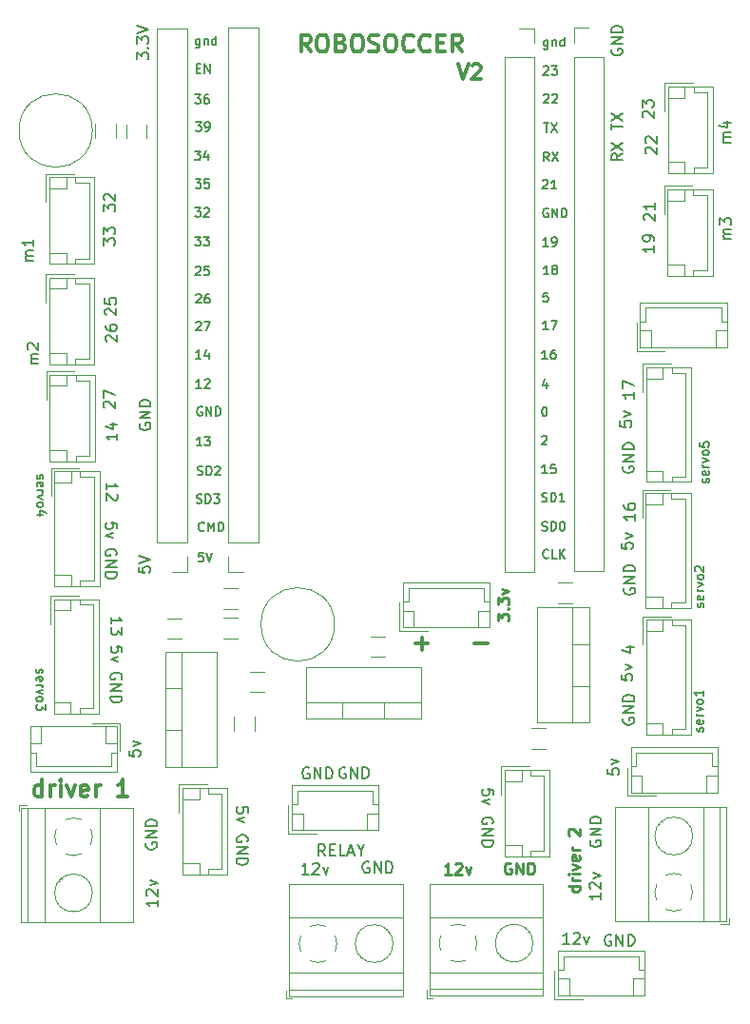
<source format=gbr>
%TF.GenerationSoftware,KiCad,Pcbnew,8.0.1*%
%TF.CreationDate,2025-03-07T15:45:43+02:00*%
%TF.ProjectId,robosoccer 3,726f626f-736f-4636-9365-7220332e6b69,rev?*%
%TF.SameCoordinates,Original*%
%TF.FileFunction,Legend,Top*%
%TF.FilePolarity,Positive*%
%FSLAX46Y46*%
G04 Gerber Fmt 4.6, Leading zero omitted, Abs format (unit mm)*
G04 Created by KiCad (PCBNEW 8.0.1) date 2025-03-07 15:45:43*
%MOMM*%
%LPD*%
G01*
G04 APERTURE LIST*
%ADD10C,0.200000*%
%ADD11C,0.250000*%
%ADD12C,0.300000*%
%ADD13C,0.120000*%
G04 APERTURE END LIST*
D10*
X126227219Y-92778898D02*
X125751028Y-93112231D01*
X126227219Y-93350326D02*
X125227219Y-93350326D01*
X125227219Y-93350326D02*
X125227219Y-92969374D01*
X125227219Y-92969374D02*
X125274838Y-92874136D01*
X125274838Y-92874136D02*
X125322457Y-92826517D01*
X125322457Y-92826517D02*
X125417695Y-92778898D01*
X125417695Y-92778898D02*
X125560552Y-92778898D01*
X125560552Y-92778898D02*
X125655790Y-92826517D01*
X125655790Y-92826517D02*
X125703409Y-92874136D01*
X125703409Y-92874136D02*
X125751028Y-92969374D01*
X125751028Y-92969374D02*
X125751028Y-93350326D01*
X125227219Y-92445564D02*
X126227219Y-91778898D01*
X125227219Y-91778898D02*
X126227219Y-92445564D01*
X119601101Y-101021695D02*
X119143958Y-101021695D01*
X119372530Y-101021695D02*
X119372530Y-100221695D01*
X119372530Y-100221695D02*
X119296339Y-100335980D01*
X119296339Y-100335980D02*
X119220149Y-100412171D01*
X119220149Y-100412171D02*
X119143958Y-100450266D01*
X119982054Y-101021695D02*
X120134435Y-101021695D01*
X120134435Y-101021695D02*
X120210625Y-100983600D01*
X120210625Y-100983600D02*
X120248721Y-100945504D01*
X120248721Y-100945504D02*
X120324911Y-100831219D01*
X120324911Y-100831219D02*
X120363006Y-100678838D01*
X120363006Y-100678838D02*
X120363006Y-100374076D01*
X120363006Y-100374076D02*
X120324911Y-100297885D01*
X120324911Y-100297885D02*
X120286816Y-100259790D01*
X120286816Y-100259790D02*
X120210625Y-100221695D01*
X120210625Y-100221695D02*
X120058244Y-100221695D01*
X120058244Y-100221695D02*
X119982054Y-100259790D01*
X119982054Y-100259790D02*
X119943959Y-100297885D01*
X119943959Y-100297885D02*
X119905863Y-100374076D01*
X119905863Y-100374076D02*
X119905863Y-100564552D01*
X119905863Y-100564552D02*
X119943959Y-100640742D01*
X119943959Y-100640742D02*
X119982054Y-100678838D01*
X119982054Y-100678838D02*
X120058244Y-100716933D01*
X120058244Y-100716933D02*
X120210625Y-100716933D01*
X120210625Y-100716933D02*
X120286816Y-100678838D01*
X120286816Y-100678838D02*
X120324911Y-100640742D01*
X120324911Y-100640742D02*
X120363006Y-100564552D01*
X119671101Y-103521695D02*
X119213958Y-103521695D01*
X119442530Y-103521695D02*
X119442530Y-102721695D01*
X119442530Y-102721695D02*
X119366339Y-102835980D01*
X119366339Y-102835980D02*
X119290149Y-102912171D01*
X119290149Y-102912171D02*
X119213958Y-102950266D01*
X120128244Y-103064552D02*
X120052054Y-103026457D01*
X120052054Y-103026457D02*
X120013959Y-102988361D01*
X120013959Y-102988361D02*
X119975863Y-102912171D01*
X119975863Y-102912171D02*
X119975863Y-102874076D01*
X119975863Y-102874076D02*
X120013959Y-102797885D01*
X120013959Y-102797885D02*
X120052054Y-102759790D01*
X120052054Y-102759790D02*
X120128244Y-102721695D01*
X120128244Y-102721695D02*
X120280625Y-102721695D01*
X120280625Y-102721695D02*
X120356816Y-102759790D01*
X120356816Y-102759790D02*
X120394911Y-102797885D01*
X120394911Y-102797885D02*
X120433006Y-102874076D01*
X120433006Y-102874076D02*
X120433006Y-102912171D01*
X120433006Y-102912171D02*
X120394911Y-102988361D01*
X120394911Y-102988361D02*
X120356816Y-103026457D01*
X120356816Y-103026457D02*
X120280625Y-103064552D01*
X120280625Y-103064552D02*
X120128244Y-103064552D01*
X120128244Y-103064552D02*
X120052054Y-103102647D01*
X120052054Y-103102647D02*
X120013959Y-103140742D01*
X120013959Y-103140742D02*
X119975863Y-103216933D01*
X119975863Y-103216933D02*
X119975863Y-103369314D01*
X119975863Y-103369314D02*
X120013959Y-103445504D01*
X120013959Y-103445504D02*
X120052054Y-103483600D01*
X120052054Y-103483600D02*
X120128244Y-103521695D01*
X120128244Y-103521695D02*
X120280625Y-103521695D01*
X120280625Y-103521695D02*
X120356816Y-103483600D01*
X120356816Y-103483600D02*
X120394911Y-103445504D01*
X120394911Y-103445504D02*
X120433006Y-103369314D01*
X120433006Y-103369314D02*
X120433006Y-103216933D01*
X120433006Y-103216933D02*
X120394911Y-103140742D01*
X120394911Y-103140742D02*
X120356816Y-103102647D01*
X120356816Y-103102647D02*
X120280625Y-103064552D01*
X126560552Y-136671755D02*
X127227219Y-136671755D01*
X126179600Y-136909850D02*
X126893885Y-137147945D01*
X126893885Y-137147945D02*
X126893885Y-136528898D01*
X121513482Y-163077219D02*
X120942054Y-163077219D01*
X121227768Y-163077219D02*
X121227768Y-162077219D01*
X121227768Y-162077219D02*
X121132530Y-162220076D01*
X121132530Y-162220076D02*
X121037292Y-162315314D01*
X121037292Y-162315314D02*
X120942054Y-162362933D01*
X121894435Y-162172457D02*
X121942054Y-162124838D01*
X121942054Y-162124838D02*
X122037292Y-162077219D01*
X122037292Y-162077219D02*
X122275387Y-162077219D01*
X122275387Y-162077219D02*
X122370625Y-162124838D01*
X122370625Y-162124838D02*
X122418244Y-162172457D01*
X122418244Y-162172457D02*
X122465863Y-162267695D01*
X122465863Y-162267695D02*
X122465863Y-162362933D01*
X122465863Y-162362933D02*
X122418244Y-162505790D01*
X122418244Y-162505790D02*
X121846816Y-163077219D01*
X121846816Y-163077219D02*
X122465863Y-163077219D01*
X122799197Y-162410552D02*
X123037292Y-163077219D01*
X123037292Y-163077219D02*
X123275387Y-162410552D01*
X119531101Y-111051695D02*
X119073958Y-111051695D01*
X119302530Y-111051695D02*
X119302530Y-110251695D01*
X119302530Y-110251695D02*
X119226339Y-110365980D01*
X119226339Y-110365980D02*
X119150149Y-110442171D01*
X119150149Y-110442171D02*
X119073958Y-110480266D01*
X120216816Y-110251695D02*
X120064435Y-110251695D01*
X120064435Y-110251695D02*
X119988244Y-110289790D01*
X119988244Y-110289790D02*
X119950149Y-110327885D01*
X119950149Y-110327885D02*
X119873959Y-110442171D01*
X119873959Y-110442171D02*
X119835863Y-110594552D01*
X119835863Y-110594552D02*
X119835863Y-110899314D01*
X119835863Y-110899314D02*
X119873959Y-110975504D01*
X119873959Y-110975504D02*
X119912054Y-111013600D01*
X119912054Y-111013600D02*
X119988244Y-111051695D01*
X119988244Y-111051695D02*
X120140625Y-111051695D01*
X120140625Y-111051695D02*
X120216816Y-111013600D01*
X120216816Y-111013600D02*
X120254911Y-110975504D01*
X120254911Y-110975504D02*
X120293006Y-110899314D01*
X120293006Y-110899314D02*
X120293006Y-110708838D01*
X120293006Y-110708838D02*
X120254911Y-110632647D01*
X120254911Y-110632647D02*
X120216816Y-110594552D01*
X120216816Y-110594552D02*
X120140625Y-110556457D01*
X120140625Y-110556457D02*
X119988244Y-110556457D01*
X119988244Y-110556457D02*
X119912054Y-110594552D01*
X119912054Y-110594552D02*
X119873959Y-110632647D01*
X119873959Y-110632647D02*
X119835863Y-110708838D01*
X125227219Y-90653183D02*
X125227219Y-90081755D01*
X126227219Y-90367469D02*
X125227219Y-90367469D01*
X125227219Y-89843659D02*
X126227219Y-89176993D01*
X125227219Y-89176993D02*
X126227219Y-89843659D01*
X88761101Y-118761695D02*
X88303958Y-118761695D01*
X88532530Y-118761695D02*
X88532530Y-117961695D01*
X88532530Y-117961695D02*
X88456339Y-118075980D01*
X88456339Y-118075980D02*
X88380149Y-118152171D01*
X88380149Y-118152171D02*
X88303958Y-118190266D01*
X89027768Y-117961695D02*
X89523006Y-117961695D01*
X89523006Y-117961695D02*
X89256340Y-118266457D01*
X89256340Y-118266457D02*
X89370625Y-118266457D01*
X89370625Y-118266457D02*
X89446816Y-118304552D01*
X89446816Y-118304552D02*
X89484911Y-118342647D01*
X89484911Y-118342647D02*
X89523006Y-118418838D01*
X89523006Y-118418838D02*
X89523006Y-118609314D01*
X89523006Y-118609314D02*
X89484911Y-118685504D01*
X89484911Y-118685504D02*
X89446816Y-118723600D01*
X89446816Y-118723600D02*
X89370625Y-118761695D01*
X89370625Y-118761695D02*
X89142054Y-118761695D01*
X89142054Y-118761695D02*
X89065863Y-118723600D01*
X89065863Y-118723600D02*
X89027768Y-118685504D01*
X119193958Y-85057885D02*
X119232054Y-85019790D01*
X119232054Y-85019790D02*
X119308244Y-84981695D01*
X119308244Y-84981695D02*
X119498720Y-84981695D01*
X119498720Y-84981695D02*
X119574911Y-85019790D01*
X119574911Y-85019790D02*
X119613006Y-85057885D01*
X119613006Y-85057885D02*
X119651101Y-85134076D01*
X119651101Y-85134076D02*
X119651101Y-85210266D01*
X119651101Y-85210266D02*
X119613006Y-85324552D01*
X119613006Y-85324552D02*
X119155863Y-85781695D01*
X119155863Y-85781695D02*
X119651101Y-85781695D01*
X119917768Y-84981695D02*
X120413006Y-84981695D01*
X120413006Y-84981695D02*
X120146340Y-85286457D01*
X120146340Y-85286457D02*
X120260625Y-85286457D01*
X120260625Y-85286457D02*
X120336816Y-85324552D01*
X120336816Y-85324552D02*
X120374911Y-85362647D01*
X120374911Y-85362647D02*
X120413006Y-85438838D01*
X120413006Y-85438838D02*
X120413006Y-85629314D01*
X120413006Y-85629314D02*
X120374911Y-85705504D01*
X120374911Y-85705504D02*
X120336816Y-85743600D01*
X120336816Y-85743600D02*
X120260625Y-85781695D01*
X120260625Y-85781695D02*
X120032054Y-85781695D01*
X120032054Y-85781695D02*
X119955863Y-85743600D01*
X119955863Y-85743600D02*
X119917768Y-85705504D01*
X119601101Y-97659790D02*
X119524911Y-97621695D01*
X119524911Y-97621695D02*
X119410625Y-97621695D01*
X119410625Y-97621695D02*
X119296339Y-97659790D01*
X119296339Y-97659790D02*
X119220149Y-97735980D01*
X119220149Y-97735980D02*
X119182054Y-97812171D01*
X119182054Y-97812171D02*
X119143958Y-97964552D01*
X119143958Y-97964552D02*
X119143958Y-98078838D01*
X119143958Y-98078838D02*
X119182054Y-98231219D01*
X119182054Y-98231219D02*
X119220149Y-98307409D01*
X119220149Y-98307409D02*
X119296339Y-98383600D01*
X119296339Y-98383600D02*
X119410625Y-98421695D01*
X119410625Y-98421695D02*
X119486816Y-98421695D01*
X119486816Y-98421695D02*
X119601101Y-98383600D01*
X119601101Y-98383600D02*
X119639197Y-98345504D01*
X119639197Y-98345504D02*
X119639197Y-98078838D01*
X119639197Y-98078838D02*
X119486816Y-98078838D01*
X119982054Y-98421695D02*
X119982054Y-97621695D01*
X119982054Y-97621695D02*
X120439197Y-98421695D01*
X120439197Y-98421695D02*
X120439197Y-97621695D01*
X120820149Y-98421695D02*
X120820149Y-97621695D01*
X120820149Y-97621695D02*
X121010625Y-97621695D01*
X121010625Y-97621695D02*
X121124911Y-97659790D01*
X121124911Y-97659790D02*
X121201101Y-97735980D01*
X121201101Y-97735980D02*
X121239196Y-97812171D01*
X121239196Y-97812171D02*
X121277292Y-97964552D01*
X121277292Y-97964552D02*
X121277292Y-98078838D01*
X121277292Y-98078838D02*
X121239196Y-98231219D01*
X121239196Y-98231219D02*
X121201101Y-98307409D01*
X121201101Y-98307409D02*
X121124911Y-98383600D01*
X121124911Y-98383600D02*
X121010625Y-98421695D01*
X121010625Y-98421695D02*
X120820149Y-98421695D01*
X88195863Y-95051695D02*
X88691101Y-95051695D01*
X88691101Y-95051695D02*
X88424435Y-95356457D01*
X88424435Y-95356457D02*
X88538720Y-95356457D01*
X88538720Y-95356457D02*
X88614911Y-95394552D01*
X88614911Y-95394552D02*
X88653006Y-95432647D01*
X88653006Y-95432647D02*
X88691101Y-95508838D01*
X88691101Y-95508838D02*
X88691101Y-95699314D01*
X88691101Y-95699314D02*
X88653006Y-95775504D01*
X88653006Y-95775504D02*
X88614911Y-95813600D01*
X88614911Y-95813600D02*
X88538720Y-95851695D01*
X88538720Y-95851695D02*
X88310149Y-95851695D01*
X88310149Y-95851695D02*
X88233958Y-95813600D01*
X88233958Y-95813600D02*
X88195863Y-95775504D01*
X89414911Y-95051695D02*
X89033959Y-95051695D01*
X89033959Y-95051695D02*
X88995863Y-95432647D01*
X88995863Y-95432647D02*
X89033959Y-95394552D01*
X89033959Y-95394552D02*
X89110149Y-95356457D01*
X89110149Y-95356457D02*
X89300625Y-95356457D01*
X89300625Y-95356457D02*
X89376816Y-95394552D01*
X89376816Y-95394552D02*
X89414911Y-95432647D01*
X89414911Y-95432647D02*
X89453006Y-95508838D01*
X89453006Y-95508838D02*
X89453006Y-95699314D01*
X89453006Y-95699314D02*
X89414911Y-95775504D01*
X89414911Y-95775504D02*
X89376816Y-95813600D01*
X89376816Y-95813600D02*
X89300625Y-95851695D01*
X89300625Y-95851695D02*
X89110149Y-95851695D01*
X89110149Y-95851695D02*
X89033959Y-95813600D01*
X89033959Y-95813600D02*
X88995863Y-95775504D01*
X127357219Y-124836517D02*
X127357219Y-125407945D01*
X127357219Y-125122231D02*
X126357219Y-125122231D01*
X126357219Y-125122231D02*
X126500076Y-125217469D01*
X126500076Y-125217469D02*
X126595314Y-125312707D01*
X126595314Y-125312707D02*
X126642933Y-125407945D01*
X126357219Y-123979374D02*
X126357219Y-124169850D01*
X126357219Y-124169850D02*
X126404838Y-124265088D01*
X126404838Y-124265088D02*
X126452457Y-124312707D01*
X126452457Y-124312707D02*
X126595314Y-124407945D01*
X126595314Y-124407945D02*
X126785790Y-124455564D01*
X126785790Y-124455564D02*
X127166742Y-124455564D01*
X127166742Y-124455564D02*
X127261980Y-124407945D01*
X127261980Y-124407945D02*
X127309600Y-124360326D01*
X127309600Y-124360326D02*
X127357219Y-124265088D01*
X127357219Y-124265088D02*
X127357219Y-124074612D01*
X127357219Y-124074612D02*
X127309600Y-123979374D01*
X127309600Y-123979374D02*
X127261980Y-123931755D01*
X127261980Y-123931755D02*
X127166742Y-123884136D01*
X127166742Y-123884136D02*
X126928647Y-123884136D01*
X126928647Y-123884136D02*
X126833409Y-123931755D01*
X126833409Y-123931755D02*
X126785790Y-123979374D01*
X126785790Y-123979374D02*
X126738171Y-124074612D01*
X126738171Y-124074612D02*
X126738171Y-124265088D01*
X126738171Y-124265088D02*
X126785790Y-124360326D01*
X126785790Y-124360326D02*
X126833409Y-124407945D01*
X126833409Y-124407945D02*
X126928647Y-124455564D01*
X88253958Y-105347885D02*
X88292054Y-105309790D01*
X88292054Y-105309790D02*
X88368244Y-105271695D01*
X88368244Y-105271695D02*
X88558720Y-105271695D01*
X88558720Y-105271695D02*
X88634911Y-105309790D01*
X88634911Y-105309790D02*
X88673006Y-105347885D01*
X88673006Y-105347885D02*
X88711101Y-105424076D01*
X88711101Y-105424076D02*
X88711101Y-105500266D01*
X88711101Y-105500266D02*
X88673006Y-105614552D01*
X88673006Y-105614552D02*
X88215863Y-106071695D01*
X88215863Y-106071695D02*
X88711101Y-106071695D01*
X89396816Y-105271695D02*
X89244435Y-105271695D01*
X89244435Y-105271695D02*
X89168244Y-105309790D01*
X89168244Y-105309790D02*
X89130149Y-105347885D01*
X89130149Y-105347885D02*
X89053959Y-105462171D01*
X89053959Y-105462171D02*
X89015863Y-105614552D01*
X89015863Y-105614552D02*
X89015863Y-105919314D01*
X89015863Y-105919314D02*
X89053959Y-105995504D01*
X89053959Y-105995504D02*
X89092054Y-106033600D01*
X89092054Y-106033600D02*
X89168244Y-106071695D01*
X89168244Y-106071695D02*
X89320625Y-106071695D01*
X89320625Y-106071695D02*
X89396816Y-106033600D01*
X89396816Y-106033600D02*
X89434911Y-105995504D01*
X89434911Y-105995504D02*
X89473006Y-105919314D01*
X89473006Y-105919314D02*
X89473006Y-105728838D01*
X89473006Y-105728838D02*
X89434911Y-105652647D01*
X89434911Y-105652647D02*
X89396816Y-105614552D01*
X89396816Y-105614552D02*
X89320625Y-105576457D01*
X89320625Y-105576457D02*
X89168244Y-105576457D01*
X89168244Y-105576457D02*
X89092054Y-105614552D01*
X89092054Y-105614552D02*
X89053959Y-105652647D01*
X89053959Y-105652647D02*
X89015863Y-105728838D01*
X88165863Y-87531695D02*
X88661101Y-87531695D01*
X88661101Y-87531695D02*
X88394435Y-87836457D01*
X88394435Y-87836457D02*
X88508720Y-87836457D01*
X88508720Y-87836457D02*
X88584911Y-87874552D01*
X88584911Y-87874552D02*
X88623006Y-87912647D01*
X88623006Y-87912647D02*
X88661101Y-87988838D01*
X88661101Y-87988838D02*
X88661101Y-88179314D01*
X88661101Y-88179314D02*
X88623006Y-88255504D01*
X88623006Y-88255504D02*
X88584911Y-88293600D01*
X88584911Y-88293600D02*
X88508720Y-88331695D01*
X88508720Y-88331695D02*
X88280149Y-88331695D01*
X88280149Y-88331695D02*
X88203958Y-88293600D01*
X88203958Y-88293600D02*
X88165863Y-88255504D01*
X89346816Y-87531695D02*
X89194435Y-87531695D01*
X89194435Y-87531695D02*
X89118244Y-87569790D01*
X89118244Y-87569790D02*
X89080149Y-87607885D01*
X89080149Y-87607885D02*
X89003959Y-87722171D01*
X89003959Y-87722171D02*
X88965863Y-87874552D01*
X88965863Y-87874552D02*
X88965863Y-88179314D01*
X88965863Y-88179314D02*
X89003959Y-88255504D01*
X89003959Y-88255504D02*
X89042054Y-88293600D01*
X89042054Y-88293600D02*
X89118244Y-88331695D01*
X89118244Y-88331695D02*
X89270625Y-88331695D01*
X89270625Y-88331695D02*
X89346816Y-88293600D01*
X89346816Y-88293600D02*
X89384911Y-88255504D01*
X89384911Y-88255504D02*
X89423006Y-88179314D01*
X89423006Y-88179314D02*
X89423006Y-87988838D01*
X89423006Y-87988838D02*
X89384911Y-87912647D01*
X89384911Y-87912647D02*
X89346816Y-87874552D01*
X89346816Y-87874552D02*
X89270625Y-87836457D01*
X89270625Y-87836457D02*
X89118244Y-87836457D01*
X89118244Y-87836457D02*
X89042054Y-87874552D01*
X89042054Y-87874552D02*
X89003959Y-87912647D01*
X89003959Y-87912647D02*
X88965863Y-87988838D01*
X80017219Y-100925564D02*
X80017219Y-100306517D01*
X80017219Y-100306517D02*
X80398171Y-100639850D01*
X80398171Y-100639850D02*
X80398171Y-100496993D01*
X80398171Y-100496993D02*
X80445790Y-100401755D01*
X80445790Y-100401755D02*
X80493409Y-100354136D01*
X80493409Y-100354136D02*
X80588647Y-100306517D01*
X80588647Y-100306517D02*
X80826742Y-100306517D01*
X80826742Y-100306517D02*
X80921980Y-100354136D01*
X80921980Y-100354136D02*
X80969600Y-100401755D01*
X80969600Y-100401755D02*
X81017219Y-100496993D01*
X81017219Y-100496993D02*
X81017219Y-100782707D01*
X81017219Y-100782707D02*
X80969600Y-100877945D01*
X80969600Y-100877945D02*
X80921980Y-100925564D01*
X80017219Y-99973183D02*
X80017219Y-99354136D01*
X80017219Y-99354136D02*
X80398171Y-99687469D01*
X80398171Y-99687469D02*
X80398171Y-99544612D01*
X80398171Y-99544612D02*
X80445790Y-99449374D01*
X80445790Y-99449374D02*
X80493409Y-99401755D01*
X80493409Y-99401755D02*
X80588647Y-99354136D01*
X80588647Y-99354136D02*
X80826742Y-99354136D01*
X80826742Y-99354136D02*
X80921980Y-99401755D01*
X80921980Y-99401755D02*
X80969600Y-99449374D01*
X80969600Y-99449374D02*
X81017219Y-99544612D01*
X81017219Y-99544612D02*
X81017219Y-99830326D01*
X81017219Y-99830326D02*
X80969600Y-99925564D01*
X80969600Y-99925564D02*
X80921980Y-99973183D01*
X92862780Y-151415863D02*
X92862780Y-150939673D01*
X92862780Y-150939673D02*
X92386590Y-150892054D01*
X92386590Y-150892054D02*
X92434209Y-150939673D01*
X92434209Y-150939673D02*
X92481828Y-151034911D01*
X92481828Y-151034911D02*
X92481828Y-151273006D01*
X92481828Y-151273006D02*
X92434209Y-151368244D01*
X92434209Y-151368244D02*
X92386590Y-151415863D01*
X92386590Y-151415863D02*
X92291352Y-151463482D01*
X92291352Y-151463482D02*
X92053257Y-151463482D01*
X92053257Y-151463482D02*
X91958019Y-151415863D01*
X91958019Y-151415863D02*
X91910400Y-151368244D01*
X91910400Y-151368244D02*
X91862780Y-151273006D01*
X91862780Y-151273006D02*
X91862780Y-151034911D01*
X91862780Y-151034911D02*
X91910400Y-150939673D01*
X91910400Y-150939673D02*
X91958019Y-150892054D01*
X92529447Y-151796816D02*
X91862780Y-152034911D01*
X91862780Y-152034911D02*
X92529447Y-152273006D01*
X81202780Y-126125863D02*
X81202780Y-125649673D01*
X81202780Y-125649673D02*
X80726590Y-125602054D01*
X80726590Y-125602054D02*
X80774209Y-125649673D01*
X80774209Y-125649673D02*
X80821828Y-125744911D01*
X80821828Y-125744911D02*
X80821828Y-125983006D01*
X80821828Y-125983006D02*
X80774209Y-126078244D01*
X80774209Y-126078244D02*
X80726590Y-126125863D01*
X80726590Y-126125863D02*
X80631352Y-126173482D01*
X80631352Y-126173482D02*
X80393257Y-126173482D01*
X80393257Y-126173482D02*
X80298019Y-126125863D01*
X80298019Y-126125863D02*
X80250400Y-126078244D01*
X80250400Y-126078244D02*
X80202780Y-125983006D01*
X80202780Y-125983006D02*
X80202780Y-125744911D01*
X80202780Y-125744911D02*
X80250400Y-125649673D01*
X80250400Y-125649673D02*
X80298019Y-125602054D01*
X80869447Y-126506816D02*
X80202780Y-126744911D01*
X80202780Y-126744911D02*
X80869447Y-126983006D01*
X88691101Y-111021695D02*
X88233958Y-111021695D01*
X88462530Y-111021695D02*
X88462530Y-110221695D01*
X88462530Y-110221695D02*
X88386339Y-110335980D01*
X88386339Y-110335980D02*
X88310149Y-110412171D01*
X88310149Y-110412171D02*
X88233958Y-110450266D01*
X89376816Y-110488361D02*
X89376816Y-111021695D01*
X89186340Y-110183600D02*
X88995863Y-110755028D01*
X88995863Y-110755028D02*
X89491102Y-110755028D01*
X99731101Y-155247219D02*
X99397768Y-154771028D01*
X99159673Y-155247219D02*
X99159673Y-154247219D01*
X99159673Y-154247219D02*
X99540625Y-154247219D01*
X99540625Y-154247219D02*
X99635863Y-154294838D01*
X99635863Y-154294838D02*
X99683482Y-154342457D01*
X99683482Y-154342457D02*
X99731101Y-154437695D01*
X99731101Y-154437695D02*
X99731101Y-154580552D01*
X99731101Y-154580552D02*
X99683482Y-154675790D01*
X99683482Y-154675790D02*
X99635863Y-154723409D01*
X99635863Y-154723409D02*
X99540625Y-154771028D01*
X99540625Y-154771028D02*
X99159673Y-154771028D01*
X100159673Y-154723409D02*
X100493006Y-154723409D01*
X100635863Y-155247219D02*
X100159673Y-155247219D01*
X100159673Y-155247219D02*
X100159673Y-154247219D01*
X100159673Y-154247219D02*
X100635863Y-154247219D01*
X101540625Y-155247219D02*
X101064435Y-155247219D01*
X101064435Y-155247219D02*
X101064435Y-154247219D01*
X101826340Y-154961504D02*
X102302530Y-154961504D01*
X101731102Y-155247219D02*
X102064435Y-154247219D01*
X102064435Y-154247219D02*
X102397768Y-155247219D01*
X102921578Y-154771028D02*
X102921578Y-155247219D01*
X102588245Y-154247219D02*
X102921578Y-154771028D01*
X102921578Y-154771028D02*
X103254911Y-154247219D01*
X124917219Y-147494136D02*
X124917219Y-147970326D01*
X124917219Y-147970326D02*
X125393409Y-148017945D01*
X125393409Y-148017945D02*
X125345790Y-147970326D01*
X125345790Y-147970326D02*
X125298171Y-147875088D01*
X125298171Y-147875088D02*
X125298171Y-147636993D01*
X125298171Y-147636993D02*
X125345790Y-147541755D01*
X125345790Y-147541755D02*
X125393409Y-147494136D01*
X125393409Y-147494136D02*
X125488647Y-147446517D01*
X125488647Y-147446517D02*
X125726742Y-147446517D01*
X125726742Y-147446517D02*
X125821980Y-147494136D01*
X125821980Y-147494136D02*
X125869600Y-147541755D01*
X125869600Y-147541755D02*
X125917219Y-147636993D01*
X125917219Y-147636993D02*
X125917219Y-147875088D01*
X125917219Y-147875088D02*
X125869600Y-147970326D01*
X125869600Y-147970326D02*
X125821980Y-148017945D01*
X125250552Y-147113183D02*
X125917219Y-146875088D01*
X125917219Y-146875088D02*
X125250552Y-146636993D01*
X119123958Y-95177885D02*
X119162054Y-95139790D01*
X119162054Y-95139790D02*
X119238244Y-95101695D01*
X119238244Y-95101695D02*
X119428720Y-95101695D01*
X119428720Y-95101695D02*
X119504911Y-95139790D01*
X119504911Y-95139790D02*
X119543006Y-95177885D01*
X119543006Y-95177885D02*
X119581101Y-95254076D01*
X119581101Y-95254076D02*
X119581101Y-95330266D01*
X119581101Y-95330266D02*
X119543006Y-95444552D01*
X119543006Y-95444552D02*
X119085863Y-95901695D01*
X119085863Y-95901695D02*
X119581101Y-95901695D01*
X120343006Y-95901695D02*
X119885863Y-95901695D01*
X120114435Y-95901695D02*
X120114435Y-95101695D01*
X120114435Y-95101695D02*
X120038244Y-95215980D01*
X120038244Y-95215980D02*
X119962054Y-95292171D01*
X119962054Y-95292171D02*
X119885863Y-95330266D01*
X119594911Y-82668361D02*
X119594911Y-83315980D01*
X119594911Y-83315980D02*
X119556816Y-83392171D01*
X119556816Y-83392171D02*
X119518720Y-83430266D01*
X119518720Y-83430266D02*
X119442530Y-83468361D01*
X119442530Y-83468361D02*
X119328244Y-83468361D01*
X119328244Y-83468361D02*
X119252054Y-83430266D01*
X119594911Y-83163600D02*
X119518720Y-83201695D01*
X119518720Y-83201695D02*
X119366339Y-83201695D01*
X119366339Y-83201695D02*
X119290149Y-83163600D01*
X119290149Y-83163600D02*
X119252054Y-83125504D01*
X119252054Y-83125504D02*
X119213958Y-83049314D01*
X119213958Y-83049314D02*
X119213958Y-82820742D01*
X119213958Y-82820742D02*
X119252054Y-82744552D01*
X119252054Y-82744552D02*
X119290149Y-82706457D01*
X119290149Y-82706457D02*
X119366339Y-82668361D01*
X119366339Y-82668361D02*
X119518720Y-82668361D01*
X119518720Y-82668361D02*
X119594911Y-82706457D01*
X119975864Y-82668361D02*
X119975864Y-83201695D01*
X119975864Y-82744552D02*
X120013959Y-82706457D01*
X120013959Y-82706457D02*
X120090149Y-82668361D01*
X120090149Y-82668361D02*
X120204435Y-82668361D01*
X120204435Y-82668361D02*
X120280626Y-82706457D01*
X120280626Y-82706457D02*
X120318721Y-82782647D01*
X120318721Y-82782647D02*
X120318721Y-83201695D01*
X121042531Y-83201695D02*
X121042531Y-82401695D01*
X121042531Y-83163600D02*
X120966340Y-83201695D01*
X120966340Y-83201695D02*
X120813959Y-83201695D01*
X120813959Y-83201695D02*
X120737769Y-83163600D01*
X120737769Y-83163600D02*
X120699674Y-83125504D01*
X120699674Y-83125504D02*
X120661578Y-83049314D01*
X120661578Y-83049314D02*
X120661578Y-82820742D01*
X120661578Y-82820742D02*
X120699674Y-82744552D01*
X120699674Y-82744552D02*
X120737769Y-82706457D01*
X120737769Y-82706457D02*
X120813959Y-82668361D01*
X120813959Y-82668361D02*
X120966340Y-82668361D01*
X120966340Y-82668361D02*
X121042531Y-82706457D01*
X74116400Y-121353958D02*
X74078304Y-121430149D01*
X74078304Y-121430149D02*
X74078304Y-121582530D01*
X74078304Y-121582530D02*
X74116400Y-121658720D01*
X74116400Y-121658720D02*
X74192590Y-121696816D01*
X74192590Y-121696816D02*
X74230685Y-121696816D01*
X74230685Y-121696816D02*
X74306876Y-121658720D01*
X74306876Y-121658720D02*
X74344971Y-121582530D01*
X74344971Y-121582530D02*
X74344971Y-121468244D01*
X74344971Y-121468244D02*
X74383066Y-121392054D01*
X74383066Y-121392054D02*
X74459257Y-121353958D01*
X74459257Y-121353958D02*
X74497352Y-121353958D01*
X74497352Y-121353958D02*
X74573542Y-121392054D01*
X74573542Y-121392054D02*
X74611638Y-121468244D01*
X74611638Y-121468244D02*
X74611638Y-121582530D01*
X74611638Y-121582530D02*
X74573542Y-121658720D01*
X74116400Y-122344435D02*
X74078304Y-122268244D01*
X74078304Y-122268244D02*
X74078304Y-122115863D01*
X74078304Y-122115863D02*
X74116400Y-122039673D01*
X74116400Y-122039673D02*
X74192590Y-122001577D01*
X74192590Y-122001577D02*
X74497352Y-122001577D01*
X74497352Y-122001577D02*
X74573542Y-122039673D01*
X74573542Y-122039673D02*
X74611638Y-122115863D01*
X74611638Y-122115863D02*
X74611638Y-122268244D01*
X74611638Y-122268244D02*
X74573542Y-122344435D01*
X74573542Y-122344435D02*
X74497352Y-122382530D01*
X74497352Y-122382530D02*
X74421161Y-122382530D01*
X74421161Y-122382530D02*
X74344971Y-122001577D01*
X74078304Y-122725387D02*
X74611638Y-122725387D01*
X74459257Y-122725387D02*
X74535447Y-122763482D01*
X74535447Y-122763482D02*
X74573542Y-122801577D01*
X74573542Y-122801577D02*
X74611638Y-122877768D01*
X74611638Y-122877768D02*
X74611638Y-122953958D01*
X74611638Y-123144434D02*
X74078304Y-123334910D01*
X74078304Y-123334910D02*
X74611638Y-123525387D01*
X74078304Y-123944434D02*
X74116400Y-123868244D01*
X74116400Y-123868244D02*
X74154495Y-123830149D01*
X74154495Y-123830149D02*
X74230685Y-123792053D01*
X74230685Y-123792053D02*
X74459257Y-123792053D01*
X74459257Y-123792053D02*
X74535447Y-123830149D01*
X74535447Y-123830149D02*
X74573542Y-123868244D01*
X74573542Y-123868244D02*
X74611638Y-123944434D01*
X74611638Y-123944434D02*
X74611638Y-124058720D01*
X74611638Y-124058720D02*
X74573542Y-124134911D01*
X74573542Y-124134911D02*
X74535447Y-124173006D01*
X74535447Y-124173006D02*
X74459257Y-124211101D01*
X74459257Y-124211101D02*
X74230685Y-124211101D01*
X74230685Y-124211101D02*
X74154495Y-124173006D01*
X74154495Y-124173006D02*
X74116400Y-124134911D01*
X74116400Y-124134911D02*
X74078304Y-124058720D01*
X74078304Y-124058720D02*
X74078304Y-123944434D01*
X74611638Y-124896816D02*
X74078304Y-124896816D01*
X74916400Y-124706340D02*
X74344971Y-124515863D01*
X74344971Y-124515863D02*
X74344971Y-125011102D01*
X98303482Y-147434838D02*
X98208244Y-147387219D01*
X98208244Y-147387219D02*
X98065387Y-147387219D01*
X98065387Y-147387219D02*
X97922530Y-147434838D01*
X97922530Y-147434838D02*
X97827292Y-147530076D01*
X97827292Y-147530076D02*
X97779673Y-147625314D01*
X97779673Y-147625314D02*
X97732054Y-147815790D01*
X97732054Y-147815790D02*
X97732054Y-147958647D01*
X97732054Y-147958647D02*
X97779673Y-148149123D01*
X97779673Y-148149123D02*
X97827292Y-148244361D01*
X97827292Y-148244361D02*
X97922530Y-148339600D01*
X97922530Y-148339600D02*
X98065387Y-148387219D01*
X98065387Y-148387219D02*
X98160625Y-148387219D01*
X98160625Y-148387219D02*
X98303482Y-148339600D01*
X98303482Y-148339600D02*
X98351101Y-148291980D01*
X98351101Y-148291980D02*
X98351101Y-147958647D01*
X98351101Y-147958647D02*
X98160625Y-147958647D01*
X98779673Y-148387219D02*
X98779673Y-147387219D01*
X98779673Y-147387219D02*
X99351101Y-148387219D01*
X99351101Y-148387219D02*
X99351101Y-147387219D01*
X99827292Y-148387219D02*
X99827292Y-147387219D01*
X99827292Y-147387219D02*
X100065387Y-147387219D01*
X100065387Y-147387219D02*
X100208244Y-147434838D01*
X100208244Y-147434838D02*
X100303482Y-147530076D01*
X100303482Y-147530076D02*
X100351101Y-147625314D01*
X100351101Y-147625314D02*
X100398720Y-147815790D01*
X100398720Y-147815790D02*
X100398720Y-147958647D01*
X100398720Y-147958647D02*
X100351101Y-148149123D01*
X100351101Y-148149123D02*
X100303482Y-148244361D01*
X100303482Y-148244361D02*
X100208244Y-148339600D01*
X100208244Y-148339600D02*
X100065387Y-148387219D01*
X100065387Y-148387219D02*
X99827292Y-148387219D01*
X133413600Y-133096041D02*
X133451695Y-133019850D01*
X133451695Y-133019850D02*
X133451695Y-132867469D01*
X133451695Y-132867469D02*
X133413600Y-132791279D01*
X133413600Y-132791279D02*
X133337409Y-132753183D01*
X133337409Y-132753183D02*
X133299314Y-132753183D01*
X133299314Y-132753183D02*
X133223123Y-132791279D01*
X133223123Y-132791279D02*
X133185028Y-132867469D01*
X133185028Y-132867469D02*
X133185028Y-132981755D01*
X133185028Y-132981755D02*
X133146933Y-133057945D01*
X133146933Y-133057945D02*
X133070742Y-133096041D01*
X133070742Y-133096041D02*
X133032647Y-133096041D01*
X133032647Y-133096041D02*
X132956457Y-133057945D01*
X132956457Y-133057945D02*
X132918361Y-132981755D01*
X132918361Y-132981755D02*
X132918361Y-132867469D01*
X132918361Y-132867469D02*
X132956457Y-132791279D01*
X133413600Y-132105564D02*
X133451695Y-132181755D01*
X133451695Y-132181755D02*
X133451695Y-132334136D01*
X133451695Y-132334136D02*
X133413600Y-132410326D01*
X133413600Y-132410326D02*
X133337409Y-132448422D01*
X133337409Y-132448422D02*
X133032647Y-132448422D01*
X133032647Y-132448422D02*
X132956457Y-132410326D01*
X132956457Y-132410326D02*
X132918361Y-132334136D01*
X132918361Y-132334136D02*
X132918361Y-132181755D01*
X132918361Y-132181755D02*
X132956457Y-132105564D01*
X132956457Y-132105564D02*
X133032647Y-132067469D01*
X133032647Y-132067469D02*
X133108838Y-132067469D01*
X133108838Y-132067469D02*
X133185028Y-132448422D01*
X133451695Y-131724612D02*
X132918361Y-131724612D01*
X133070742Y-131724612D02*
X132994552Y-131686517D01*
X132994552Y-131686517D02*
X132956457Y-131648422D01*
X132956457Y-131648422D02*
X132918361Y-131572231D01*
X132918361Y-131572231D02*
X132918361Y-131496041D01*
X132918361Y-131305565D02*
X133451695Y-131115089D01*
X133451695Y-131115089D02*
X132918361Y-130924612D01*
X133451695Y-130505565D02*
X133413600Y-130581755D01*
X133413600Y-130581755D02*
X133375504Y-130619850D01*
X133375504Y-130619850D02*
X133299314Y-130657946D01*
X133299314Y-130657946D02*
X133070742Y-130657946D01*
X133070742Y-130657946D02*
X132994552Y-130619850D01*
X132994552Y-130619850D02*
X132956457Y-130581755D01*
X132956457Y-130581755D02*
X132918361Y-130505565D01*
X132918361Y-130505565D02*
X132918361Y-130391279D01*
X132918361Y-130391279D02*
X132956457Y-130315088D01*
X132956457Y-130315088D02*
X132994552Y-130276993D01*
X132994552Y-130276993D02*
X133070742Y-130238898D01*
X133070742Y-130238898D02*
X133299314Y-130238898D01*
X133299314Y-130238898D02*
X133375504Y-130276993D01*
X133375504Y-130276993D02*
X133413600Y-130315088D01*
X133413600Y-130315088D02*
X133451695Y-130391279D01*
X133451695Y-130391279D02*
X133451695Y-130505565D01*
X132727885Y-129934136D02*
X132689790Y-129896040D01*
X132689790Y-129896040D02*
X132651695Y-129819850D01*
X132651695Y-129819850D02*
X132651695Y-129629374D01*
X132651695Y-129629374D02*
X132689790Y-129553183D01*
X132689790Y-129553183D02*
X132727885Y-129515088D01*
X132727885Y-129515088D02*
X132804076Y-129476993D01*
X132804076Y-129476993D02*
X132880266Y-129476993D01*
X132880266Y-129476993D02*
X132994552Y-129515088D01*
X132994552Y-129515088D02*
X133451695Y-129972231D01*
X133451695Y-129972231D02*
X133451695Y-129476993D01*
X135907219Y-100350326D02*
X135240552Y-100350326D01*
X135335790Y-100350326D02*
X135288171Y-100302707D01*
X135288171Y-100302707D02*
X135240552Y-100207469D01*
X135240552Y-100207469D02*
X135240552Y-100064612D01*
X135240552Y-100064612D02*
X135288171Y-99969374D01*
X135288171Y-99969374D02*
X135383409Y-99921755D01*
X135383409Y-99921755D02*
X135907219Y-99921755D01*
X135383409Y-99921755D02*
X135288171Y-99874136D01*
X135288171Y-99874136D02*
X135240552Y-99778898D01*
X135240552Y-99778898D02*
X135240552Y-99636041D01*
X135240552Y-99636041D02*
X135288171Y-99540802D01*
X135288171Y-99540802D02*
X135383409Y-99493183D01*
X135383409Y-99493183D02*
X135907219Y-99493183D01*
X134907219Y-99112231D02*
X134907219Y-98493184D01*
X134907219Y-98493184D02*
X135288171Y-98826517D01*
X135288171Y-98826517D02*
X135288171Y-98683660D01*
X135288171Y-98683660D02*
X135335790Y-98588422D01*
X135335790Y-98588422D02*
X135383409Y-98540803D01*
X135383409Y-98540803D02*
X135478647Y-98493184D01*
X135478647Y-98493184D02*
X135716742Y-98493184D01*
X135716742Y-98493184D02*
X135811980Y-98540803D01*
X135811980Y-98540803D02*
X135859600Y-98588422D01*
X135859600Y-98588422D02*
X135907219Y-98683660D01*
X135907219Y-98683660D02*
X135907219Y-98969374D01*
X135907219Y-98969374D02*
X135859600Y-99064612D01*
X135859600Y-99064612D02*
X135811980Y-99112231D01*
X126334838Y-143016517D02*
X126287219Y-143111755D01*
X126287219Y-143111755D02*
X126287219Y-143254612D01*
X126287219Y-143254612D02*
X126334838Y-143397469D01*
X126334838Y-143397469D02*
X126430076Y-143492707D01*
X126430076Y-143492707D02*
X126525314Y-143540326D01*
X126525314Y-143540326D02*
X126715790Y-143587945D01*
X126715790Y-143587945D02*
X126858647Y-143587945D01*
X126858647Y-143587945D02*
X127049123Y-143540326D01*
X127049123Y-143540326D02*
X127144361Y-143492707D01*
X127144361Y-143492707D02*
X127239600Y-143397469D01*
X127239600Y-143397469D02*
X127287219Y-143254612D01*
X127287219Y-143254612D02*
X127287219Y-143159374D01*
X127287219Y-143159374D02*
X127239600Y-143016517D01*
X127239600Y-143016517D02*
X127191980Y-142968898D01*
X127191980Y-142968898D02*
X126858647Y-142968898D01*
X126858647Y-142968898D02*
X126858647Y-143159374D01*
X127287219Y-142540326D02*
X126287219Y-142540326D01*
X126287219Y-142540326D02*
X127287219Y-141968898D01*
X127287219Y-141968898D02*
X126287219Y-141968898D01*
X127287219Y-141492707D02*
X126287219Y-141492707D01*
X126287219Y-141492707D02*
X126287219Y-141254612D01*
X126287219Y-141254612D02*
X126334838Y-141111755D01*
X126334838Y-141111755D02*
X126430076Y-141016517D01*
X126430076Y-141016517D02*
X126525314Y-140968898D01*
X126525314Y-140968898D02*
X126715790Y-140921279D01*
X126715790Y-140921279D02*
X126858647Y-140921279D01*
X126858647Y-140921279D02*
X127049123Y-140968898D01*
X127049123Y-140968898D02*
X127144361Y-141016517D01*
X127144361Y-141016517D02*
X127239600Y-141111755D01*
X127239600Y-141111755D02*
X127287219Y-141254612D01*
X127287219Y-141254612D02*
X127287219Y-141492707D01*
X88215863Y-89981695D02*
X88711101Y-89981695D01*
X88711101Y-89981695D02*
X88444435Y-90286457D01*
X88444435Y-90286457D02*
X88558720Y-90286457D01*
X88558720Y-90286457D02*
X88634911Y-90324552D01*
X88634911Y-90324552D02*
X88673006Y-90362647D01*
X88673006Y-90362647D02*
X88711101Y-90438838D01*
X88711101Y-90438838D02*
X88711101Y-90629314D01*
X88711101Y-90629314D02*
X88673006Y-90705504D01*
X88673006Y-90705504D02*
X88634911Y-90743600D01*
X88634911Y-90743600D02*
X88558720Y-90781695D01*
X88558720Y-90781695D02*
X88330149Y-90781695D01*
X88330149Y-90781695D02*
X88253958Y-90743600D01*
X88253958Y-90743600D02*
X88215863Y-90705504D01*
X89092054Y-90781695D02*
X89244435Y-90781695D01*
X89244435Y-90781695D02*
X89320625Y-90743600D01*
X89320625Y-90743600D02*
X89358721Y-90705504D01*
X89358721Y-90705504D02*
X89434911Y-90591219D01*
X89434911Y-90591219D02*
X89473006Y-90438838D01*
X89473006Y-90438838D02*
X89473006Y-90134076D01*
X89473006Y-90134076D02*
X89434911Y-90057885D01*
X89434911Y-90057885D02*
X89396816Y-90019790D01*
X89396816Y-90019790D02*
X89320625Y-89981695D01*
X89320625Y-89981695D02*
X89168244Y-89981695D01*
X89168244Y-89981695D02*
X89092054Y-90019790D01*
X89092054Y-90019790D02*
X89053959Y-90057885D01*
X89053959Y-90057885D02*
X89015863Y-90134076D01*
X89015863Y-90134076D02*
X89015863Y-90324552D01*
X89015863Y-90324552D02*
X89053959Y-90400742D01*
X89053959Y-90400742D02*
X89092054Y-90438838D01*
X89092054Y-90438838D02*
X89168244Y-90476933D01*
X89168244Y-90476933D02*
X89320625Y-90476933D01*
X89320625Y-90476933D02*
X89396816Y-90438838D01*
X89396816Y-90438838D02*
X89434911Y-90400742D01*
X89434911Y-90400742D02*
X89473006Y-90324552D01*
X126294838Y-120606517D02*
X126247219Y-120701755D01*
X126247219Y-120701755D02*
X126247219Y-120844612D01*
X126247219Y-120844612D02*
X126294838Y-120987469D01*
X126294838Y-120987469D02*
X126390076Y-121082707D01*
X126390076Y-121082707D02*
X126485314Y-121130326D01*
X126485314Y-121130326D02*
X126675790Y-121177945D01*
X126675790Y-121177945D02*
X126818647Y-121177945D01*
X126818647Y-121177945D02*
X127009123Y-121130326D01*
X127009123Y-121130326D02*
X127104361Y-121082707D01*
X127104361Y-121082707D02*
X127199600Y-120987469D01*
X127199600Y-120987469D02*
X127247219Y-120844612D01*
X127247219Y-120844612D02*
X127247219Y-120749374D01*
X127247219Y-120749374D02*
X127199600Y-120606517D01*
X127199600Y-120606517D02*
X127151980Y-120558898D01*
X127151980Y-120558898D02*
X126818647Y-120558898D01*
X126818647Y-120558898D02*
X126818647Y-120749374D01*
X127247219Y-120130326D02*
X126247219Y-120130326D01*
X126247219Y-120130326D02*
X127247219Y-119558898D01*
X127247219Y-119558898D02*
X126247219Y-119558898D01*
X127247219Y-119082707D02*
X126247219Y-119082707D01*
X126247219Y-119082707D02*
X126247219Y-118844612D01*
X126247219Y-118844612D02*
X126294838Y-118701755D01*
X126294838Y-118701755D02*
X126390076Y-118606517D01*
X126390076Y-118606517D02*
X126485314Y-118558898D01*
X126485314Y-118558898D02*
X126675790Y-118511279D01*
X126675790Y-118511279D02*
X126818647Y-118511279D01*
X126818647Y-118511279D02*
X127009123Y-118558898D01*
X127009123Y-118558898D02*
X127104361Y-118606517D01*
X127104361Y-118606517D02*
X127199600Y-118701755D01*
X127199600Y-118701755D02*
X127247219Y-118844612D01*
X127247219Y-118844612D02*
X127247219Y-119082707D01*
X119053958Y-117947885D02*
X119092054Y-117909790D01*
X119092054Y-117909790D02*
X119168244Y-117871695D01*
X119168244Y-117871695D02*
X119358720Y-117871695D01*
X119358720Y-117871695D02*
X119434911Y-117909790D01*
X119434911Y-117909790D02*
X119473006Y-117947885D01*
X119473006Y-117947885D02*
X119511101Y-118024076D01*
X119511101Y-118024076D02*
X119511101Y-118100266D01*
X119511101Y-118100266D02*
X119473006Y-118214552D01*
X119473006Y-118214552D02*
X119015863Y-118671695D01*
X119015863Y-118671695D02*
X119511101Y-118671695D01*
X119531101Y-121221695D02*
X119073958Y-121221695D01*
X119302530Y-121221695D02*
X119302530Y-120421695D01*
X119302530Y-120421695D02*
X119226339Y-120535980D01*
X119226339Y-120535980D02*
X119150149Y-120612171D01*
X119150149Y-120612171D02*
X119073958Y-120650266D01*
X120254911Y-120421695D02*
X119873959Y-120421695D01*
X119873959Y-120421695D02*
X119835863Y-120802647D01*
X119835863Y-120802647D02*
X119873959Y-120764552D01*
X119873959Y-120764552D02*
X119950149Y-120726457D01*
X119950149Y-120726457D02*
X120140625Y-120726457D01*
X120140625Y-120726457D02*
X120216816Y-120764552D01*
X120216816Y-120764552D02*
X120254911Y-120802647D01*
X120254911Y-120802647D02*
X120293006Y-120878838D01*
X120293006Y-120878838D02*
X120293006Y-121069314D01*
X120293006Y-121069314D02*
X120254911Y-121145504D01*
X120254911Y-121145504D02*
X120216816Y-121183600D01*
X120216816Y-121183600D02*
X120140625Y-121221695D01*
X120140625Y-121221695D02*
X119950149Y-121221695D01*
X119950149Y-121221695D02*
X119873959Y-121183600D01*
X119873959Y-121183600D02*
X119835863Y-121145504D01*
X88584911Y-82558361D02*
X88584911Y-83205980D01*
X88584911Y-83205980D02*
X88546816Y-83282171D01*
X88546816Y-83282171D02*
X88508720Y-83320266D01*
X88508720Y-83320266D02*
X88432530Y-83358361D01*
X88432530Y-83358361D02*
X88318244Y-83358361D01*
X88318244Y-83358361D02*
X88242054Y-83320266D01*
X88584911Y-83053600D02*
X88508720Y-83091695D01*
X88508720Y-83091695D02*
X88356339Y-83091695D01*
X88356339Y-83091695D02*
X88280149Y-83053600D01*
X88280149Y-83053600D02*
X88242054Y-83015504D01*
X88242054Y-83015504D02*
X88203958Y-82939314D01*
X88203958Y-82939314D02*
X88203958Y-82710742D01*
X88203958Y-82710742D02*
X88242054Y-82634552D01*
X88242054Y-82634552D02*
X88280149Y-82596457D01*
X88280149Y-82596457D02*
X88356339Y-82558361D01*
X88356339Y-82558361D02*
X88508720Y-82558361D01*
X88508720Y-82558361D02*
X88584911Y-82596457D01*
X88965864Y-82558361D02*
X88965864Y-83091695D01*
X88965864Y-82634552D02*
X89003959Y-82596457D01*
X89003959Y-82596457D02*
X89080149Y-82558361D01*
X89080149Y-82558361D02*
X89194435Y-82558361D01*
X89194435Y-82558361D02*
X89270626Y-82596457D01*
X89270626Y-82596457D02*
X89308721Y-82672647D01*
X89308721Y-82672647D02*
X89308721Y-83091695D01*
X90032531Y-83091695D02*
X90032531Y-82291695D01*
X90032531Y-83053600D02*
X89956340Y-83091695D01*
X89956340Y-83091695D02*
X89803959Y-83091695D01*
X89803959Y-83091695D02*
X89727769Y-83053600D01*
X89727769Y-83053600D02*
X89689674Y-83015504D01*
X89689674Y-83015504D02*
X89651578Y-82939314D01*
X89651578Y-82939314D02*
X89651578Y-82710742D01*
X89651578Y-82710742D02*
X89689674Y-82634552D01*
X89689674Y-82634552D02*
X89727769Y-82596457D01*
X89727769Y-82596457D02*
X89803959Y-82558361D01*
X89803959Y-82558361D02*
X89956340Y-82558361D01*
X89956340Y-82558361D02*
X90032531Y-82596457D01*
X88253958Y-107777885D02*
X88292054Y-107739790D01*
X88292054Y-107739790D02*
X88368244Y-107701695D01*
X88368244Y-107701695D02*
X88558720Y-107701695D01*
X88558720Y-107701695D02*
X88634911Y-107739790D01*
X88634911Y-107739790D02*
X88673006Y-107777885D01*
X88673006Y-107777885D02*
X88711101Y-107854076D01*
X88711101Y-107854076D02*
X88711101Y-107930266D01*
X88711101Y-107930266D02*
X88673006Y-108044552D01*
X88673006Y-108044552D02*
X88215863Y-108501695D01*
X88215863Y-108501695D02*
X88711101Y-108501695D01*
X88977768Y-107701695D02*
X89511102Y-107701695D01*
X89511102Y-107701695D02*
X89168244Y-108501695D01*
X88292054Y-85172647D02*
X88558720Y-85172647D01*
X88673006Y-85591695D02*
X88292054Y-85591695D01*
X88292054Y-85591695D02*
X88292054Y-84791695D01*
X88292054Y-84791695D02*
X88673006Y-84791695D01*
X89015864Y-85591695D02*
X89015864Y-84791695D01*
X89015864Y-84791695D02*
X89473007Y-85591695D01*
X89473007Y-85591695D02*
X89473007Y-84791695D01*
X119504911Y-113138361D02*
X119504911Y-113671695D01*
X119314435Y-112833600D02*
X119123958Y-113405028D01*
X119123958Y-113405028D02*
X119619197Y-113405028D01*
X125274838Y-83486517D02*
X125227219Y-83581755D01*
X125227219Y-83581755D02*
X125227219Y-83724612D01*
X125227219Y-83724612D02*
X125274838Y-83867469D01*
X125274838Y-83867469D02*
X125370076Y-83962707D01*
X125370076Y-83962707D02*
X125465314Y-84010326D01*
X125465314Y-84010326D02*
X125655790Y-84057945D01*
X125655790Y-84057945D02*
X125798647Y-84057945D01*
X125798647Y-84057945D02*
X125989123Y-84010326D01*
X125989123Y-84010326D02*
X126084361Y-83962707D01*
X126084361Y-83962707D02*
X126179600Y-83867469D01*
X126179600Y-83867469D02*
X126227219Y-83724612D01*
X126227219Y-83724612D02*
X126227219Y-83629374D01*
X126227219Y-83629374D02*
X126179600Y-83486517D01*
X126179600Y-83486517D02*
X126131980Y-83438898D01*
X126131980Y-83438898D02*
X125798647Y-83438898D01*
X125798647Y-83438898D02*
X125798647Y-83629374D01*
X126227219Y-83010326D02*
X125227219Y-83010326D01*
X125227219Y-83010326D02*
X126227219Y-82438898D01*
X126227219Y-82438898D02*
X125227219Y-82438898D01*
X126227219Y-81962707D02*
X125227219Y-81962707D01*
X125227219Y-81962707D02*
X125227219Y-81724612D01*
X125227219Y-81724612D02*
X125274838Y-81581755D01*
X125274838Y-81581755D02*
X125370076Y-81486517D01*
X125370076Y-81486517D02*
X125465314Y-81438898D01*
X125465314Y-81438898D02*
X125655790Y-81391279D01*
X125655790Y-81391279D02*
X125798647Y-81391279D01*
X125798647Y-81391279D02*
X125989123Y-81438898D01*
X125989123Y-81438898D02*
X126084361Y-81486517D01*
X126084361Y-81486517D02*
X126179600Y-81581755D01*
X126179600Y-81581755D02*
X126227219Y-81724612D01*
X126227219Y-81724612D02*
X126227219Y-81962707D01*
X81125161Y-128503482D02*
X81172780Y-128408244D01*
X81172780Y-128408244D02*
X81172780Y-128265387D01*
X81172780Y-128265387D02*
X81125161Y-128122530D01*
X81125161Y-128122530D02*
X81029923Y-128027292D01*
X81029923Y-128027292D02*
X80934685Y-127979673D01*
X80934685Y-127979673D02*
X80744209Y-127932054D01*
X80744209Y-127932054D02*
X80601352Y-127932054D01*
X80601352Y-127932054D02*
X80410876Y-127979673D01*
X80410876Y-127979673D02*
X80315638Y-128027292D01*
X80315638Y-128027292D02*
X80220400Y-128122530D01*
X80220400Y-128122530D02*
X80172780Y-128265387D01*
X80172780Y-128265387D02*
X80172780Y-128360625D01*
X80172780Y-128360625D02*
X80220400Y-128503482D01*
X80220400Y-128503482D02*
X80268019Y-128551101D01*
X80268019Y-128551101D02*
X80601352Y-128551101D01*
X80601352Y-128551101D02*
X80601352Y-128360625D01*
X80172780Y-128979673D02*
X81172780Y-128979673D01*
X81172780Y-128979673D02*
X80172780Y-129551101D01*
X80172780Y-129551101D02*
X81172780Y-129551101D01*
X80172780Y-130027292D02*
X81172780Y-130027292D01*
X81172780Y-130027292D02*
X81172780Y-130265387D01*
X81172780Y-130265387D02*
X81125161Y-130408244D01*
X81125161Y-130408244D02*
X81029923Y-130503482D01*
X81029923Y-130503482D02*
X80934685Y-130551101D01*
X80934685Y-130551101D02*
X80744209Y-130598720D01*
X80744209Y-130598720D02*
X80601352Y-130598720D01*
X80601352Y-130598720D02*
X80410876Y-130551101D01*
X80410876Y-130551101D02*
X80315638Y-130503482D01*
X80315638Y-130503482D02*
X80220400Y-130408244D01*
X80220400Y-130408244D02*
X80172780Y-130265387D01*
X80172780Y-130265387D02*
X80172780Y-130027292D01*
D11*
X110966377Y-156894619D02*
X110394949Y-156894619D01*
X110680663Y-156894619D02*
X110680663Y-155894619D01*
X110680663Y-155894619D02*
X110585425Y-156037476D01*
X110585425Y-156037476D02*
X110490187Y-156132714D01*
X110490187Y-156132714D02*
X110394949Y-156180333D01*
X111347330Y-155989857D02*
X111394949Y-155942238D01*
X111394949Y-155942238D02*
X111490187Y-155894619D01*
X111490187Y-155894619D02*
X111728282Y-155894619D01*
X111728282Y-155894619D02*
X111823520Y-155942238D01*
X111823520Y-155942238D02*
X111871139Y-155989857D01*
X111871139Y-155989857D02*
X111918758Y-156085095D01*
X111918758Y-156085095D02*
X111918758Y-156180333D01*
X111918758Y-156180333D02*
X111871139Y-156323190D01*
X111871139Y-156323190D02*
X111299711Y-156894619D01*
X111299711Y-156894619D02*
X111918758Y-156894619D01*
X112252092Y-156227952D02*
X112490187Y-156894619D01*
X112490187Y-156894619D02*
X112728282Y-156227952D01*
X115124619Y-134332669D02*
X115124619Y-133713622D01*
X115124619Y-133713622D02*
X115505571Y-134046955D01*
X115505571Y-134046955D02*
X115505571Y-133904098D01*
X115505571Y-133904098D02*
X115553190Y-133808860D01*
X115553190Y-133808860D02*
X115600809Y-133761241D01*
X115600809Y-133761241D02*
X115696047Y-133713622D01*
X115696047Y-133713622D02*
X115934142Y-133713622D01*
X115934142Y-133713622D02*
X116029380Y-133761241D01*
X116029380Y-133761241D02*
X116077000Y-133808860D01*
X116077000Y-133808860D02*
X116124619Y-133904098D01*
X116124619Y-133904098D02*
X116124619Y-134189812D01*
X116124619Y-134189812D02*
X116077000Y-134285050D01*
X116077000Y-134285050D02*
X116029380Y-134332669D01*
X116029380Y-133285050D02*
X116077000Y-133237431D01*
X116077000Y-133237431D02*
X116124619Y-133285050D01*
X116124619Y-133285050D02*
X116077000Y-133332669D01*
X116077000Y-133332669D02*
X116029380Y-133285050D01*
X116029380Y-133285050D02*
X116124619Y-133285050D01*
X115124619Y-132904098D02*
X115124619Y-132285051D01*
X115124619Y-132285051D02*
X115505571Y-132618384D01*
X115505571Y-132618384D02*
X115505571Y-132475527D01*
X115505571Y-132475527D02*
X115553190Y-132380289D01*
X115553190Y-132380289D02*
X115600809Y-132332670D01*
X115600809Y-132332670D02*
X115696047Y-132285051D01*
X115696047Y-132285051D02*
X115934142Y-132285051D01*
X115934142Y-132285051D02*
X116029380Y-132332670D01*
X116029380Y-132332670D02*
X116077000Y-132380289D01*
X116077000Y-132380289D02*
X116124619Y-132475527D01*
X116124619Y-132475527D02*
X116124619Y-132761241D01*
X116124619Y-132761241D02*
X116077000Y-132856479D01*
X116077000Y-132856479D02*
X116029380Y-132904098D01*
X115457952Y-131951717D02*
X116124619Y-131713622D01*
X116124619Y-131713622D02*
X115457952Y-131475527D01*
D12*
X111621177Y-84805304D02*
X112054510Y-86105304D01*
X112054510Y-86105304D02*
X112487844Y-84805304D01*
X112859273Y-84929114D02*
X112921177Y-84867209D01*
X112921177Y-84867209D02*
X113044987Y-84805304D01*
X113044987Y-84805304D02*
X113354511Y-84805304D01*
X113354511Y-84805304D02*
X113478320Y-84867209D01*
X113478320Y-84867209D02*
X113540225Y-84929114D01*
X113540225Y-84929114D02*
X113602130Y-85052923D01*
X113602130Y-85052923D02*
X113602130Y-85176733D01*
X113602130Y-85176733D02*
X113540225Y-85362447D01*
X113540225Y-85362447D02*
X112797368Y-86105304D01*
X112797368Y-86105304D02*
X113602130Y-86105304D01*
D10*
X81595161Y-139533482D02*
X81642780Y-139438244D01*
X81642780Y-139438244D02*
X81642780Y-139295387D01*
X81642780Y-139295387D02*
X81595161Y-139152530D01*
X81595161Y-139152530D02*
X81499923Y-139057292D01*
X81499923Y-139057292D02*
X81404685Y-139009673D01*
X81404685Y-139009673D02*
X81214209Y-138962054D01*
X81214209Y-138962054D02*
X81071352Y-138962054D01*
X81071352Y-138962054D02*
X80880876Y-139009673D01*
X80880876Y-139009673D02*
X80785638Y-139057292D01*
X80785638Y-139057292D02*
X80690400Y-139152530D01*
X80690400Y-139152530D02*
X80642780Y-139295387D01*
X80642780Y-139295387D02*
X80642780Y-139390625D01*
X80642780Y-139390625D02*
X80690400Y-139533482D01*
X80690400Y-139533482D02*
X80738019Y-139581101D01*
X80738019Y-139581101D02*
X81071352Y-139581101D01*
X81071352Y-139581101D02*
X81071352Y-139390625D01*
X80642780Y-140009673D02*
X81642780Y-140009673D01*
X81642780Y-140009673D02*
X80642780Y-140581101D01*
X80642780Y-140581101D02*
X81642780Y-140581101D01*
X80642780Y-141057292D02*
X81642780Y-141057292D01*
X81642780Y-141057292D02*
X81642780Y-141295387D01*
X81642780Y-141295387D02*
X81595161Y-141438244D01*
X81595161Y-141438244D02*
X81499923Y-141533482D01*
X81499923Y-141533482D02*
X81404685Y-141581101D01*
X81404685Y-141581101D02*
X81214209Y-141628720D01*
X81214209Y-141628720D02*
X81071352Y-141628720D01*
X81071352Y-141628720D02*
X80880876Y-141581101D01*
X80880876Y-141581101D02*
X80785638Y-141533482D01*
X80785638Y-141533482D02*
X80690400Y-141438244D01*
X80690400Y-141438244D02*
X80642780Y-141295387D01*
X80642780Y-141295387D02*
X80642780Y-141057292D01*
X101553482Y-147394838D02*
X101458244Y-147347219D01*
X101458244Y-147347219D02*
X101315387Y-147347219D01*
X101315387Y-147347219D02*
X101172530Y-147394838D01*
X101172530Y-147394838D02*
X101077292Y-147490076D01*
X101077292Y-147490076D02*
X101029673Y-147585314D01*
X101029673Y-147585314D02*
X100982054Y-147775790D01*
X100982054Y-147775790D02*
X100982054Y-147918647D01*
X100982054Y-147918647D02*
X101029673Y-148109123D01*
X101029673Y-148109123D02*
X101077292Y-148204361D01*
X101077292Y-148204361D02*
X101172530Y-148299600D01*
X101172530Y-148299600D02*
X101315387Y-148347219D01*
X101315387Y-148347219D02*
X101410625Y-148347219D01*
X101410625Y-148347219D02*
X101553482Y-148299600D01*
X101553482Y-148299600D02*
X101601101Y-148251980D01*
X101601101Y-148251980D02*
X101601101Y-147918647D01*
X101601101Y-147918647D02*
X101410625Y-147918647D01*
X102029673Y-148347219D02*
X102029673Y-147347219D01*
X102029673Y-147347219D02*
X102601101Y-148347219D01*
X102601101Y-148347219D02*
X102601101Y-147347219D01*
X103077292Y-148347219D02*
X103077292Y-147347219D01*
X103077292Y-147347219D02*
X103315387Y-147347219D01*
X103315387Y-147347219D02*
X103458244Y-147394838D01*
X103458244Y-147394838D02*
X103553482Y-147490076D01*
X103553482Y-147490076D02*
X103601101Y-147585314D01*
X103601101Y-147585314D02*
X103648720Y-147775790D01*
X103648720Y-147775790D02*
X103648720Y-147918647D01*
X103648720Y-147918647D02*
X103601101Y-148109123D01*
X103601101Y-148109123D02*
X103553482Y-148204361D01*
X103553482Y-148204361D02*
X103458244Y-148299600D01*
X103458244Y-148299600D02*
X103315387Y-148347219D01*
X103315387Y-148347219D02*
X103077292Y-148347219D01*
X88165863Y-100151695D02*
X88661101Y-100151695D01*
X88661101Y-100151695D02*
X88394435Y-100456457D01*
X88394435Y-100456457D02*
X88508720Y-100456457D01*
X88508720Y-100456457D02*
X88584911Y-100494552D01*
X88584911Y-100494552D02*
X88623006Y-100532647D01*
X88623006Y-100532647D02*
X88661101Y-100608838D01*
X88661101Y-100608838D02*
X88661101Y-100799314D01*
X88661101Y-100799314D02*
X88623006Y-100875504D01*
X88623006Y-100875504D02*
X88584911Y-100913600D01*
X88584911Y-100913600D02*
X88508720Y-100951695D01*
X88508720Y-100951695D02*
X88280149Y-100951695D01*
X88280149Y-100951695D02*
X88203958Y-100913600D01*
X88203958Y-100913600D02*
X88165863Y-100875504D01*
X88927768Y-100151695D02*
X89423006Y-100151695D01*
X89423006Y-100151695D02*
X89156340Y-100456457D01*
X89156340Y-100456457D02*
X89270625Y-100456457D01*
X89270625Y-100456457D02*
X89346816Y-100494552D01*
X89346816Y-100494552D02*
X89384911Y-100532647D01*
X89384911Y-100532647D02*
X89423006Y-100608838D01*
X89423006Y-100608838D02*
X89423006Y-100799314D01*
X89423006Y-100799314D02*
X89384911Y-100875504D01*
X89384911Y-100875504D02*
X89346816Y-100913600D01*
X89346816Y-100913600D02*
X89270625Y-100951695D01*
X89270625Y-100951695D02*
X89042054Y-100951695D01*
X89042054Y-100951695D02*
X88965863Y-100913600D01*
X88965863Y-100913600D02*
X88927768Y-100875504D01*
X88165863Y-97601695D02*
X88661101Y-97601695D01*
X88661101Y-97601695D02*
X88394435Y-97906457D01*
X88394435Y-97906457D02*
X88508720Y-97906457D01*
X88508720Y-97906457D02*
X88584911Y-97944552D01*
X88584911Y-97944552D02*
X88623006Y-97982647D01*
X88623006Y-97982647D02*
X88661101Y-98058838D01*
X88661101Y-98058838D02*
X88661101Y-98249314D01*
X88661101Y-98249314D02*
X88623006Y-98325504D01*
X88623006Y-98325504D02*
X88584911Y-98363600D01*
X88584911Y-98363600D02*
X88508720Y-98401695D01*
X88508720Y-98401695D02*
X88280149Y-98401695D01*
X88280149Y-98401695D02*
X88203958Y-98363600D01*
X88203958Y-98363600D02*
X88165863Y-98325504D01*
X88965863Y-97677885D02*
X89003959Y-97639790D01*
X89003959Y-97639790D02*
X89080149Y-97601695D01*
X89080149Y-97601695D02*
X89270625Y-97601695D01*
X89270625Y-97601695D02*
X89346816Y-97639790D01*
X89346816Y-97639790D02*
X89384911Y-97677885D01*
X89384911Y-97677885D02*
X89423006Y-97754076D01*
X89423006Y-97754076D02*
X89423006Y-97830266D01*
X89423006Y-97830266D02*
X89384911Y-97944552D01*
X89384911Y-97944552D02*
X88927768Y-98401695D01*
X88927768Y-98401695D02*
X89423006Y-98401695D01*
X119593006Y-105171695D02*
X119212054Y-105171695D01*
X119212054Y-105171695D02*
X119173958Y-105552647D01*
X119173958Y-105552647D02*
X119212054Y-105514552D01*
X119212054Y-105514552D02*
X119288244Y-105476457D01*
X119288244Y-105476457D02*
X119478720Y-105476457D01*
X119478720Y-105476457D02*
X119554911Y-105514552D01*
X119554911Y-105514552D02*
X119593006Y-105552647D01*
X119593006Y-105552647D02*
X119631101Y-105628838D01*
X119631101Y-105628838D02*
X119631101Y-105819314D01*
X119631101Y-105819314D02*
X119593006Y-105895504D01*
X119593006Y-105895504D02*
X119554911Y-105933600D01*
X119554911Y-105933600D02*
X119478720Y-105971695D01*
X119478720Y-105971695D02*
X119288244Y-105971695D01*
X119288244Y-105971695D02*
X119212054Y-105933600D01*
X119212054Y-105933600D02*
X119173958Y-105895504D01*
X88969197Y-126285504D02*
X88931101Y-126323600D01*
X88931101Y-126323600D02*
X88816816Y-126361695D01*
X88816816Y-126361695D02*
X88740625Y-126361695D01*
X88740625Y-126361695D02*
X88626339Y-126323600D01*
X88626339Y-126323600D02*
X88550149Y-126247409D01*
X88550149Y-126247409D02*
X88512054Y-126171219D01*
X88512054Y-126171219D02*
X88473958Y-126018838D01*
X88473958Y-126018838D02*
X88473958Y-125904552D01*
X88473958Y-125904552D02*
X88512054Y-125752171D01*
X88512054Y-125752171D02*
X88550149Y-125675980D01*
X88550149Y-125675980D02*
X88626339Y-125599790D01*
X88626339Y-125599790D02*
X88740625Y-125561695D01*
X88740625Y-125561695D02*
X88816816Y-125561695D01*
X88816816Y-125561695D02*
X88931101Y-125599790D01*
X88931101Y-125599790D02*
X88969197Y-125637885D01*
X89312054Y-126361695D02*
X89312054Y-125561695D01*
X89312054Y-125561695D02*
X89578720Y-126133123D01*
X89578720Y-126133123D02*
X89845387Y-125561695D01*
X89845387Y-125561695D02*
X89845387Y-126361695D01*
X90226340Y-126361695D02*
X90226340Y-125561695D01*
X90226340Y-125561695D02*
X90416816Y-125561695D01*
X90416816Y-125561695D02*
X90531102Y-125599790D01*
X90531102Y-125599790D02*
X90607292Y-125675980D01*
X90607292Y-125675980D02*
X90645387Y-125752171D01*
X90645387Y-125752171D02*
X90683483Y-125904552D01*
X90683483Y-125904552D02*
X90683483Y-126018838D01*
X90683483Y-126018838D02*
X90645387Y-126171219D01*
X90645387Y-126171219D02*
X90607292Y-126247409D01*
X90607292Y-126247409D02*
X90531102Y-126323600D01*
X90531102Y-126323600D02*
X90416816Y-126361695D01*
X90416816Y-126361695D02*
X90226340Y-126361695D01*
X83244838Y-116786517D02*
X83197219Y-116881755D01*
X83197219Y-116881755D02*
X83197219Y-117024612D01*
X83197219Y-117024612D02*
X83244838Y-117167469D01*
X83244838Y-117167469D02*
X83340076Y-117262707D01*
X83340076Y-117262707D02*
X83435314Y-117310326D01*
X83435314Y-117310326D02*
X83625790Y-117357945D01*
X83625790Y-117357945D02*
X83768647Y-117357945D01*
X83768647Y-117357945D02*
X83959123Y-117310326D01*
X83959123Y-117310326D02*
X84054361Y-117262707D01*
X84054361Y-117262707D02*
X84149600Y-117167469D01*
X84149600Y-117167469D02*
X84197219Y-117024612D01*
X84197219Y-117024612D02*
X84197219Y-116929374D01*
X84197219Y-116929374D02*
X84149600Y-116786517D01*
X84149600Y-116786517D02*
X84101980Y-116738898D01*
X84101980Y-116738898D02*
X83768647Y-116738898D01*
X83768647Y-116738898D02*
X83768647Y-116929374D01*
X84197219Y-116310326D02*
X83197219Y-116310326D01*
X83197219Y-116310326D02*
X84197219Y-115738898D01*
X84197219Y-115738898D02*
X83197219Y-115738898D01*
X84197219Y-115262707D02*
X83197219Y-115262707D01*
X83197219Y-115262707D02*
X83197219Y-115024612D01*
X83197219Y-115024612D02*
X83244838Y-114881755D01*
X83244838Y-114881755D02*
X83340076Y-114786517D01*
X83340076Y-114786517D02*
X83435314Y-114738898D01*
X83435314Y-114738898D02*
X83625790Y-114691279D01*
X83625790Y-114691279D02*
X83768647Y-114691279D01*
X83768647Y-114691279D02*
X83959123Y-114738898D01*
X83959123Y-114738898D02*
X84054361Y-114786517D01*
X84054361Y-114786517D02*
X84149600Y-114881755D01*
X84149600Y-114881755D02*
X84197219Y-115024612D01*
X84197219Y-115024612D02*
X84197219Y-115262707D01*
X88893006Y-128281695D02*
X88512054Y-128281695D01*
X88512054Y-128281695D02*
X88473958Y-128662647D01*
X88473958Y-128662647D02*
X88512054Y-128624552D01*
X88512054Y-128624552D02*
X88588244Y-128586457D01*
X88588244Y-128586457D02*
X88778720Y-128586457D01*
X88778720Y-128586457D02*
X88854911Y-128624552D01*
X88854911Y-128624552D02*
X88893006Y-128662647D01*
X88893006Y-128662647D02*
X88931101Y-128738838D01*
X88931101Y-128738838D02*
X88931101Y-128929314D01*
X88931101Y-128929314D02*
X88893006Y-129005504D01*
X88893006Y-129005504D02*
X88854911Y-129043600D01*
X88854911Y-129043600D02*
X88778720Y-129081695D01*
X88778720Y-129081695D02*
X88588244Y-129081695D01*
X88588244Y-129081695D02*
X88512054Y-129043600D01*
X88512054Y-129043600D02*
X88473958Y-129005504D01*
X89159673Y-128281695D02*
X89426340Y-129081695D01*
X89426340Y-129081695D02*
X89693006Y-128281695D01*
X119639197Y-128715504D02*
X119601101Y-128753600D01*
X119601101Y-128753600D02*
X119486816Y-128791695D01*
X119486816Y-128791695D02*
X119410625Y-128791695D01*
X119410625Y-128791695D02*
X119296339Y-128753600D01*
X119296339Y-128753600D02*
X119220149Y-128677409D01*
X119220149Y-128677409D02*
X119182054Y-128601219D01*
X119182054Y-128601219D02*
X119143958Y-128448838D01*
X119143958Y-128448838D02*
X119143958Y-128334552D01*
X119143958Y-128334552D02*
X119182054Y-128182171D01*
X119182054Y-128182171D02*
X119220149Y-128105980D01*
X119220149Y-128105980D02*
X119296339Y-128029790D01*
X119296339Y-128029790D02*
X119410625Y-127991695D01*
X119410625Y-127991695D02*
X119486816Y-127991695D01*
X119486816Y-127991695D02*
X119601101Y-128029790D01*
X119601101Y-128029790D02*
X119639197Y-128067885D01*
X120363006Y-128791695D02*
X119982054Y-128791695D01*
X119982054Y-128791695D02*
X119982054Y-127991695D01*
X120629673Y-128791695D02*
X120629673Y-127991695D01*
X121086816Y-128791695D02*
X120743958Y-128334552D01*
X121086816Y-127991695D02*
X120629673Y-128448838D01*
X88711101Y-113641695D02*
X88253958Y-113641695D01*
X88482530Y-113641695D02*
X88482530Y-112841695D01*
X88482530Y-112841695D02*
X88406339Y-112955980D01*
X88406339Y-112955980D02*
X88330149Y-113032171D01*
X88330149Y-113032171D02*
X88253958Y-113070266D01*
X89015863Y-112917885D02*
X89053959Y-112879790D01*
X89053959Y-112879790D02*
X89130149Y-112841695D01*
X89130149Y-112841695D02*
X89320625Y-112841695D01*
X89320625Y-112841695D02*
X89396816Y-112879790D01*
X89396816Y-112879790D02*
X89434911Y-112917885D01*
X89434911Y-112917885D02*
X89473006Y-112994076D01*
X89473006Y-112994076D02*
X89473006Y-113070266D01*
X89473006Y-113070266D02*
X89434911Y-113184552D01*
X89434911Y-113184552D02*
X88977768Y-113641695D01*
X88977768Y-113641695D02*
X89473006Y-113641695D01*
X124287219Y-158546517D02*
X124287219Y-159117945D01*
X124287219Y-158832231D02*
X123287219Y-158832231D01*
X123287219Y-158832231D02*
X123430076Y-158927469D01*
X123430076Y-158927469D02*
X123525314Y-159022707D01*
X123525314Y-159022707D02*
X123572933Y-159117945D01*
X123382457Y-158165564D02*
X123334838Y-158117945D01*
X123334838Y-158117945D02*
X123287219Y-158022707D01*
X123287219Y-158022707D02*
X123287219Y-157784612D01*
X123287219Y-157784612D02*
X123334838Y-157689374D01*
X123334838Y-157689374D02*
X123382457Y-157641755D01*
X123382457Y-157641755D02*
X123477695Y-157594136D01*
X123477695Y-157594136D02*
X123572933Y-157594136D01*
X123572933Y-157594136D02*
X123715790Y-157641755D01*
X123715790Y-157641755D02*
X124287219Y-158213183D01*
X124287219Y-158213183D02*
X124287219Y-157594136D01*
X123620552Y-157260802D02*
X124287219Y-157022707D01*
X124287219Y-157022707D02*
X123620552Y-156784612D01*
X119244435Y-115321695D02*
X119320625Y-115321695D01*
X119320625Y-115321695D02*
X119396816Y-115359790D01*
X119396816Y-115359790D02*
X119434911Y-115397885D01*
X119434911Y-115397885D02*
X119473006Y-115474076D01*
X119473006Y-115474076D02*
X119511101Y-115626457D01*
X119511101Y-115626457D02*
X119511101Y-115816933D01*
X119511101Y-115816933D02*
X119473006Y-115969314D01*
X119473006Y-115969314D02*
X119434911Y-116045504D01*
X119434911Y-116045504D02*
X119396816Y-116083600D01*
X119396816Y-116083600D02*
X119320625Y-116121695D01*
X119320625Y-116121695D02*
X119244435Y-116121695D01*
X119244435Y-116121695D02*
X119168244Y-116083600D01*
X119168244Y-116083600D02*
X119130149Y-116045504D01*
X119130149Y-116045504D02*
X119092054Y-115969314D01*
X119092054Y-115969314D02*
X119053958Y-115816933D01*
X119053958Y-115816933D02*
X119053958Y-115626457D01*
X119053958Y-115626457D02*
X119092054Y-115474076D01*
X119092054Y-115474076D02*
X119130149Y-115397885D01*
X119130149Y-115397885D02*
X119168244Y-115359790D01*
X119168244Y-115359790D02*
X119244435Y-115321695D01*
X129057219Y-100966517D02*
X129057219Y-101537945D01*
X129057219Y-101252231D02*
X128057219Y-101252231D01*
X128057219Y-101252231D02*
X128200076Y-101347469D01*
X128200076Y-101347469D02*
X128295314Y-101442707D01*
X128295314Y-101442707D02*
X128342933Y-101537945D01*
X129057219Y-100490326D02*
X129057219Y-100299850D01*
X129057219Y-100299850D02*
X129009600Y-100204612D01*
X129009600Y-100204612D02*
X128961980Y-100156993D01*
X128961980Y-100156993D02*
X128819123Y-100061755D01*
X128819123Y-100061755D02*
X128628647Y-100014136D01*
X128628647Y-100014136D02*
X128247695Y-100014136D01*
X128247695Y-100014136D02*
X128152457Y-100061755D01*
X128152457Y-100061755D02*
X128104838Y-100109374D01*
X128104838Y-100109374D02*
X128057219Y-100204612D01*
X128057219Y-100204612D02*
X128057219Y-100395088D01*
X128057219Y-100395088D02*
X128104838Y-100490326D01*
X128104838Y-100490326D02*
X128152457Y-100537945D01*
X128152457Y-100537945D02*
X128247695Y-100585564D01*
X128247695Y-100585564D02*
X128485790Y-100585564D01*
X128485790Y-100585564D02*
X128581028Y-100537945D01*
X128581028Y-100537945D02*
X128628647Y-100490326D01*
X128628647Y-100490326D02*
X128676266Y-100395088D01*
X128676266Y-100395088D02*
X128676266Y-100204612D01*
X128676266Y-100204612D02*
X128628647Y-100109374D01*
X128628647Y-100109374D02*
X128581028Y-100061755D01*
X128581028Y-100061755D02*
X128485790Y-100014136D01*
X119073958Y-126273600D02*
X119188244Y-126311695D01*
X119188244Y-126311695D02*
X119378720Y-126311695D01*
X119378720Y-126311695D02*
X119454911Y-126273600D01*
X119454911Y-126273600D02*
X119493006Y-126235504D01*
X119493006Y-126235504D02*
X119531101Y-126159314D01*
X119531101Y-126159314D02*
X119531101Y-126083123D01*
X119531101Y-126083123D02*
X119493006Y-126006933D01*
X119493006Y-126006933D02*
X119454911Y-125968838D01*
X119454911Y-125968838D02*
X119378720Y-125930742D01*
X119378720Y-125930742D02*
X119226339Y-125892647D01*
X119226339Y-125892647D02*
X119150149Y-125854552D01*
X119150149Y-125854552D02*
X119112054Y-125816457D01*
X119112054Y-125816457D02*
X119073958Y-125740266D01*
X119073958Y-125740266D02*
X119073958Y-125664076D01*
X119073958Y-125664076D02*
X119112054Y-125587885D01*
X119112054Y-125587885D02*
X119150149Y-125549790D01*
X119150149Y-125549790D02*
X119226339Y-125511695D01*
X119226339Y-125511695D02*
X119416816Y-125511695D01*
X119416816Y-125511695D02*
X119531101Y-125549790D01*
X119873959Y-126311695D02*
X119873959Y-125511695D01*
X119873959Y-125511695D02*
X120064435Y-125511695D01*
X120064435Y-125511695D02*
X120178721Y-125549790D01*
X120178721Y-125549790D02*
X120254911Y-125625980D01*
X120254911Y-125625980D02*
X120293006Y-125702171D01*
X120293006Y-125702171D02*
X120331102Y-125854552D01*
X120331102Y-125854552D02*
X120331102Y-125968838D01*
X120331102Y-125968838D02*
X120293006Y-126121219D01*
X120293006Y-126121219D02*
X120254911Y-126197409D01*
X120254911Y-126197409D02*
X120178721Y-126273600D01*
X120178721Y-126273600D02*
X120064435Y-126311695D01*
X120064435Y-126311695D02*
X119873959Y-126311695D01*
X120826340Y-125511695D02*
X120902530Y-125511695D01*
X120902530Y-125511695D02*
X120978721Y-125549790D01*
X120978721Y-125549790D02*
X121016816Y-125587885D01*
X121016816Y-125587885D02*
X121054911Y-125664076D01*
X121054911Y-125664076D02*
X121093006Y-125816457D01*
X121093006Y-125816457D02*
X121093006Y-126006933D01*
X121093006Y-126006933D02*
X121054911Y-126159314D01*
X121054911Y-126159314D02*
X121016816Y-126235504D01*
X121016816Y-126235504D02*
X120978721Y-126273600D01*
X120978721Y-126273600D02*
X120902530Y-126311695D01*
X120902530Y-126311695D02*
X120826340Y-126311695D01*
X120826340Y-126311695D02*
X120750149Y-126273600D01*
X120750149Y-126273600D02*
X120712054Y-126235504D01*
X120712054Y-126235504D02*
X120673959Y-126159314D01*
X120673959Y-126159314D02*
X120635863Y-126006933D01*
X120635863Y-126006933D02*
X120635863Y-125816457D01*
X120635863Y-125816457D02*
X120673959Y-125664076D01*
X120673959Y-125664076D02*
X120712054Y-125587885D01*
X120712054Y-125587885D02*
X120750149Y-125549790D01*
X120750149Y-125549790D02*
X120826340Y-125511695D01*
X103653482Y-155814838D02*
X103558244Y-155767219D01*
X103558244Y-155767219D02*
X103415387Y-155767219D01*
X103415387Y-155767219D02*
X103272530Y-155814838D01*
X103272530Y-155814838D02*
X103177292Y-155910076D01*
X103177292Y-155910076D02*
X103129673Y-156005314D01*
X103129673Y-156005314D02*
X103082054Y-156195790D01*
X103082054Y-156195790D02*
X103082054Y-156338647D01*
X103082054Y-156338647D02*
X103129673Y-156529123D01*
X103129673Y-156529123D02*
X103177292Y-156624361D01*
X103177292Y-156624361D02*
X103272530Y-156719600D01*
X103272530Y-156719600D02*
X103415387Y-156767219D01*
X103415387Y-156767219D02*
X103510625Y-156767219D01*
X103510625Y-156767219D02*
X103653482Y-156719600D01*
X103653482Y-156719600D02*
X103701101Y-156671980D01*
X103701101Y-156671980D02*
X103701101Y-156338647D01*
X103701101Y-156338647D02*
X103510625Y-156338647D01*
X104129673Y-156767219D02*
X104129673Y-155767219D01*
X104129673Y-155767219D02*
X104701101Y-156767219D01*
X104701101Y-156767219D02*
X104701101Y-155767219D01*
X105177292Y-156767219D02*
X105177292Y-155767219D01*
X105177292Y-155767219D02*
X105415387Y-155767219D01*
X105415387Y-155767219D02*
X105558244Y-155814838D01*
X105558244Y-155814838D02*
X105653482Y-155910076D01*
X105653482Y-155910076D02*
X105701101Y-156005314D01*
X105701101Y-156005314D02*
X105748720Y-156195790D01*
X105748720Y-156195790D02*
X105748720Y-156338647D01*
X105748720Y-156338647D02*
X105701101Y-156529123D01*
X105701101Y-156529123D02*
X105653482Y-156624361D01*
X105653482Y-156624361D02*
X105558244Y-156719600D01*
X105558244Y-156719600D02*
X105415387Y-156767219D01*
X105415387Y-156767219D02*
X105177292Y-156767219D01*
X127247219Y-113986517D02*
X127247219Y-114557945D01*
X127247219Y-114272231D02*
X126247219Y-114272231D01*
X126247219Y-114272231D02*
X126390076Y-114367469D01*
X126390076Y-114367469D02*
X126485314Y-114462707D01*
X126485314Y-114462707D02*
X126532933Y-114557945D01*
X126247219Y-113653183D02*
X126247219Y-112986517D01*
X126247219Y-112986517D02*
X127247219Y-113415088D01*
X126404838Y-131456517D02*
X126357219Y-131551755D01*
X126357219Y-131551755D02*
X126357219Y-131694612D01*
X126357219Y-131694612D02*
X126404838Y-131837469D01*
X126404838Y-131837469D02*
X126500076Y-131932707D01*
X126500076Y-131932707D02*
X126595314Y-131980326D01*
X126595314Y-131980326D02*
X126785790Y-132027945D01*
X126785790Y-132027945D02*
X126928647Y-132027945D01*
X126928647Y-132027945D02*
X127119123Y-131980326D01*
X127119123Y-131980326D02*
X127214361Y-131932707D01*
X127214361Y-131932707D02*
X127309600Y-131837469D01*
X127309600Y-131837469D02*
X127357219Y-131694612D01*
X127357219Y-131694612D02*
X127357219Y-131599374D01*
X127357219Y-131599374D02*
X127309600Y-131456517D01*
X127309600Y-131456517D02*
X127261980Y-131408898D01*
X127261980Y-131408898D02*
X126928647Y-131408898D01*
X126928647Y-131408898D02*
X126928647Y-131599374D01*
X127357219Y-130980326D02*
X126357219Y-130980326D01*
X126357219Y-130980326D02*
X127357219Y-130408898D01*
X127357219Y-130408898D02*
X126357219Y-130408898D01*
X127357219Y-129932707D02*
X126357219Y-129932707D01*
X126357219Y-129932707D02*
X126357219Y-129694612D01*
X126357219Y-129694612D02*
X126404838Y-129551755D01*
X126404838Y-129551755D02*
X126500076Y-129456517D01*
X126500076Y-129456517D02*
X126595314Y-129408898D01*
X126595314Y-129408898D02*
X126785790Y-129361279D01*
X126785790Y-129361279D02*
X126928647Y-129361279D01*
X126928647Y-129361279D02*
X127119123Y-129408898D01*
X127119123Y-129408898D02*
X127214361Y-129456517D01*
X127214361Y-129456517D02*
X127309600Y-129551755D01*
X127309600Y-129551755D02*
X127357219Y-129694612D01*
X127357219Y-129694612D02*
X127357219Y-129932707D01*
X80662780Y-134603482D02*
X80662780Y-134032054D01*
X80662780Y-134317768D02*
X81662780Y-134317768D01*
X81662780Y-134317768D02*
X81519923Y-134222530D01*
X81519923Y-134222530D02*
X81424685Y-134127292D01*
X81424685Y-134127292D02*
X81377066Y-134032054D01*
X81662780Y-134936816D02*
X81662780Y-135555863D01*
X81662780Y-135555863D02*
X81281828Y-135222530D01*
X81281828Y-135222530D02*
X81281828Y-135365387D01*
X81281828Y-135365387D02*
X81234209Y-135460625D01*
X81234209Y-135460625D02*
X81186590Y-135508244D01*
X81186590Y-135508244D02*
X81091352Y-135555863D01*
X81091352Y-135555863D02*
X80853257Y-135555863D01*
X80853257Y-135555863D02*
X80758019Y-135508244D01*
X80758019Y-135508244D02*
X80710400Y-135460625D01*
X80710400Y-135460625D02*
X80662780Y-135365387D01*
X80662780Y-135365387D02*
X80662780Y-135079673D01*
X80662780Y-135079673D02*
X80710400Y-134984435D01*
X80710400Y-134984435D02*
X80758019Y-134936816D01*
X74066400Y-138663958D02*
X74028304Y-138740149D01*
X74028304Y-138740149D02*
X74028304Y-138892530D01*
X74028304Y-138892530D02*
X74066400Y-138968720D01*
X74066400Y-138968720D02*
X74142590Y-139006816D01*
X74142590Y-139006816D02*
X74180685Y-139006816D01*
X74180685Y-139006816D02*
X74256876Y-138968720D01*
X74256876Y-138968720D02*
X74294971Y-138892530D01*
X74294971Y-138892530D02*
X74294971Y-138778244D01*
X74294971Y-138778244D02*
X74333066Y-138702054D01*
X74333066Y-138702054D02*
X74409257Y-138663958D01*
X74409257Y-138663958D02*
X74447352Y-138663958D01*
X74447352Y-138663958D02*
X74523542Y-138702054D01*
X74523542Y-138702054D02*
X74561638Y-138778244D01*
X74561638Y-138778244D02*
X74561638Y-138892530D01*
X74561638Y-138892530D02*
X74523542Y-138968720D01*
X74066400Y-139654435D02*
X74028304Y-139578244D01*
X74028304Y-139578244D02*
X74028304Y-139425863D01*
X74028304Y-139425863D02*
X74066400Y-139349673D01*
X74066400Y-139349673D02*
X74142590Y-139311577D01*
X74142590Y-139311577D02*
X74447352Y-139311577D01*
X74447352Y-139311577D02*
X74523542Y-139349673D01*
X74523542Y-139349673D02*
X74561638Y-139425863D01*
X74561638Y-139425863D02*
X74561638Y-139578244D01*
X74561638Y-139578244D02*
X74523542Y-139654435D01*
X74523542Y-139654435D02*
X74447352Y-139692530D01*
X74447352Y-139692530D02*
X74371161Y-139692530D01*
X74371161Y-139692530D02*
X74294971Y-139311577D01*
X74028304Y-140035387D02*
X74561638Y-140035387D01*
X74409257Y-140035387D02*
X74485447Y-140073482D01*
X74485447Y-140073482D02*
X74523542Y-140111577D01*
X74523542Y-140111577D02*
X74561638Y-140187768D01*
X74561638Y-140187768D02*
X74561638Y-140263958D01*
X74561638Y-140454434D02*
X74028304Y-140644910D01*
X74028304Y-140644910D02*
X74561638Y-140835387D01*
X74028304Y-141254434D02*
X74066400Y-141178244D01*
X74066400Y-141178244D02*
X74104495Y-141140149D01*
X74104495Y-141140149D02*
X74180685Y-141102053D01*
X74180685Y-141102053D02*
X74409257Y-141102053D01*
X74409257Y-141102053D02*
X74485447Y-141140149D01*
X74485447Y-141140149D02*
X74523542Y-141178244D01*
X74523542Y-141178244D02*
X74561638Y-141254434D01*
X74561638Y-141254434D02*
X74561638Y-141368720D01*
X74561638Y-141368720D02*
X74523542Y-141444911D01*
X74523542Y-141444911D02*
X74485447Y-141483006D01*
X74485447Y-141483006D02*
X74409257Y-141521101D01*
X74409257Y-141521101D02*
X74180685Y-141521101D01*
X74180685Y-141521101D02*
X74104495Y-141483006D01*
X74104495Y-141483006D02*
X74066400Y-141444911D01*
X74066400Y-141444911D02*
X74028304Y-141368720D01*
X74028304Y-141368720D02*
X74028304Y-141254434D01*
X74828304Y-141787768D02*
X74828304Y-142283006D01*
X74828304Y-142283006D02*
X74523542Y-142016340D01*
X74523542Y-142016340D02*
X74523542Y-142130625D01*
X74523542Y-142130625D02*
X74485447Y-142206816D01*
X74485447Y-142206816D02*
X74447352Y-142244911D01*
X74447352Y-142244911D02*
X74371161Y-142283006D01*
X74371161Y-142283006D02*
X74180685Y-142283006D01*
X74180685Y-142283006D02*
X74104495Y-142244911D01*
X74104495Y-142244911D02*
X74066400Y-142206816D01*
X74066400Y-142206816D02*
X74028304Y-142130625D01*
X74028304Y-142130625D02*
X74028304Y-141902054D01*
X74028304Y-141902054D02*
X74066400Y-141825863D01*
X74066400Y-141825863D02*
X74104495Y-141787768D01*
X119601101Y-108431695D02*
X119143958Y-108431695D01*
X119372530Y-108431695D02*
X119372530Y-107631695D01*
X119372530Y-107631695D02*
X119296339Y-107745980D01*
X119296339Y-107745980D02*
X119220149Y-107822171D01*
X119220149Y-107822171D02*
X119143958Y-107860266D01*
X119867768Y-107631695D02*
X120401102Y-107631695D01*
X120401102Y-107631695D02*
X120058244Y-108431695D01*
X80232457Y-107117945D02*
X80184838Y-107070326D01*
X80184838Y-107070326D02*
X80137219Y-106975088D01*
X80137219Y-106975088D02*
X80137219Y-106736993D01*
X80137219Y-106736993D02*
X80184838Y-106641755D01*
X80184838Y-106641755D02*
X80232457Y-106594136D01*
X80232457Y-106594136D02*
X80327695Y-106546517D01*
X80327695Y-106546517D02*
X80422933Y-106546517D01*
X80422933Y-106546517D02*
X80565790Y-106594136D01*
X80565790Y-106594136D02*
X81137219Y-107165564D01*
X81137219Y-107165564D02*
X81137219Y-106546517D01*
X80137219Y-105641755D02*
X80137219Y-106117945D01*
X80137219Y-106117945D02*
X80613409Y-106165564D01*
X80613409Y-106165564D02*
X80565790Y-106117945D01*
X80565790Y-106117945D02*
X80518171Y-106022707D01*
X80518171Y-106022707D02*
X80518171Y-105784612D01*
X80518171Y-105784612D02*
X80565790Y-105689374D01*
X80565790Y-105689374D02*
X80613409Y-105641755D01*
X80613409Y-105641755D02*
X80708647Y-105594136D01*
X80708647Y-105594136D02*
X80946742Y-105594136D01*
X80946742Y-105594136D02*
X81041980Y-105641755D01*
X81041980Y-105641755D02*
X81089600Y-105689374D01*
X81089600Y-105689374D02*
X81137219Y-105784612D01*
X81137219Y-105784612D02*
X81137219Y-106022707D01*
X81137219Y-106022707D02*
X81089600Y-106117945D01*
X81089600Y-106117945D02*
X81041980Y-106165564D01*
X119207768Y-90071695D02*
X119664911Y-90071695D01*
X119436339Y-90871695D02*
X119436339Y-90071695D01*
X119855387Y-90071695D02*
X120388721Y-90871695D01*
X120388721Y-90071695D02*
X119855387Y-90871695D01*
X84807219Y-159166517D02*
X84807219Y-159737945D01*
X84807219Y-159452231D02*
X83807219Y-159452231D01*
X83807219Y-159452231D02*
X83950076Y-159547469D01*
X83950076Y-159547469D02*
X84045314Y-159642707D01*
X84045314Y-159642707D02*
X84092933Y-159737945D01*
X83902457Y-158785564D02*
X83854838Y-158737945D01*
X83854838Y-158737945D02*
X83807219Y-158642707D01*
X83807219Y-158642707D02*
X83807219Y-158404612D01*
X83807219Y-158404612D02*
X83854838Y-158309374D01*
X83854838Y-158309374D02*
X83902457Y-158261755D01*
X83902457Y-158261755D02*
X83997695Y-158214136D01*
X83997695Y-158214136D02*
X84092933Y-158214136D01*
X84092933Y-158214136D02*
X84235790Y-158261755D01*
X84235790Y-158261755D02*
X84807219Y-158833183D01*
X84807219Y-158833183D02*
X84807219Y-158214136D01*
X84140552Y-157880802D02*
X84807219Y-157642707D01*
X84807219Y-157642707D02*
X84140552Y-157404612D01*
D12*
X107774510Y-136379400D02*
X108917368Y-136379400D01*
X108345939Y-136950828D02*
X108345939Y-135807971D01*
X113060224Y-136379400D02*
X114203082Y-136379400D01*
D10*
X83007219Y-84395564D02*
X83007219Y-83776517D01*
X83007219Y-83776517D02*
X83388171Y-84109850D01*
X83388171Y-84109850D02*
X83388171Y-83966993D01*
X83388171Y-83966993D02*
X83435790Y-83871755D01*
X83435790Y-83871755D02*
X83483409Y-83824136D01*
X83483409Y-83824136D02*
X83578647Y-83776517D01*
X83578647Y-83776517D02*
X83816742Y-83776517D01*
X83816742Y-83776517D02*
X83911980Y-83824136D01*
X83911980Y-83824136D02*
X83959600Y-83871755D01*
X83959600Y-83871755D02*
X84007219Y-83966993D01*
X84007219Y-83966993D02*
X84007219Y-84252707D01*
X84007219Y-84252707D02*
X83959600Y-84347945D01*
X83959600Y-84347945D02*
X83911980Y-84395564D01*
X83911980Y-83347945D02*
X83959600Y-83300326D01*
X83959600Y-83300326D02*
X84007219Y-83347945D01*
X84007219Y-83347945D02*
X83959600Y-83395564D01*
X83959600Y-83395564D02*
X83911980Y-83347945D01*
X83911980Y-83347945D02*
X84007219Y-83347945D01*
X83007219Y-82966993D02*
X83007219Y-82347946D01*
X83007219Y-82347946D02*
X83388171Y-82681279D01*
X83388171Y-82681279D02*
X83388171Y-82538422D01*
X83388171Y-82538422D02*
X83435790Y-82443184D01*
X83435790Y-82443184D02*
X83483409Y-82395565D01*
X83483409Y-82395565D02*
X83578647Y-82347946D01*
X83578647Y-82347946D02*
X83816742Y-82347946D01*
X83816742Y-82347946D02*
X83911980Y-82395565D01*
X83911980Y-82395565D02*
X83959600Y-82443184D01*
X83959600Y-82443184D02*
X84007219Y-82538422D01*
X84007219Y-82538422D02*
X84007219Y-82824136D01*
X84007219Y-82824136D02*
X83959600Y-82919374D01*
X83959600Y-82919374D02*
X83911980Y-82966993D01*
X83007219Y-82062231D02*
X84007219Y-81728898D01*
X84007219Y-81728898D02*
X83007219Y-81395565D01*
X123374838Y-153876517D02*
X123327219Y-153971755D01*
X123327219Y-153971755D02*
X123327219Y-154114612D01*
X123327219Y-154114612D02*
X123374838Y-154257469D01*
X123374838Y-154257469D02*
X123470076Y-154352707D01*
X123470076Y-154352707D02*
X123565314Y-154400326D01*
X123565314Y-154400326D02*
X123755790Y-154447945D01*
X123755790Y-154447945D02*
X123898647Y-154447945D01*
X123898647Y-154447945D02*
X124089123Y-154400326D01*
X124089123Y-154400326D02*
X124184361Y-154352707D01*
X124184361Y-154352707D02*
X124279600Y-154257469D01*
X124279600Y-154257469D02*
X124327219Y-154114612D01*
X124327219Y-154114612D02*
X124327219Y-154019374D01*
X124327219Y-154019374D02*
X124279600Y-153876517D01*
X124279600Y-153876517D02*
X124231980Y-153828898D01*
X124231980Y-153828898D02*
X123898647Y-153828898D01*
X123898647Y-153828898D02*
X123898647Y-154019374D01*
X124327219Y-153400326D02*
X123327219Y-153400326D01*
X123327219Y-153400326D02*
X124327219Y-152828898D01*
X124327219Y-152828898D02*
X123327219Y-152828898D01*
X124327219Y-152352707D02*
X123327219Y-152352707D01*
X123327219Y-152352707D02*
X123327219Y-152114612D01*
X123327219Y-152114612D02*
X123374838Y-151971755D01*
X123374838Y-151971755D02*
X123470076Y-151876517D01*
X123470076Y-151876517D02*
X123565314Y-151828898D01*
X123565314Y-151828898D02*
X123755790Y-151781279D01*
X123755790Y-151781279D02*
X123898647Y-151781279D01*
X123898647Y-151781279D02*
X124089123Y-151828898D01*
X124089123Y-151828898D02*
X124184361Y-151876517D01*
X124184361Y-151876517D02*
X124279600Y-151971755D01*
X124279600Y-151971755D02*
X124327219Y-152114612D01*
X124327219Y-152114612D02*
X124327219Y-152352707D01*
X88781101Y-115339790D02*
X88704911Y-115301695D01*
X88704911Y-115301695D02*
X88590625Y-115301695D01*
X88590625Y-115301695D02*
X88476339Y-115339790D01*
X88476339Y-115339790D02*
X88400149Y-115415980D01*
X88400149Y-115415980D02*
X88362054Y-115492171D01*
X88362054Y-115492171D02*
X88323958Y-115644552D01*
X88323958Y-115644552D02*
X88323958Y-115758838D01*
X88323958Y-115758838D02*
X88362054Y-115911219D01*
X88362054Y-115911219D02*
X88400149Y-115987409D01*
X88400149Y-115987409D02*
X88476339Y-116063600D01*
X88476339Y-116063600D02*
X88590625Y-116101695D01*
X88590625Y-116101695D02*
X88666816Y-116101695D01*
X88666816Y-116101695D02*
X88781101Y-116063600D01*
X88781101Y-116063600D02*
X88819197Y-116025504D01*
X88819197Y-116025504D02*
X88819197Y-115758838D01*
X88819197Y-115758838D02*
X88666816Y-115758838D01*
X89162054Y-116101695D02*
X89162054Y-115301695D01*
X89162054Y-115301695D02*
X89619197Y-116101695D01*
X89619197Y-116101695D02*
X89619197Y-115301695D01*
X90000149Y-116101695D02*
X90000149Y-115301695D01*
X90000149Y-115301695D02*
X90190625Y-115301695D01*
X90190625Y-115301695D02*
X90304911Y-115339790D01*
X90304911Y-115339790D02*
X90381101Y-115415980D01*
X90381101Y-115415980D02*
X90419196Y-115492171D01*
X90419196Y-115492171D02*
X90457292Y-115644552D01*
X90457292Y-115644552D02*
X90457292Y-115758838D01*
X90457292Y-115758838D02*
X90419196Y-115911219D01*
X90419196Y-115911219D02*
X90381101Y-115987409D01*
X90381101Y-115987409D02*
X90304911Y-116063600D01*
X90304911Y-116063600D02*
X90190625Y-116101695D01*
X90190625Y-116101695D02*
X90000149Y-116101695D01*
X74217219Y-111480326D02*
X73550552Y-111480326D01*
X73645790Y-111480326D02*
X73598171Y-111432707D01*
X73598171Y-111432707D02*
X73550552Y-111337469D01*
X73550552Y-111337469D02*
X73550552Y-111194612D01*
X73550552Y-111194612D02*
X73598171Y-111099374D01*
X73598171Y-111099374D02*
X73693409Y-111051755D01*
X73693409Y-111051755D02*
X74217219Y-111051755D01*
X73693409Y-111051755D02*
X73598171Y-111004136D01*
X73598171Y-111004136D02*
X73550552Y-110908898D01*
X73550552Y-110908898D02*
X73550552Y-110766041D01*
X73550552Y-110766041D02*
X73598171Y-110670802D01*
X73598171Y-110670802D02*
X73693409Y-110623183D01*
X73693409Y-110623183D02*
X74217219Y-110623183D01*
X73312457Y-110194612D02*
X73264838Y-110146993D01*
X73264838Y-110146993D02*
X73217219Y-110051755D01*
X73217219Y-110051755D02*
X73217219Y-109813660D01*
X73217219Y-109813660D02*
X73264838Y-109718422D01*
X73264838Y-109718422D02*
X73312457Y-109670803D01*
X73312457Y-109670803D02*
X73407695Y-109623184D01*
X73407695Y-109623184D02*
X73502933Y-109623184D01*
X73502933Y-109623184D02*
X73645790Y-109670803D01*
X73645790Y-109670803D02*
X74217219Y-110242231D01*
X74217219Y-110242231D02*
X74217219Y-109623184D01*
X119053958Y-123703600D02*
X119168244Y-123741695D01*
X119168244Y-123741695D02*
X119358720Y-123741695D01*
X119358720Y-123741695D02*
X119434911Y-123703600D01*
X119434911Y-123703600D02*
X119473006Y-123665504D01*
X119473006Y-123665504D02*
X119511101Y-123589314D01*
X119511101Y-123589314D02*
X119511101Y-123513123D01*
X119511101Y-123513123D02*
X119473006Y-123436933D01*
X119473006Y-123436933D02*
X119434911Y-123398838D01*
X119434911Y-123398838D02*
X119358720Y-123360742D01*
X119358720Y-123360742D02*
X119206339Y-123322647D01*
X119206339Y-123322647D02*
X119130149Y-123284552D01*
X119130149Y-123284552D02*
X119092054Y-123246457D01*
X119092054Y-123246457D02*
X119053958Y-123170266D01*
X119053958Y-123170266D02*
X119053958Y-123094076D01*
X119053958Y-123094076D02*
X119092054Y-123017885D01*
X119092054Y-123017885D02*
X119130149Y-122979790D01*
X119130149Y-122979790D02*
X119206339Y-122941695D01*
X119206339Y-122941695D02*
X119396816Y-122941695D01*
X119396816Y-122941695D02*
X119511101Y-122979790D01*
X119853959Y-123741695D02*
X119853959Y-122941695D01*
X119853959Y-122941695D02*
X120044435Y-122941695D01*
X120044435Y-122941695D02*
X120158721Y-122979790D01*
X120158721Y-122979790D02*
X120234911Y-123055980D01*
X120234911Y-123055980D02*
X120273006Y-123132171D01*
X120273006Y-123132171D02*
X120311102Y-123284552D01*
X120311102Y-123284552D02*
X120311102Y-123398838D01*
X120311102Y-123398838D02*
X120273006Y-123551219D01*
X120273006Y-123551219D02*
X120234911Y-123627409D01*
X120234911Y-123627409D02*
X120158721Y-123703600D01*
X120158721Y-123703600D02*
X120044435Y-123741695D01*
X120044435Y-123741695D02*
X119853959Y-123741695D01*
X121073006Y-123741695D02*
X120615863Y-123741695D01*
X120844435Y-123741695D02*
X120844435Y-122941695D01*
X120844435Y-122941695D02*
X120768244Y-123055980D01*
X120768244Y-123055980D02*
X120692054Y-123132171D01*
X120692054Y-123132171D02*
X120615863Y-123170266D01*
X83814838Y-154106517D02*
X83767219Y-154201755D01*
X83767219Y-154201755D02*
X83767219Y-154344612D01*
X83767219Y-154344612D02*
X83814838Y-154487469D01*
X83814838Y-154487469D02*
X83910076Y-154582707D01*
X83910076Y-154582707D02*
X84005314Y-154630326D01*
X84005314Y-154630326D02*
X84195790Y-154677945D01*
X84195790Y-154677945D02*
X84338647Y-154677945D01*
X84338647Y-154677945D02*
X84529123Y-154630326D01*
X84529123Y-154630326D02*
X84624361Y-154582707D01*
X84624361Y-154582707D02*
X84719600Y-154487469D01*
X84719600Y-154487469D02*
X84767219Y-154344612D01*
X84767219Y-154344612D02*
X84767219Y-154249374D01*
X84767219Y-154249374D02*
X84719600Y-154106517D01*
X84719600Y-154106517D02*
X84671980Y-154058898D01*
X84671980Y-154058898D02*
X84338647Y-154058898D01*
X84338647Y-154058898D02*
X84338647Y-154249374D01*
X84767219Y-153630326D02*
X83767219Y-153630326D01*
X83767219Y-153630326D02*
X84767219Y-153058898D01*
X84767219Y-153058898D02*
X83767219Y-153058898D01*
X84767219Y-152582707D02*
X83767219Y-152582707D01*
X83767219Y-152582707D02*
X83767219Y-152344612D01*
X83767219Y-152344612D02*
X83814838Y-152201755D01*
X83814838Y-152201755D02*
X83910076Y-152106517D01*
X83910076Y-152106517D02*
X84005314Y-152058898D01*
X84005314Y-152058898D02*
X84195790Y-152011279D01*
X84195790Y-152011279D02*
X84338647Y-152011279D01*
X84338647Y-152011279D02*
X84529123Y-152058898D01*
X84529123Y-152058898D02*
X84624361Y-152106517D01*
X84624361Y-152106517D02*
X84719600Y-152201755D01*
X84719600Y-152201755D02*
X84767219Y-152344612D01*
X84767219Y-152344612D02*
X84767219Y-152582707D01*
X135867219Y-91770326D02*
X135200552Y-91770326D01*
X135295790Y-91770326D02*
X135248171Y-91722707D01*
X135248171Y-91722707D02*
X135200552Y-91627469D01*
X135200552Y-91627469D02*
X135200552Y-91484612D01*
X135200552Y-91484612D02*
X135248171Y-91389374D01*
X135248171Y-91389374D02*
X135343409Y-91341755D01*
X135343409Y-91341755D02*
X135867219Y-91341755D01*
X135343409Y-91341755D02*
X135248171Y-91294136D01*
X135248171Y-91294136D02*
X135200552Y-91198898D01*
X135200552Y-91198898D02*
X135200552Y-91056041D01*
X135200552Y-91056041D02*
X135248171Y-90960802D01*
X135248171Y-90960802D02*
X135343409Y-90913183D01*
X135343409Y-90913183D02*
X135867219Y-90913183D01*
X135200552Y-90008422D02*
X135867219Y-90008422D01*
X134819600Y-90246517D02*
X135533885Y-90484612D01*
X135533885Y-90484612D02*
X135533885Y-89865565D01*
X83147219Y-129544136D02*
X83147219Y-130020326D01*
X83147219Y-130020326D02*
X83623409Y-130067945D01*
X83623409Y-130067945D02*
X83575790Y-130020326D01*
X83575790Y-130020326D02*
X83528171Y-129925088D01*
X83528171Y-129925088D02*
X83528171Y-129686993D01*
X83528171Y-129686993D02*
X83575790Y-129591755D01*
X83575790Y-129591755D02*
X83623409Y-129544136D01*
X83623409Y-129544136D02*
X83718647Y-129496517D01*
X83718647Y-129496517D02*
X83956742Y-129496517D01*
X83956742Y-129496517D02*
X84051980Y-129544136D01*
X84051980Y-129544136D02*
X84099600Y-129591755D01*
X84099600Y-129591755D02*
X84147219Y-129686993D01*
X84147219Y-129686993D02*
X84147219Y-129925088D01*
X84147219Y-129925088D02*
X84099600Y-130020326D01*
X84099600Y-130020326D02*
X84051980Y-130067945D01*
X83147219Y-129210802D02*
X84147219Y-128877469D01*
X84147219Y-128877469D02*
X83147219Y-128544136D01*
D12*
X98451653Y-83710828D02*
X97951653Y-82996542D01*
X97594510Y-83710828D02*
X97594510Y-82210828D01*
X97594510Y-82210828D02*
X98165939Y-82210828D01*
X98165939Y-82210828D02*
X98308796Y-82282257D01*
X98308796Y-82282257D02*
X98380225Y-82353685D01*
X98380225Y-82353685D02*
X98451653Y-82496542D01*
X98451653Y-82496542D02*
X98451653Y-82710828D01*
X98451653Y-82710828D02*
X98380225Y-82853685D01*
X98380225Y-82853685D02*
X98308796Y-82925114D01*
X98308796Y-82925114D02*
X98165939Y-82996542D01*
X98165939Y-82996542D02*
X97594510Y-82996542D01*
X99380225Y-82210828D02*
X99665939Y-82210828D01*
X99665939Y-82210828D02*
X99808796Y-82282257D01*
X99808796Y-82282257D02*
X99951653Y-82425114D01*
X99951653Y-82425114D02*
X100023082Y-82710828D01*
X100023082Y-82710828D02*
X100023082Y-83210828D01*
X100023082Y-83210828D02*
X99951653Y-83496542D01*
X99951653Y-83496542D02*
X99808796Y-83639400D01*
X99808796Y-83639400D02*
X99665939Y-83710828D01*
X99665939Y-83710828D02*
X99380225Y-83710828D01*
X99380225Y-83710828D02*
X99237368Y-83639400D01*
X99237368Y-83639400D02*
X99094510Y-83496542D01*
X99094510Y-83496542D02*
X99023082Y-83210828D01*
X99023082Y-83210828D02*
X99023082Y-82710828D01*
X99023082Y-82710828D02*
X99094510Y-82425114D01*
X99094510Y-82425114D02*
X99237368Y-82282257D01*
X99237368Y-82282257D02*
X99380225Y-82210828D01*
X101165939Y-82925114D02*
X101380225Y-82996542D01*
X101380225Y-82996542D02*
X101451654Y-83067971D01*
X101451654Y-83067971D02*
X101523082Y-83210828D01*
X101523082Y-83210828D02*
X101523082Y-83425114D01*
X101523082Y-83425114D02*
X101451654Y-83567971D01*
X101451654Y-83567971D02*
X101380225Y-83639400D01*
X101380225Y-83639400D02*
X101237368Y-83710828D01*
X101237368Y-83710828D02*
X100665939Y-83710828D01*
X100665939Y-83710828D02*
X100665939Y-82210828D01*
X100665939Y-82210828D02*
X101165939Y-82210828D01*
X101165939Y-82210828D02*
X101308797Y-82282257D01*
X101308797Y-82282257D02*
X101380225Y-82353685D01*
X101380225Y-82353685D02*
X101451654Y-82496542D01*
X101451654Y-82496542D02*
X101451654Y-82639400D01*
X101451654Y-82639400D02*
X101380225Y-82782257D01*
X101380225Y-82782257D02*
X101308797Y-82853685D01*
X101308797Y-82853685D02*
X101165939Y-82925114D01*
X101165939Y-82925114D02*
X100665939Y-82925114D01*
X102451654Y-82210828D02*
X102737368Y-82210828D01*
X102737368Y-82210828D02*
X102880225Y-82282257D01*
X102880225Y-82282257D02*
X103023082Y-82425114D01*
X103023082Y-82425114D02*
X103094511Y-82710828D01*
X103094511Y-82710828D02*
X103094511Y-83210828D01*
X103094511Y-83210828D02*
X103023082Y-83496542D01*
X103023082Y-83496542D02*
X102880225Y-83639400D01*
X102880225Y-83639400D02*
X102737368Y-83710828D01*
X102737368Y-83710828D02*
X102451654Y-83710828D01*
X102451654Y-83710828D02*
X102308797Y-83639400D01*
X102308797Y-83639400D02*
X102165939Y-83496542D01*
X102165939Y-83496542D02*
X102094511Y-83210828D01*
X102094511Y-83210828D02*
X102094511Y-82710828D01*
X102094511Y-82710828D02*
X102165939Y-82425114D01*
X102165939Y-82425114D02*
X102308797Y-82282257D01*
X102308797Y-82282257D02*
X102451654Y-82210828D01*
X103665940Y-83639400D02*
X103880226Y-83710828D01*
X103880226Y-83710828D02*
X104237368Y-83710828D01*
X104237368Y-83710828D02*
X104380226Y-83639400D01*
X104380226Y-83639400D02*
X104451654Y-83567971D01*
X104451654Y-83567971D02*
X104523083Y-83425114D01*
X104523083Y-83425114D02*
X104523083Y-83282257D01*
X104523083Y-83282257D02*
X104451654Y-83139400D01*
X104451654Y-83139400D02*
X104380226Y-83067971D01*
X104380226Y-83067971D02*
X104237368Y-82996542D01*
X104237368Y-82996542D02*
X103951654Y-82925114D01*
X103951654Y-82925114D02*
X103808797Y-82853685D01*
X103808797Y-82853685D02*
X103737368Y-82782257D01*
X103737368Y-82782257D02*
X103665940Y-82639400D01*
X103665940Y-82639400D02*
X103665940Y-82496542D01*
X103665940Y-82496542D02*
X103737368Y-82353685D01*
X103737368Y-82353685D02*
X103808797Y-82282257D01*
X103808797Y-82282257D02*
X103951654Y-82210828D01*
X103951654Y-82210828D02*
X104308797Y-82210828D01*
X104308797Y-82210828D02*
X104523083Y-82282257D01*
X105451654Y-82210828D02*
X105737368Y-82210828D01*
X105737368Y-82210828D02*
X105880225Y-82282257D01*
X105880225Y-82282257D02*
X106023082Y-82425114D01*
X106023082Y-82425114D02*
X106094511Y-82710828D01*
X106094511Y-82710828D02*
X106094511Y-83210828D01*
X106094511Y-83210828D02*
X106023082Y-83496542D01*
X106023082Y-83496542D02*
X105880225Y-83639400D01*
X105880225Y-83639400D02*
X105737368Y-83710828D01*
X105737368Y-83710828D02*
X105451654Y-83710828D01*
X105451654Y-83710828D02*
X105308797Y-83639400D01*
X105308797Y-83639400D02*
X105165939Y-83496542D01*
X105165939Y-83496542D02*
X105094511Y-83210828D01*
X105094511Y-83210828D02*
X105094511Y-82710828D01*
X105094511Y-82710828D02*
X105165939Y-82425114D01*
X105165939Y-82425114D02*
X105308797Y-82282257D01*
X105308797Y-82282257D02*
X105451654Y-82210828D01*
X107594511Y-83567971D02*
X107523083Y-83639400D01*
X107523083Y-83639400D02*
X107308797Y-83710828D01*
X107308797Y-83710828D02*
X107165940Y-83710828D01*
X107165940Y-83710828D02*
X106951654Y-83639400D01*
X106951654Y-83639400D02*
X106808797Y-83496542D01*
X106808797Y-83496542D02*
X106737368Y-83353685D01*
X106737368Y-83353685D02*
X106665940Y-83067971D01*
X106665940Y-83067971D02*
X106665940Y-82853685D01*
X106665940Y-82853685D02*
X106737368Y-82567971D01*
X106737368Y-82567971D02*
X106808797Y-82425114D01*
X106808797Y-82425114D02*
X106951654Y-82282257D01*
X106951654Y-82282257D02*
X107165940Y-82210828D01*
X107165940Y-82210828D02*
X107308797Y-82210828D01*
X107308797Y-82210828D02*
X107523083Y-82282257D01*
X107523083Y-82282257D02*
X107594511Y-82353685D01*
X109094511Y-83567971D02*
X109023083Y-83639400D01*
X109023083Y-83639400D02*
X108808797Y-83710828D01*
X108808797Y-83710828D02*
X108665940Y-83710828D01*
X108665940Y-83710828D02*
X108451654Y-83639400D01*
X108451654Y-83639400D02*
X108308797Y-83496542D01*
X108308797Y-83496542D02*
X108237368Y-83353685D01*
X108237368Y-83353685D02*
X108165940Y-83067971D01*
X108165940Y-83067971D02*
X108165940Y-82853685D01*
X108165940Y-82853685D02*
X108237368Y-82567971D01*
X108237368Y-82567971D02*
X108308797Y-82425114D01*
X108308797Y-82425114D02*
X108451654Y-82282257D01*
X108451654Y-82282257D02*
X108665940Y-82210828D01*
X108665940Y-82210828D02*
X108808797Y-82210828D01*
X108808797Y-82210828D02*
X109023083Y-82282257D01*
X109023083Y-82282257D02*
X109094511Y-82353685D01*
X109737368Y-82925114D02*
X110237368Y-82925114D01*
X110451654Y-83710828D02*
X109737368Y-83710828D01*
X109737368Y-83710828D02*
X109737368Y-82210828D01*
X109737368Y-82210828D02*
X110451654Y-82210828D01*
X111951654Y-83710828D02*
X111451654Y-82996542D01*
X111094511Y-83710828D02*
X111094511Y-82210828D01*
X111094511Y-82210828D02*
X111665940Y-82210828D01*
X111665940Y-82210828D02*
X111808797Y-82282257D01*
X111808797Y-82282257D02*
X111880226Y-82353685D01*
X111880226Y-82353685D02*
X111951654Y-82496542D01*
X111951654Y-82496542D02*
X111951654Y-82710828D01*
X111951654Y-82710828D02*
X111880226Y-82853685D01*
X111880226Y-82853685D02*
X111808797Y-82925114D01*
X111808797Y-82925114D02*
X111665940Y-82996542D01*
X111665940Y-82996542D02*
X111094511Y-82996542D01*
D10*
X88373958Y-121323600D02*
X88488244Y-121361695D01*
X88488244Y-121361695D02*
X88678720Y-121361695D01*
X88678720Y-121361695D02*
X88754911Y-121323600D01*
X88754911Y-121323600D02*
X88793006Y-121285504D01*
X88793006Y-121285504D02*
X88831101Y-121209314D01*
X88831101Y-121209314D02*
X88831101Y-121133123D01*
X88831101Y-121133123D02*
X88793006Y-121056933D01*
X88793006Y-121056933D02*
X88754911Y-121018838D01*
X88754911Y-121018838D02*
X88678720Y-120980742D01*
X88678720Y-120980742D02*
X88526339Y-120942647D01*
X88526339Y-120942647D02*
X88450149Y-120904552D01*
X88450149Y-120904552D02*
X88412054Y-120866457D01*
X88412054Y-120866457D02*
X88373958Y-120790266D01*
X88373958Y-120790266D02*
X88373958Y-120714076D01*
X88373958Y-120714076D02*
X88412054Y-120637885D01*
X88412054Y-120637885D02*
X88450149Y-120599790D01*
X88450149Y-120599790D02*
X88526339Y-120561695D01*
X88526339Y-120561695D02*
X88716816Y-120561695D01*
X88716816Y-120561695D02*
X88831101Y-120599790D01*
X89173959Y-121361695D02*
X89173959Y-120561695D01*
X89173959Y-120561695D02*
X89364435Y-120561695D01*
X89364435Y-120561695D02*
X89478721Y-120599790D01*
X89478721Y-120599790D02*
X89554911Y-120675980D01*
X89554911Y-120675980D02*
X89593006Y-120752171D01*
X89593006Y-120752171D02*
X89631102Y-120904552D01*
X89631102Y-120904552D02*
X89631102Y-121018838D01*
X89631102Y-121018838D02*
X89593006Y-121171219D01*
X89593006Y-121171219D02*
X89554911Y-121247409D01*
X89554911Y-121247409D02*
X89478721Y-121323600D01*
X89478721Y-121323600D02*
X89364435Y-121361695D01*
X89364435Y-121361695D02*
X89173959Y-121361695D01*
X89935863Y-120637885D02*
X89973959Y-120599790D01*
X89973959Y-120599790D02*
X90050149Y-120561695D01*
X90050149Y-120561695D02*
X90240625Y-120561695D01*
X90240625Y-120561695D02*
X90316816Y-120599790D01*
X90316816Y-120599790D02*
X90354911Y-120637885D01*
X90354911Y-120637885D02*
X90393006Y-120714076D01*
X90393006Y-120714076D02*
X90393006Y-120790266D01*
X90393006Y-120790266D02*
X90354911Y-120904552D01*
X90354911Y-120904552D02*
X89897768Y-121361695D01*
X89897768Y-121361695D02*
X90393006Y-121361695D01*
D12*
X74527368Y-149990828D02*
X74527368Y-148490828D01*
X74527368Y-149919400D02*
X74384510Y-149990828D01*
X74384510Y-149990828D02*
X74098796Y-149990828D01*
X74098796Y-149990828D02*
X73955939Y-149919400D01*
X73955939Y-149919400D02*
X73884510Y-149847971D01*
X73884510Y-149847971D02*
X73813082Y-149705114D01*
X73813082Y-149705114D02*
X73813082Y-149276542D01*
X73813082Y-149276542D02*
X73884510Y-149133685D01*
X73884510Y-149133685D02*
X73955939Y-149062257D01*
X73955939Y-149062257D02*
X74098796Y-148990828D01*
X74098796Y-148990828D02*
X74384510Y-148990828D01*
X74384510Y-148990828D02*
X74527368Y-149062257D01*
X75241653Y-149990828D02*
X75241653Y-148990828D01*
X75241653Y-149276542D02*
X75313082Y-149133685D01*
X75313082Y-149133685D02*
X75384511Y-149062257D01*
X75384511Y-149062257D02*
X75527368Y-148990828D01*
X75527368Y-148990828D02*
X75670225Y-148990828D01*
X76170224Y-149990828D02*
X76170224Y-148990828D01*
X76170224Y-148490828D02*
X76098796Y-148562257D01*
X76098796Y-148562257D02*
X76170224Y-148633685D01*
X76170224Y-148633685D02*
X76241653Y-148562257D01*
X76241653Y-148562257D02*
X76170224Y-148490828D01*
X76170224Y-148490828D02*
X76170224Y-148633685D01*
X76741653Y-148990828D02*
X77098796Y-149990828D01*
X77098796Y-149990828D02*
X77455939Y-148990828D01*
X78598796Y-149919400D02*
X78455939Y-149990828D01*
X78455939Y-149990828D02*
X78170225Y-149990828D01*
X78170225Y-149990828D02*
X78027367Y-149919400D01*
X78027367Y-149919400D02*
X77955939Y-149776542D01*
X77955939Y-149776542D02*
X77955939Y-149205114D01*
X77955939Y-149205114D02*
X78027367Y-149062257D01*
X78027367Y-149062257D02*
X78170225Y-148990828D01*
X78170225Y-148990828D02*
X78455939Y-148990828D01*
X78455939Y-148990828D02*
X78598796Y-149062257D01*
X78598796Y-149062257D02*
X78670225Y-149205114D01*
X78670225Y-149205114D02*
X78670225Y-149347971D01*
X78670225Y-149347971D02*
X77955939Y-149490828D01*
X79313081Y-149990828D02*
X79313081Y-148990828D01*
X79313081Y-149276542D02*
X79384510Y-149133685D01*
X79384510Y-149133685D02*
X79455939Y-149062257D01*
X79455939Y-149062257D02*
X79598796Y-148990828D01*
X79598796Y-148990828D02*
X79741653Y-148990828D01*
X82170224Y-149990828D02*
X81313081Y-149990828D01*
X81741652Y-149990828D02*
X81741652Y-148490828D01*
X81741652Y-148490828D02*
X81598795Y-148705114D01*
X81598795Y-148705114D02*
X81455938Y-148847971D01*
X81455938Y-148847971D02*
X81313081Y-148919400D01*
D10*
X126027219Y-116564136D02*
X126027219Y-117040326D01*
X126027219Y-117040326D02*
X126503409Y-117087945D01*
X126503409Y-117087945D02*
X126455790Y-117040326D01*
X126455790Y-117040326D02*
X126408171Y-116945088D01*
X126408171Y-116945088D02*
X126408171Y-116706993D01*
X126408171Y-116706993D02*
X126455790Y-116611755D01*
X126455790Y-116611755D02*
X126503409Y-116564136D01*
X126503409Y-116564136D02*
X126598647Y-116516517D01*
X126598647Y-116516517D02*
X126836742Y-116516517D01*
X126836742Y-116516517D02*
X126931980Y-116564136D01*
X126931980Y-116564136D02*
X126979600Y-116611755D01*
X126979600Y-116611755D02*
X127027219Y-116706993D01*
X127027219Y-116706993D02*
X127027219Y-116945088D01*
X127027219Y-116945088D02*
X126979600Y-117040326D01*
X126979600Y-117040326D02*
X126931980Y-117087945D01*
X126360552Y-116183183D02*
X127027219Y-115945088D01*
X127027219Y-115945088D02*
X126360552Y-115706993D01*
X80092457Y-115377945D02*
X80044838Y-115330326D01*
X80044838Y-115330326D02*
X79997219Y-115235088D01*
X79997219Y-115235088D02*
X79997219Y-114996993D01*
X79997219Y-114996993D02*
X80044838Y-114901755D01*
X80044838Y-114901755D02*
X80092457Y-114854136D01*
X80092457Y-114854136D02*
X80187695Y-114806517D01*
X80187695Y-114806517D02*
X80282933Y-114806517D01*
X80282933Y-114806517D02*
X80425790Y-114854136D01*
X80425790Y-114854136D02*
X80997219Y-115425564D01*
X80997219Y-115425564D02*
X80997219Y-114806517D01*
X79997219Y-114473183D02*
X79997219Y-113806517D01*
X79997219Y-113806517D02*
X80997219Y-114235088D01*
X114685161Y-152373482D02*
X114732780Y-152278244D01*
X114732780Y-152278244D02*
X114732780Y-152135387D01*
X114732780Y-152135387D02*
X114685161Y-151992530D01*
X114685161Y-151992530D02*
X114589923Y-151897292D01*
X114589923Y-151897292D02*
X114494685Y-151849673D01*
X114494685Y-151849673D02*
X114304209Y-151802054D01*
X114304209Y-151802054D02*
X114161352Y-151802054D01*
X114161352Y-151802054D02*
X113970876Y-151849673D01*
X113970876Y-151849673D02*
X113875638Y-151897292D01*
X113875638Y-151897292D02*
X113780400Y-151992530D01*
X113780400Y-151992530D02*
X113732780Y-152135387D01*
X113732780Y-152135387D02*
X113732780Y-152230625D01*
X113732780Y-152230625D02*
X113780400Y-152373482D01*
X113780400Y-152373482D02*
X113828019Y-152421101D01*
X113828019Y-152421101D02*
X114161352Y-152421101D01*
X114161352Y-152421101D02*
X114161352Y-152230625D01*
X113732780Y-152849673D02*
X114732780Y-152849673D01*
X114732780Y-152849673D02*
X113732780Y-153421101D01*
X113732780Y-153421101D02*
X114732780Y-153421101D01*
X113732780Y-153897292D02*
X114732780Y-153897292D01*
X114732780Y-153897292D02*
X114732780Y-154135387D01*
X114732780Y-154135387D02*
X114685161Y-154278244D01*
X114685161Y-154278244D02*
X114589923Y-154373482D01*
X114589923Y-154373482D02*
X114494685Y-154421101D01*
X114494685Y-154421101D02*
X114304209Y-154468720D01*
X114304209Y-154468720D02*
X114161352Y-154468720D01*
X114161352Y-154468720D02*
X113970876Y-154421101D01*
X113970876Y-154421101D02*
X113875638Y-154373482D01*
X113875638Y-154373482D02*
X113780400Y-154278244D01*
X113780400Y-154278244D02*
X113732780Y-154135387D01*
X113732780Y-154135387D02*
X113732780Y-153897292D01*
X119689197Y-93421695D02*
X119422530Y-93040742D01*
X119232054Y-93421695D02*
X119232054Y-92621695D01*
X119232054Y-92621695D02*
X119536816Y-92621695D01*
X119536816Y-92621695D02*
X119613006Y-92659790D01*
X119613006Y-92659790D02*
X119651101Y-92697885D01*
X119651101Y-92697885D02*
X119689197Y-92774076D01*
X119689197Y-92774076D02*
X119689197Y-92888361D01*
X119689197Y-92888361D02*
X119651101Y-92964552D01*
X119651101Y-92964552D02*
X119613006Y-93002647D01*
X119613006Y-93002647D02*
X119536816Y-93040742D01*
X119536816Y-93040742D02*
X119232054Y-93040742D01*
X119955863Y-92621695D02*
X120489197Y-93421695D01*
X120489197Y-92621695D02*
X119955863Y-93421695D01*
X81662780Y-137125863D02*
X81662780Y-136649673D01*
X81662780Y-136649673D02*
X81186590Y-136602054D01*
X81186590Y-136602054D02*
X81234209Y-136649673D01*
X81234209Y-136649673D02*
X81281828Y-136744911D01*
X81281828Y-136744911D02*
X81281828Y-136983006D01*
X81281828Y-136983006D02*
X81234209Y-137078244D01*
X81234209Y-137078244D02*
X81186590Y-137125863D01*
X81186590Y-137125863D02*
X81091352Y-137173482D01*
X81091352Y-137173482D02*
X80853257Y-137173482D01*
X80853257Y-137173482D02*
X80758019Y-137125863D01*
X80758019Y-137125863D02*
X80710400Y-137078244D01*
X80710400Y-137078244D02*
X80662780Y-136983006D01*
X80662780Y-136983006D02*
X80662780Y-136744911D01*
X80662780Y-136744911D02*
X80710400Y-136649673D01*
X80710400Y-136649673D02*
X80758019Y-136602054D01*
X81329447Y-137506816D02*
X80662780Y-137744911D01*
X80662780Y-137744911D02*
X81329447Y-137983006D01*
X81237219Y-117686517D02*
X81237219Y-118257945D01*
X81237219Y-117972231D02*
X80237219Y-117972231D01*
X80237219Y-117972231D02*
X80380076Y-118067469D01*
X80380076Y-118067469D02*
X80475314Y-118162707D01*
X80475314Y-118162707D02*
X80522933Y-118257945D01*
X80570552Y-116829374D02*
X81237219Y-116829374D01*
X80189600Y-117067469D02*
X80903885Y-117305564D01*
X80903885Y-117305564D02*
X80903885Y-116686517D01*
X82277219Y-145884136D02*
X82277219Y-146360326D01*
X82277219Y-146360326D02*
X82753409Y-146407945D01*
X82753409Y-146407945D02*
X82705790Y-146360326D01*
X82705790Y-146360326D02*
X82658171Y-146265088D01*
X82658171Y-146265088D02*
X82658171Y-146026993D01*
X82658171Y-146026993D02*
X82705790Y-145931755D01*
X82705790Y-145931755D02*
X82753409Y-145884136D01*
X82753409Y-145884136D02*
X82848647Y-145836517D01*
X82848647Y-145836517D02*
X83086742Y-145836517D01*
X83086742Y-145836517D02*
X83181980Y-145884136D01*
X83181980Y-145884136D02*
X83229600Y-145931755D01*
X83229600Y-145931755D02*
X83277219Y-146026993D01*
X83277219Y-146026993D02*
X83277219Y-146265088D01*
X83277219Y-146265088D02*
X83229600Y-146360326D01*
X83229600Y-146360326D02*
X83181980Y-146407945D01*
X82610552Y-145503183D02*
X83277219Y-145265088D01*
X83277219Y-145265088D02*
X82610552Y-145026993D01*
X128202457Y-98697945D02*
X128154838Y-98650326D01*
X128154838Y-98650326D02*
X128107219Y-98555088D01*
X128107219Y-98555088D02*
X128107219Y-98316993D01*
X128107219Y-98316993D02*
X128154838Y-98221755D01*
X128154838Y-98221755D02*
X128202457Y-98174136D01*
X128202457Y-98174136D02*
X128297695Y-98126517D01*
X128297695Y-98126517D02*
X128392933Y-98126517D01*
X128392933Y-98126517D02*
X128535790Y-98174136D01*
X128535790Y-98174136D02*
X129107219Y-98745564D01*
X129107219Y-98745564D02*
X129107219Y-98126517D01*
X129107219Y-97174136D02*
X129107219Y-97745564D01*
X129107219Y-97459850D02*
X128107219Y-97459850D01*
X128107219Y-97459850D02*
X128250076Y-97555088D01*
X128250076Y-97555088D02*
X128345314Y-97650326D01*
X128345314Y-97650326D02*
X128392933Y-97745564D01*
D11*
X116296377Y-155912238D02*
X116201139Y-155864619D01*
X116201139Y-155864619D02*
X116058282Y-155864619D01*
X116058282Y-155864619D02*
X115915425Y-155912238D01*
X115915425Y-155912238D02*
X115820187Y-156007476D01*
X115820187Y-156007476D02*
X115772568Y-156102714D01*
X115772568Y-156102714D02*
X115724949Y-156293190D01*
X115724949Y-156293190D02*
X115724949Y-156436047D01*
X115724949Y-156436047D02*
X115772568Y-156626523D01*
X115772568Y-156626523D02*
X115820187Y-156721761D01*
X115820187Y-156721761D02*
X115915425Y-156817000D01*
X115915425Y-156817000D02*
X116058282Y-156864619D01*
X116058282Y-156864619D02*
X116153520Y-156864619D01*
X116153520Y-156864619D02*
X116296377Y-156817000D01*
X116296377Y-156817000D02*
X116343996Y-156769380D01*
X116343996Y-156769380D02*
X116343996Y-156436047D01*
X116343996Y-156436047D02*
X116153520Y-156436047D01*
X116772568Y-156864619D02*
X116772568Y-155864619D01*
X116772568Y-155864619D02*
X117343996Y-156864619D01*
X117343996Y-156864619D02*
X117343996Y-155864619D01*
X117820187Y-156864619D02*
X117820187Y-155864619D01*
X117820187Y-155864619D02*
X118058282Y-155864619D01*
X118058282Y-155864619D02*
X118201139Y-155912238D01*
X118201139Y-155912238D02*
X118296377Y-156007476D01*
X118296377Y-156007476D02*
X118343996Y-156102714D01*
X118343996Y-156102714D02*
X118391615Y-156293190D01*
X118391615Y-156293190D02*
X118391615Y-156436047D01*
X118391615Y-156436047D02*
X118343996Y-156626523D01*
X118343996Y-156626523D02*
X118296377Y-156721761D01*
X118296377Y-156721761D02*
X118201139Y-156817000D01*
X118201139Y-156817000D02*
X118058282Y-156864619D01*
X118058282Y-156864619D02*
X117820187Y-156864619D01*
D10*
X73767219Y-102270326D02*
X73100552Y-102270326D01*
X73195790Y-102270326D02*
X73148171Y-102222707D01*
X73148171Y-102222707D02*
X73100552Y-102127469D01*
X73100552Y-102127469D02*
X73100552Y-101984612D01*
X73100552Y-101984612D02*
X73148171Y-101889374D01*
X73148171Y-101889374D02*
X73243409Y-101841755D01*
X73243409Y-101841755D02*
X73767219Y-101841755D01*
X73243409Y-101841755D02*
X73148171Y-101794136D01*
X73148171Y-101794136D02*
X73100552Y-101698898D01*
X73100552Y-101698898D02*
X73100552Y-101556041D01*
X73100552Y-101556041D02*
X73148171Y-101460802D01*
X73148171Y-101460802D02*
X73243409Y-101413183D01*
X73243409Y-101413183D02*
X73767219Y-101413183D01*
X73767219Y-100413184D02*
X73767219Y-100984612D01*
X73767219Y-100698898D02*
X72767219Y-100698898D01*
X72767219Y-100698898D02*
X72910076Y-100794136D01*
X72910076Y-100794136D02*
X73005314Y-100889374D01*
X73005314Y-100889374D02*
X73052933Y-100984612D01*
X119213958Y-87557885D02*
X119252054Y-87519790D01*
X119252054Y-87519790D02*
X119328244Y-87481695D01*
X119328244Y-87481695D02*
X119518720Y-87481695D01*
X119518720Y-87481695D02*
X119594911Y-87519790D01*
X119594911Y-87519790D02*
X119633006Y-87557885D01*
X119633006Y-87557885D02*
X119671101Y-87634076D01*
X119671101Y-87634076D02*
X119671101Y-87710266D01*
X119671101Y-87710266D02*
X119633006Y-87824552D01*
X119633006Y-87824552D02*
X119175863Y-88281695D01*
X119175863Y-88281695D02*
X119671101Y-88281695D01*
X119975863Y-87557885D02*
X120013959Y-87519790D01*
X120013959Y-87519790D02*
X120090149Y-87481695D01*
X120090149Y-87481695D02*
X120280625Y-87481695D01*
X120280625Y-87481695D02*
X120356816Y-87519790D01*
X120356816Y-87519790D02*
X120394911Y-87557885D01*
X120394911Y-87557885D02*
X120433006Y-87634076D01*
X120433006Y-87634076D02*
X120433006Y-87710266D01*
X120433006Y-87710266D02*
X120394911Y-87824552D01*
X120394911Y-87824552D02*
X119937768Y-88281695D01*
X119937768Y-88281695D02*
X120433006Y-88281695D01*
X126127219Y-139104136D02*
X126127219Y-139580326D01*
X126127219Y-139580326D02*
X126603409Y-139627945D01*
X126603409Y-139627945D02*
X126555790Y-139580326D01*
X126555790Y-139580326D02*
X126508171Y-139485088D01*
X126508171Y-139485088D02*
X126508171Y-139246993D01*
X126508171Y-139246993D02*
X126555790Y-139151755D01*
X126555790Y-139151755D02*
X126603409Y-139104136D01*
X126603409Y-139104136D02*
X126698647Y-139056517D01*
X126698647Y-139056517D02*
X126936742Y-139056517D01*
X126936742Y-139056517D02*
X127031980Y-139104136D01*
X127031980Y-139104136D02*
X127079600Y-139151755D01*
X127079600Y-139151755D02*
X127127219Y-139246993D01*
X127127219Y-139246993D02*
X127127219Y-139485088D01*
X127127219Y-139485088D02*
X127079600Y-139580326D01*
X127079600Y-139580326D02*
X127031980Y-139627945D01*
X126460552Y-138723183D02*
X127127219Y-138485088D01*
X127127219Y-138485088D02*
X126460552Y-138246993D01*
X88145863Y-92551695D02*
X88641101Y-92551695D01*
X88641101Y-92551695D02*
X88374435Y-92856457D01*
X88374435Y-92856457D02*
X88488720Y-92856457D01*
X88488720Y-92856457D02*
X88564911Y-92894552D01*
X88564911Y-92894552D02*
X88603006Y-92932647D01*
X88603006Y-92932647D02*
X88641101Y-93008838D01*
X88641101Y-93008838D02*
X88641101Y-93199314D01*
X88641101Y-93199314D02*
X88603006Y-93275504D01*
X88603006Y-93275504D02*
X88564911Y-93313600D01*
X88564911Y-93313600D02*
X88488720Y-93351695D01*
X88488720Y-93351695D02*
X88260149Y-93351695D01*
X88260149Y-93351695D02*
X88183958Y-93313600D01*
X88183958Y-93313600D02*
X88145863Y-93275504D01*
X89326816Y-92818361D02*
X89326816Y-93351695D01*
X89136340Y-92513600D02*
X88945863Y-93085028D01*
X88945863Y-93085028D02*
X89441102Y-93085028D01*
X80282457Y-109487945D02*
X80234838Y-109440326D01*
X80234838Y-109440326D02*
X80187219Y-109345088D01*
X80187219Y-109345088D02*
X80187219Y-109106993D01*
X80187219Y-109106993D02*
X80234838Y-109011755D01*
X80234838Y-109011755D02*
X80282457Y-108964136D01*
X80282457Y-108964136D02*
X80377695Y-108916517D01*
X80377695Y-108916517D02*
X80472933Y-108916517D01*
X80472933Y-108916517D02*
X80615790Y-108964136D01*
X80615790Y-108964136D02*
X81187219Y-109535564D01*
X81187219Y-109535564D02*
X81187219Y-108916517D01*
X80187219Y-108059374D02*
X80187219Y-108249850D01*
X80187219Y-108249850D02*
X80234838Y-108345088D01*
X80234838Y-108345088D02*
X80282457Y-108392707D01*
X80282457Y-108392707D02*
X80425314Y-108487945D01*
X80425314Y-108487945D02*
X80615790Y-108535564D01*
X80615790Y-108535564D02*
X80996742Y-108535564D01*
X80996742Y-108535564D02*
X81091980Y-108487945D01*
X81091980Y-108487945D02*
X81139600Y-108440326D01*
X81139600Y-108440326D02*
X81187219Y-108345088D01*
X81187219Y-108345088D02*
X81187219Y-108154612D01*
X81187219Y-108154612D02*
X81139600Y-108059374D01*
X81139600Y-108059374D02*
X81091980Y-108011755D01*
X81091980Y-108011755D02*
X80996742Y-107964136D01*
X80996742Y-107964136D02*
X80758647Y-107964136D01*
X80758647Y-107964136D02*
X80663409Y-108011755D01*
X80663409Y-108011755D02*
X80615790Y-108059374D01*
X80615790Y-108059374D02*
X80568171Y-108154612D01*
X80568171Y-108154612D02*
X80568171Y-108345088D01*
X80568171Y-108345088D02*
X80615790Y-108440326D01*
X80615790Y-108440326D02*
X80663409Y-108487945D01*
X80663409Y-108487945D02*
X80758647Y-108535564D01*
X128092457Y-89547945D02*
X128044838Y-89500326D01*
X128044838Y-89500326D02*
X127997219Y-89405088D01*
X127997219Y-89405088D02*
X127997219Y-89166993D01*
X127997219Y-89166993D02*
X128044838Y-89071755D01*
X128044838Y-89071755D02*
X128092457Y-89024136D01*
X128092457Y-89024136D02*
X128187695Y-88976517D01*
X128187695Y-88976517D02*
X128282933Y-88976517D01*
X128282933Y-88976517D02*
X128425790Y-89024136D01*
X128425790Y-89024136D02*
X128997219Y-89595564D01*
X128997219Y-89595564D02*
X128997219Y-88976517D01*
X127997219Y-88643183D02*
X127997219Y-88024136D01*
X127997219Y-88024136D02*
X128378171Y-88357469D01*
X128378171Y-88357469D02*
X128378171Y-88214612D01*
X128378171Y-88214612D02*
X128425790Y-88119374D01*
X128425790Y-88119374D02*
X128473409Y-88071755D01*
X128473409Y-88071755D02*
X128568647Y-88024136D01*
X128568647Y-88024136D02*
X128806742Y-88024136D01*
X128806742Y-88024136D02*
X128901980Y-88071755D01*
X128901980Y-88071755D02*
X128949600Y-88119374D01*
X128949600Y-88119374D02*
X128997219Y-88214612D01*
X128997219Y-88214612D02*
X128997219Y-88500326D01*
X128997219Y-88500326D02*
X128949600Y-88595564D01*
X128949600Y-88595564D02*
X128901980Y-88643183D01*
X133373600Y-144176041D02*
X133411695Y-144099850D01*
X133411695Y-144099850D02*
X133411695Y-143947469D01*
X133411695Y-143947469D02*
X133373600Y-143871279D01*
X133373600Y-143871279D02*
X133297409Y-143833183D01*
X133297409Y-143833183D02*
X133259314Y-143833183D01*
X133259314Y-143833183D02*
X133183123Y-143871279D01*
X133183123Y-143871279D02*
X133145028Y-143947469D01*
X133145028Y-143947469D02*
X133145028Y-144061755D01*
X133145028Y-144061755D02*
X133106933Y-144137945D01*
X133106933Y-144137945D02*
X133030742Y-144176041D01*
X133030742Y-144176041D02*
X132992647Y-144176041D01*
X132992647Y-144176041D02*
X132916457Y-144137945D01*
X132916457Y-144137945D02*
X132878361Y-144061755D01*
X132878361Y-144061755D02*
X132878361Y-143947469D01*
X132878361Y-143947469D02*
X132916457Y-143871279D01*
X133373600Y-143185564D02*
X133411695Y-143261755D01*
X133411695Y-143261755D02*
X133411695Y-143414136D01*
X133411695Y-143414136D02*
X133373600Y-143490326D01*
X133373600Y-143490326D02*
X133297409Y-143528422D01*
X133297409Y-143528422D02*
X132992647Y-143528422D01*
X132992647Y-143528422D02*
X132916457Y-143490326D01*
X132916457Y-143490326D02*
X132878361Y-143414136D01*
X132878361Y-143414136D02*
X132878361Y-143261755D01*
X132878361Y-143261755D02*
X132916457Y-143185564D01*
X132916457Y-143185564D02*
X132992647Y-143147469D01*
X132992647Y-143147469D02*
X133068838Y-143147469D01*
X133068838Y-143147469D02*
X133145028Y-143528422D01*
X133411695Y-142804612D02*
X132878361Y-142804612D01*
X133030742Y-142804612D02*
X132954552Y-142766517D01*
X132954552Y-142766517D02*
X132916457Y-142728422D01*
X132916457Y-142728422D02*
X132878361Y-142652231D01*
X132878361Y-142652231D02*
X132878361Y-142576041D01*
X132878361Y-142385565D02*
X133411695Y-142195089D01*
X133411695Y-142195089D02*
X132878361Y-142004612D01*
X133411695Y-141585565D02*
X133373600Y-141661755D01*
X133373600Y-141661755D02*
X133335504Y-141699850D01*
X133335504Y-141699850D02*
X133259314Y-141737946D01*
X133259314Y-141737946D02*
X133030742Y-141737946D01*
X133030742Y-141737946D02*
X132954552Y-141699850D01*
X132954552Y-141699850D02*
X132916457Y-141661755D01*
X132916457Y-141661755D02*
X132878361Y-141585565D01*
X132878361Y-141585565D02*
X132878361Y-141471279D01*
X132878361Y-141471279D02*
X132916457Y-141395088D01*
X132916457Y-141395088D02*
X132954552Y-141356993D01*
X132954552Y-141356993D02*
X133030742Y-141318898D01*
X133030742Y-141318898D02*
X133259314Y-141318898D01*
X133259314Y-141318898D02*
X133335504Y-141356993D01*
X133335504Y-141356993D02*
X133373600Y-141395088D01*
X133373600Y-141395088D02*
X133411695Y-141471279D01*
X133411695Y-141471279D02*
X133411695Y-141585565D01*
X133411695Y-140556993D02*
X133411695Y-141014136D01*
X133411695Y-140785564D02*
X132611695Y-140785564D01*
X132611695Y-140785564D02*
X132725980Y-140861755D01*
X132725980Y-140861755D02*
X132802171Y-140937945D01*
X132802171Y-140937945D02*
X132840266Y-141014136D01*
X125213482Y-162294838D02*
X125118244Y-162247219D01*
X125118244Y-162247219D02*
X124975387Y-162247219D01*
X124975387Y-162247219D02*
X124832530Y-162294838D01*
X124832530Y-162294838D02*
X124737292Y-162390076D01*
X124737292Y-162390076D02*
X124689673Y-162485314D01*
X124689673Y-162485314D02*
X124642054Y-162675790D01*
X124642054Y-162675790D02*
X124642054Y-162818647D01*
X124642054Y-162818647D02*
X124689673Y-163009123D01*
X124689673Y-163009123D02*
X124737292Y-163104361D01*
X124737292Y-163104361D02*
X124832530Y-163199600D01*
X124832530Y-163199600D02*
X124975387Y-163247219D01*
X124975387Y-163247219D02*
X125070625Y-163247219D01*
X125070625Y-163247219D02*
X125213482Y-163199600D01*
X125213482Y-163199600D02*
X125261101Y-163151980D01*
X125261101Y-163151980D02*
X125261101Y-162818647D01*
X125261101Y-162818647D02*
X125070625Y-162818647D01*
X125689673Y-163247219D02*
X125689673Y-162247219D01*
X125689673Y-162247219D02*
X126261101Y-163247219D01*
X126261101Y-163247219D02*
X126261101Y-162247219D01*
X126737292Y-163247219D02*
X126737292Y-162247219D01*
X126737292Y-162247219D02*
X126975387Y-162247219D01*
X126975387Y-162247219D02*
X127118244Y-162294838D01*
X127118244Y-162294838D02*
X127213482Y-162390076D01*
X127213482Y-162390076D02*
X127261101Y-162485314D01*
X127261101Y-162485314D02*
X127308720Y-162675790D01*
X127308720Y-162675790D02*
X127308720Y-162818647D01*
X127308720Y-162818647D02*
X127261101Y-163009123D01*
X127261101Y-163009123D02*
X127213482Y-163104361D01*
X127213482Y-163104361D02*
X127118244Y-163199600D01*
X127118244Y-163199600D02*
X126975387Y-163247219D01*
X126975387Y-163247219D02*
X126737292Y-163247219D01*
X80282780Y-122653482D02*
X80282780Y-122082054D01*
X80282780Y-122367768D02*
X81282780Y-122367768D01*
X81282780Y-122367768D02*
X81139923Y-122272530D01*
X81139923Y-122272530D02*
X81044685Y-122177292D01*
X81044685Y-122177292D02*
X80997066Y-122082054D01*
X81187542Y-123034435D02*
X81235161Y-123082054D01*
X81235161Y-123082054D02*
X81282780Y-123177292D01*
X81282780Y-123177292D02*
X81282780Y-123415387D01*
X81282780Y-123415387D02*
X81235161Y-123510625D01*
X81235161Y-123510625D02*
X81187542Y-123558244D01*
X81187542Y-123558244D02*
X81092304Y-123605863D01*
X81092304Y-123605863D02*
X80997066Y-123605863D01*
X80997066Y-123605863D02*
X80854209Y-123558244D01*
X80854209Y-123558244D02*
X80282780Y-122986816D01*
X80282780Y-122986816D02*
X80282780Y-123605863D01*
X114732780Y-149815863D02*
X114732780Y-149339673D01*
X114732780Y-149339673D02*
X114256590Y-149292054D01*
X114256590Y-149292054D02*
X114304209Y-149339673D01*
X114304209Y-149339673D02*
X114351828Y-149434911D01*
X114351828Y-149434911D02*
X114351828Y-149673006D01*
X114351828Y-149673006D02*
X114304209Y-149768244D01*
X114304209Y-149768244D02*
X114256590Y-149815863D01*
X114256590Y-149815863D02*
X114161352Y-149863482D01*
X114161352Y-149863482D02*
X113923257Y-149863482D01*
X113923257Y-149863482D02*
X113828019Y-149815863D01*
X113828019Y-149815863D02*
X113780400Y-149768244D01*
X113780400Y-149768244D02*
X113732780Y-149673006D01*
X113732780Y-149673006D02*
X113732780Y-149434911D01*
X113732780Y-149434911D02*
X113780400Y-149339673D01*
X113780400Y-149339673D02*
X113828019Y-149292054D01*
X114399447Y-150196816D02*
X113732780Y-150434911D01*
X113732780Y-150434911D02*
X114399447Y-150673006D01*
X133893600Y-122036041D02*
X133931695Y-121959850D01*
X133931695Y-121959850D02*
X133931695Y-121807469D01*
X133931695Y-121807469D02*
X133893600Y-121731279D01*
X133893600Y-121731279D02*
X133817409Y-121693183D01*
X133817409Y-121693183D02*
X133779314Y-121693183D01*
X133779314Y-121693183D02*
X133703123Y-121731279D01*
X133703123Y-121731279D02*
X133665028Y-121807469D01*
X133665028Y-121807469D02*
X133665028Y-121921755D01*
X133665028Y-121921755D02*
X133626933Y-121997945D01*
X133626933Y-121997945D02*
X133550742Y-122036041D01*
X133550742Y-122036041D02*
X133512647Y-122036041D01*
X133512647Y-122036041D02*
X133436457Y-121997945D01*
X133436457Y-121997945D02*
X133398361Y-121921755D01*
X133398361Y-121921755D02*
X133398361Y-121807469D01*
X133398361Y-121807469D02*
X133436457Y-121731279D01*
X133893600Y-121045564D02*
X133931695Y-121121755D01*
X133931695Y-121121755D02*
X133931695Y-121274136D01*
X133931695Y-121274136D02*
X133893600Y-121350326D01*
X133893600Y-121350326D02*
X133817409Y-121388422D01*
X133817409Y-121388422D02*
X133512647Y-121388422D01*
X133512647Y-121388422D02*
X133436457Y-121350326D01*
X133436457Y-121350326D02*
X133398361Y-121274136D01*
X133398361Y-121274136D02*
X133398361Y-121121755D01*
X133398361Y-121121755D02*
X133436457Y-121045564D01*
X133436457Y-121045564D02*
X133512647Y-121007469D01*
X133512647Y-121007469D02*
X133588838Y-121007469D01*
X133588838Y-121007469D02*
X133665028Y-121388422D01*
X133931695Y-120664612D02*
X133398361Y-120664612D01*
X133550742Y-120664612D02*
X133474552Y-120626517D01*
X133474552Y-120626517D02*
X133436457Y-120588422D01*
X133436457Y-120588422D02*
X133398361Y-120512231D01*
X133398361Y-120512231D02*
X133398361Y-120436041D01*
X133398361Y-120245565D02*
X133931695Y-120055089D01*
X133931695Y-120055089D02*
X133398361Y-119864612D01*
X133931695Y-119445565D02*
X133893600Y-119521755D01*
X133893600Y-119521755D02*
X133855504Y-119559850D01*
X133855504Y-119559850D02*
X133779314Y-119597946D01*
X133779314Y-119597946D02*
X133550742Y-119597946D01*
X133550742Y-119597946D02*
X133474552Y-119559850D01*
X133474552Y-119559850D02*
X133436457Y-119521755D01*
X133436457Y-119521755D02*
X133398361Y-119445565D01*
X133398361Y-119445565D02*
X133398361Y-119331279D01*
X133398361Y-119331279D02*
X133436457Y-119255088D01*
X133436457Y-119255088D02*
X133474552Y-119216993D01*
X133474552Y-119216993D02*
X133550742Y-119178898D01*
X133550742Y-119178898D02*
X133779314Y-119178898D01*
X133779314Y-119178898D02*
X133855504Y-119216993D01*
X133855504Y-119216993D02*
X133893600Y-119255088D01*
X133893600Y-119255088D02*
X133931695Y-119331279D01*
X133931695Y-119331279D02*
X133931695Y-119445565D01*
X133131695Y-118455088D02*
X133131695Y-118836040D01*
X133131695Y-118836040D02*
X133512647Y-118874136D01*
X133512647Y-118874136D02*
X133474552Y-118836040D01*
X133474552Y-118836040D02*
X133436457Y-118759850D01*
X133436457Y-118759850D02*
X133436457Y-118569374D01*
X133436457Y-118569374D02*
X133474552Y-118493183D01*
X133474552Y-118493183D02*
X133512647Y-118455088D01*
X133512647Y-118455088D02*
X133588838Y-118416993D01*
X133588838Y-118416993D02*
X133779314Y-118416993D01*
X133779314Y-118416993D02*
X133855504Y-118455088D01*
X133855504Y-118455088D02*
X133893600Y-118493183D01*
X133893600Y-118493183D02*
X133931695Y-118569374D01*
X133931695Y-118569374D02*
X133931695Y-118759850D01*
X133931695Y-118759850D02*
X133893600Y-118836040D01*
X133893600Y-118836040D02*
X133855504Y-118874136D01*
X98263482Y-156877219D02*
X97692054Y-156877219D01*
X97977768Y-156877219D02*
X97977768Y-155877219D01*
X97977768Y-155877219D02*
X97882530Y-156020076D01*
X97882530Y-156020076D02*
X97787292Y-156115314D01*
X97787292Y-156115314D02*
X97692054Y-156162933D01*
X98644435Y-155972457D02*
X98692054Y-155924838D01*
X98692054Y-155924838D02*
X98787292Y-155877219D01*
X98787292Y-155877219D02*
X99025387Y-155877219D01*
X99025387Y-155877219D02*
X99120625Y-155924838D01*
X99120625Y-155924838D02*
X99168244Y-155972457D01*
X99168244Y-155972457D02*
X99215863Y-156067695D01*
X99215863Y-156067695D02*
X99215863Y-156162933D01*
X99215863Y-156162933D02*
X99168244Y-156305790D01*
X99168244Y-156305790D02*
X98596816Y-156877219D01*
X98596816Y-156877219D02*
X99215863Y-156877219D01*
X99549197Y-156210552D02*
X99787292Y-156877219D01*
X99787292Y-156877219D02*
X100025387Y-156210552D01*
D11*
X122404619Y-157938860D02*
X121404619Y-157938860D01*
X122357000Y-157938860D02*
X122404619Y-158034098D01*
X122404619Y-158034098D02*
X122404619Y-158224574D01*
X122404619Y-158224574D02*
X122357000Y-158319812D01*
X122357000Y-158319812D02*
X122309380Y-158367431D01*
X122309380Y-158367431D02*
X122214142Y-158415050D01*
X122214142Y-158415050D02*
X121928428Y-158415050D01*
X121928428Y-158415050D02*
X121833190Y-158367431D01*
X121833190Y-158367431D02*
X121785571Y-158319812D01*
X121785571Y-158319812D02*
X121737952Y-158224574D01*
X121737952Y-158224574D02*
X121737952Y-158034098D01*
X121737952Y-158034098D02*
X121785571Y-157938860D01*
X122404619Y-157462669D02*
X121737952Y-157462669D01*
X121928428Y-157462669D02*
X121833190Y-157415050D01*
X121833190Y-157415050D02*
X121785571Y-157367431D01*
X121785571Y-157367431D02*
X121737952Y-157272193D01*
X121737952Y-157272193D02*
X121737952Y-157176955D01*
X122404619Y-156843621D02*
X121737952Y-156843621D01*
X121404619Y-156843621D02*
X121452238Y-156891240D01*
X121452238Y-156891240D02*
X121499857Y-156843621D01*
X121499857Y-156843621D02*
X121452238Y-156796002D01*
X121452238Y-156796002D02*
X121404619Y-156843621D01*
X121404619Y-156843621D02*
X121499857Y-156843621D01*
X121737952Y-156462669D02*
X122404619Y-156224574D01*
X122404619Y-156224574D02*
X121737952Y-155986479D01*
X122357000Y-155224574D02*
X122404619Y-155319812D01*
X122404619Y-155319812D02*
X122404619Y-155510288D01*
X122404619Y-155510288D02*
X122357000Y-155605526D01*
X122357000Y-155605526D02*
X122261761Y-155653145D01*
X122261761Y-155653145D02*
X121880809Y-155653145D01*
X121880809Y-155653145D02*
X121785571Y-155605526D01*
X121785571Y-155605526D02*
X121737952Y-155510288D01*
X121737952Y-155510288D02*
X121737952Y-155319812D01*
X121737952Y-155319812D02*
X121785571Y-155224574D01*
X121785571Y-155224574D02*
X121880809Y-155176955D01*
X121880809Y-155176955D02*
X121976047Y-155176955D01*
X121976047Y-155176955D02*
X122071285Y-155653145D01*
X122404619Y-154748383D02*
X121737952Y-154748383D01*
X121928428Y-154748383D02*
X121833190Y-154700764D01*
X121833190Y-154700764D02*
X121785571Y-154653145D01*
X121785571Y-154653145D02*
X121737952Y-154557907D01*
X121737952Y-154557907D02*
X121737952Y-154462669D01*
X121499857Y-153415049D02*
X121452238Y-153367430D01*
X121452238Y-153367430D02*
X121404619Y-153272192D01*
X121404619Y-153272192D02*
X121404619Y-153034097D01*
X121404619Y-153034097D02*
X121452238Y-152938859D01*
X121452238Y-152938859D02*
X121499857Y-152891240D01*
X121499857Y-152891240D02*
X121595095Y-152843621D01*
X121595095Y-152843621D02*
X121690333Y-152843621D01*
X121690333Y-152843621D02*
X121833190Y-152891240D01*
X121833190Y-152891240D02*
X122404619Y-153462668D01*
X122404619Y-153462668D02*
X122404619Y-152843621D01*
D10*
X126137219Y-127414136D02*
X126137219Y-127890326D01*
X126137219Y-127890326D02*
X126613409Y-127937945D01*
X126613409Y-127937945D02*
X126565790Y-127890326D01*
X126565790Y-127890326D02*
X126518171Y-127795088D01*
X126518171Y-127795088D02*
X126518171Y-127556993D01*
X126518171Y-127556993D02*
X126565790Y-127461755D01*
X126565790Y-127461755D02*
X126613409Y-127414136D01*
X126613409Y-127414136D02*
X126708647Y-127366517D01*
X126708647Y-127366517D02*
X126946742Y-127366517D01*
X126946742Y-127366517D02*
X127041980Y-127414136D01*
X127041980Y-127414136D02*
X127089600Y-127461755D01*
X127089600Y-127461755D02*
X127137219Y-127556993D01*
X127137219Y-127556993D02*
X127137219Y-127795088D01*
X127137219Y-127795088D02*
X127089600Y-127890326D01*
X127089600Y-127890326D02*
X127041980Y-127937945D01*
X126470552Y-127033183D02*
X127137219Y-126795088D01*
X127137219Y-126795088D02*
X126470552Y-126556993D01*
X88303958Y-123823600D02*
X88418244Y-123861695D01*
X88418244Y-123861695D02*
X88608720Y-123861695D01*
X88608720Y-123861695D02*
X88684911Y-123823600D01*
X88684911Y-123823600D02*
X88723006Y-123785504D01*
X88723006Y-123785504D02*
X88761101Y-123709314D01*
X88761101Y-123709314D02*
X88761101Y-123633123D01*
X88761101Y-123633123D02*
X88723006Y-123556933D01*
X88723006Y-123556933D02*
X88684911Y-123518838D01*
X88684911Y-123518838D02*
X88608720Y-123480742D01*
X88608720Y-123480742D02*
X88456339Y-123442647D01*
X88456339Y-123442647D02*
X88380149Y-123404552D01*
X88380149Y-123404552D02*
X88342054Y-123366457D01*
X88342054Y-123366457D02*
X88303958Y-123290266D01*
X88303958Y-123290266D02*
X88303958Y-123214076D01*
X88303958Y-123214076D02*
X88342054Y-123137885D01*
X88342054Y-123137885D02*
X88380149Y-123099790D01*
X88380149Y-123099790D02*
X88456339Y-123061695D01*
X88456339Y-123061695D02*
X88646816Y-123061695D01*
X88646816Y-123061695D02*
X88761101Y-123099790D01*
X89103959Y-123861695D02*
X89103959Y-123061695D01*
X89103959Y-123061695D02*
X89294435Y-123061695D01*
X89294435Y-123061695D02*
X89408721Y-123099790D01*
X89408721Y-123099790D02*
X89484911Y-123175980D01*
X89484911Y-123175980D02*
X89523006Y-123252171D01*
X89523006Y-123252171D02*
X89561102Y-123404552D01*
X89561102Y-123404552D02*
X89561102Y-123518838D01*
X89561102Y-123518838D02*
X89523006Y-123671219D01*
X89523006Y-123671219D02*
X89484911Y-123747409D01*
X89484911Y-123747409D02*
X89408721Y-123823600D01*
X89408721Y-123823600D02*
X89294435Y-123861695D01*
X89294435Y-123861695D02*
X89103959Y-123861695D01*
X89827768Y-123061695D02*
X90323006Y-123061695D01*
X90323006Y-123061695D02*
X90056340Y-123366457D01*
X90056340Y-123366457D02*
X90170625Y-123366457D01*
X90170625Y-123366457D02*
X90246816Y-123404552D01*
X90246816Y-123404552D02*
X90284911Y-123442647D01*
X90284911Y-123442647D02*
X90323006Y-123518838D01*
X90323006Y-123518838D02*
X90323006Y-123709314D01*
X90323006Y-123709314D02*
X90284911Y-123785504D01*
X90284911Y-123785504D02*
X90246816Y-123823600D01*
X90246816Y-123823600D02*
X90170625Y-123861695D01*
X90170625Y-123861695D02*
X89942054Y-123861695D01*
X89942054Y-123861695D02*
X89865863Y-123823600D01*
X89865863Y-123823600D02*
X89827768Y-123785504D01*
X128362457Y-92777945D02*
X128314838Y-92730326D01*
X128314838Y-92730326D02*
X128267219Y-92635088D01*
X128267219Y-92635088D02*
X128267219Y-92396993D01*
X128267219Y-92396993D02*
X128314838Y-92301755D01*
X128314838Y-92301755D02*
X128362457Y-92254136D01*
X128362457Y-92254136D02*
X128457695Y-92206517D01*
X128457695Y-92206517D02*
X128552933Y-92206517D01*
X128552933Y-92206517D02*
X128695790Y-92254136D01*
X128695790Y-92254136D02*
X129267219Y-92825564D01*
X129267219Y-92825564D02*
X129267219Y-92206517D01*
X128362457Y-91825564D02*
X128314838Y-91777945D01*
X128314838Y-91777945D02*
X128267219Y-91682707D01*
X128267219Y-91682707D02*
X128267219Y-91444612D01*
X128267219Y-91444612D02*
X128314838Y-91349374D01*
X128314838Y-91349374D02*
X128362457Y-91301755D01*
X128362457Y-91301755D02*
X128457695Y-91254136D01*
X128457695Y-91254136D02*
X128552933Y-91254136D01*
X128552933Y-91254136D02*
X128695790Y-91301755D01*
X128695790Y-91301755D02*
X129267219Y-91873183D01*
X129267219Y-91873183D02*
X129267219Y-91254136D01*
X88203958Y-102867885D02*
X88242054Y-102829790D01*
X88242054Y-102829790D02*
X88318244Y-102791695D01*
X88318244Y-102791695D02*
X88508720Y-102791695D01*
X88508720Y-102791695D02*
X88584911Y-102829790D01*
X88584911Y-102829790D02*
X88623006Y-102867885D01*
X88623006Y-102867885D02*
X88661101Y-102944076D01*
X88661101Y-102944076D02*
X88661101Y-103020266D01*
X88661101Y-103020266D02*
X88623006Y-103134552D01*
X88623006Y-103134552D02*
X88165863Y-103591695D01*
X88165863Y-103591695D02*
X88661101Y-103591695D01*
X89384911Y-102791695D02*
X89003959Y-102791695D01*
X89003959Y-102791695D02*
X88965863Y-103172647D01*
X88965863Y-103172647D02*
X89003959Y-103134552D01*
X89003959Y-103134552D02*
X89080149Y-103096457D01*
X89080149Y-103096457D02*
X89270625Y-103096457D01*
X89270625Y-103096457D02*
X89346816Y-103134552D01*
X89346816Y-103134552D02*
X89384911Y-103172647D01*
X89384911Y-103172647D02*
X89423006Y-103248838D01*
X89423006Y-103248838D02*
X89423006Y-103439314D01*
X89423006Y-103439314D02*
X89384911Y-103515504D01*
X89384911Y-103515504D02*
X89346816Y-103553600D01*
X89346816Y-103553600D02*
X89270625Y-103591695D01*
X89270625Y-103591695D02*
X89080149Y-103591695D01*
X89080149Y-103591695D02*
X89003959Y-103553600D01*
X89003959Y-103553600D02*
X88965863Y-103515504D01*
X92815161Y-153973482D02*
X92862780Y-153878244D01*
X92862780Y-153878244D02*
X92862780Y-153735387D01*
X92862780Y-153735387D02*
X92815161Y-153592530D01*
X92815161Y-153592530D02*
X92719923Y-153497292D01*
X92719923Y-153497292D02*
X92624685Y-153449673D01*
X92624685Y-153449673D02*
X92434209Y-153402054D01*
X92434209Y-153402054D02*
X92291352Y-153402054D01*
X92291352Y-153402054D02*
X92100876Y-153449673D01*
X92100876Y-153449673D02*
X92005638Y-153497292D01*
X92005638Y-153497292D02*
X91910400Y-153592530D01*
X91910400Y-153592530D02*
X91862780Y-153735387D01*
X91862780Y-153735387D02*
X91862780Y-153830625D01*
X91862780Y-153830625D02*
X91910400Y-153973482D01*
X91910400Y-153973482D02*
X91958019Y-154021101D01*
X91958019Y-154021101D02*
X92291352Y-154021101D01*
X92291352Y-154021101D02*
X92291352Y-153830625D01*
X91862780Y-154449673D02*
X92862780Y-154449673D01*
X92862780Y-154449673D02*
X91862780Y-155021101D01*
X91862780Y-155021101D02*
X92862780Y-155021101D01*
X91862780Y-155497292D02*
X92862780Y-155497292D01*
X92862780Y-155497292D02*
X92862780Y-155735387D01*
X92862780Y-155735387D02*
X92815161Y-155878244D01*
X92815161Y-155878244D02*
X92719923Y-155973482D01*
X92719923Y-155973482D02*
X92624685Y-156021101D01*
X92624685Y-156021101D02*
X92434209Y-156068720D01*
X92434209Y-156068720D02*
X92291352Y-156068720D01*
X92291352Y-156068720D02*
X92100876Y-156021101D01*
X92100876Y-156021101D02*
X92005638Y-155973482D01*
X92005638Y-155973482D02*
X91910400Y-155878244D01*
X91910400Y-155878244D02*
X91862780Y-155735387D01*
X91862780Y-155735387D02*
X91862780Y-155497292D01*
X80047219Y-97915564D02*
X80047219Y-97296517D01*
X80047219Y-97296517D02*
X80428171Y-97629850D01*
X80428171Y-97629850D02*
X80428171Y-97486993D01*
X80428171Y-97486993D02*
X80475790Y-97391755D01*
X80475790Y-97391755D02*
X80523409Y-97344136D01*
X80523409Y-97344136D02*
X80618647Y-97296517D01*
X80618647Y-97296517D02*
X80856742Y-97296517D01*
X80856742Y-97296517D02*
X80951980Y-97344136D01*
X80951980Y-97344136D02*
X80999600Y-97391755D01*
X80999600Y-97391755D02*
X81047219Y-97486993D01*
X81047219Y-97486993D02*
X81047219Y-97772707D01*
X81047219Y-97772707D02*
X80999600Y-97867945D01*
X80999600Y-97867945D02*
X80951980Y-97915564D01*
X80142457Y-96915564D02*
X80094838Y-96867945D01*
X80094838Y-96867945D02*
X80047219Y-96772707D01*
X80047219Y-96772707D02*
X80047219Y-96534612D01*
X80047219Y-96534612D02*
X80094838Y-96439374D01*
X80094838Y-96439374D02*
X80142457Y-96391755D01*
X80142457Y-96391755D02*
X80237695Y-96344136D01*
X80237695Y-96344136D02*
X80332933Y-96344136D01*
X80332933Y-96344136D02*
X80475790Y-96391755D01*
X80475790Y-96391755D02*
X81047219Y-96963183D01*
X81047219Y-96963183D02*
X81047219Y-96344136D01*
D13*
%TO.C,J21*%
X86730000Y-148910000D02*
X86730000Y-151410000D01*
X87030000Y-149210000D02*
X87030000Y-156930000D01*
X87030000Y-156930000D02*
X91050000Y-156930000D01*
X88530000Y-149210000D02*
X88530000Y-150210000D01*
X88530000Y-150210000D02*
X87030000Y-150210000D01*
X88530000Y-155930000D02*
X87030000Y-155930000D01*
X88530000Y-156930000D02*
X88530000Y-155930000D01*
X89230000Y-148910000D02*
X86730000Y-148910000D01*
X89340000Y-149210000D02*
X89340000Y-149710000D01*
X89340000Y-149710000D02*
X90550000Y-149710000D01*
X89340000Y-156430000D02*
X89340000Y-156930000D01*
X90550000Y-149710000D02*
X90550000Y-156430000D01*
X90550000Y-156430000D02*
X89340000Y-156430000D01*
X91050000Y-149210000D02*
X87030000Y-149210000D01*
X91050000Y-156930000D02*
X91050000Y-149210000D01*
%TO.C,C7*%
X105099000Y-135730000D02*
X103841000Y-135730000D01*
X105099000Y-137570000D02*
X103841000Y-137570000D01*
%TO.C,C9*%
X82010000Y-90161000D02*
X82010000Y-91419000D01*
X83850000Y-90161000D02*
X83850000Y-91419000D01*
%TO.C,C1*%
X91620000Y-144099000D02*
X91620000Y-142841000D01*
X93460000Y-144099000D02*
X93460000Y-142841000D01*
%TO.C,J7*%
X126670000Y-147400000D02*
X126670000Y-149900000D01*
X126670000Y-149900000D02*
X129170000Y-149900000D01*
X126970000Y-145580000D02*
X126970000Y-149600000D01*
X126970000Y-147290000D02*
X127470000Y-147290000D01*
X126970000Y-148100000D02*
X127970000Y-148100000D01*
X126970000Y-149600000D02*
X134690000Y-149600000D01*
X127470000Y-146080000D02*
X134190000Y-146080000D01*
X127470000Y-147290000D02*
X127470000Y-146080000D01*
X127970000Y-148100000D02*
X127970000Y-149600000D01*
X133690000Y-148100000D02*
X133690000Y-149600000D01*
X134190000Y-146080000D02*
X134190000Y-147290000D01*
X134190000Y-147290000D02*
X134690000Y-147290000D01*
X134690000Y-145580000D02*
X126970000Y-145580000D01*
X134690000Y-148100000D02*
X133690000Y-148100000D01*
X134690000Y-149600000D02*
X134690000Y-145580000D01*
%TO.C,J16*%
X106360000Y-132730000D02*
X106360000Y-135230000D01*
X106360000Y-135230000D02*
X108860000Y-135230000D01*
X106660000Y-130910000D02*
X106660000Y-134930000D01*
X106660000Y-132620000D02*
X107160000Y-132620000D01*
X106660000Y-133430000D02*
X107660000Y-133430000D01*
X106660000Y-134930000D02*
X114380000Y-134930000D01*
X107160000Y-131410000D02*
X113880000Y-131410000D01*
X107160000Y-132620000D02*
X107160000Y-131410000D01*
X107660000Y-133430000D02*
X107660000Y-134930000D01*
X113380000Y-133430000D02*
X113380000Y-134930000D01*
X113880000Y-131410000D02*
X113880000Y-132620000D01*
X113880000Y-132620000D02*
X114380000Y-132620000D01*
X114380000Y-130910000D02*
X106660000Y-130910000D01*
X114380000Y-133430000D02*
X113380000Y-133430000D01*
X114380000Y-134930000D02*
X114380000Y-130910000D01*
%TO.C,J22*%
X125539000Y-150930000D02*
X135460000Y-150930000D01*
X125539000Y-161050000D02*
X125539000Y-150930000D01*
X125539000Y-161050000D02*
X135460000Y-161050000D01*
X128499000Y-161050000D02*
X128499000Y-150930000D01*
X129525000Y-152420000D02*
X129561000Y-152455000D01*
X129731000Y-152215000D02*
X129777000Y-152262000D01*
X131823000Y-154717000D02*
X131869000Y-154764000D01*
X132039000Y-154524000D02*
X132074000Y-154559000D01*
X133400000Y-161050000D02*
X133400000Y-150930000D01*
X134900000Y-161050000D02*
X134900000Y-150930000D01*
X134960000Y-161290000D02*
X135700000Y-161290000D01*
X135460000Y-161050000D02*
X135460000Y-150930000D01*
X135700000Y-161290000D02*
X135700000Y-160790000D01*
X129264574Y-159173042D02*
G75*
G02*
X129265001Y-157806001I1535419J683041D01*
G01*
X130116958Y-156954574D02*
G75*
G02*
X131484000Y-156955000I683042J-1535426D01*
G01*
X131483042Y-160025426D02*
G75*
G02*
X130116001Y-160024999I-683041J1535419D01*
G01*
X132334755Y-157806682D02*
G75*
G02*
X132479999Y-158490000I-1534755J-683318D01*
G01*
X132480252Y-158461195D02*
G75*
G02*
X132334999Y-159174000I-1680253J-28806D01*
G01*
X132480000Y-153490000D02*
G75*
G02*
X129120000Y-153490000I-1680000J0D01*
G01*
X129120000Y-153490000D02*
G75*
G02*
X132480000Y-153490000I1680000J0D01*
G01*
%TO.C,J8*%
X129970000Y-86510000D02*
X129970000Y-89010000D01*
X130270000Y-86810000D02*
X130270000Y-94530000D01*
X130270000Y-94530000D02*
X134290000Y-94530000D01*
X131770000Y-86810000D02*
X131770000Y-87810000D01*
X131770000Y-87810000D02*
X130270000Y-87810000D01*
X131770000Y-93530000D02*
X130270000Y-93530000D01*
X131770000Y-94530000D02*
X131770000Y-93530000D01*
X132470000Y-86510000D02*
X129970000Y-86510000D01*
X132580000Y-86810000D02*
X132580000Y-87310000D01*
X132580000Y-87310000D02*
X133790000Y-87310000D01*
X132580000Y-94030000D02*
X132580000Y-94530000D01*
X133790000Y-87310000D02*
X133790000Y-94030000D01*
X133790000Y-94030000D02*
X132580000Y-94030000D01*
X134290000Y-86810000D02*
X130270000Y-86810000D01*
X134290000Y-94530000D02*
X134290000Y-86810000D01*
%TO.C,J6*%
X74930000Y-112140000D02*
X74930000Y-114640000D01*
X75230000Y-112440000D02*
X75230000Y-120160000D01*
X75230000Y-120160000D02*
X79250000Y-120160000D01*
X76730000Y-112440000D02*
X76730000Y-113440000D01*
X76730000Y-113440000D02*
X75230000Y-113440000D01*
X76730000Y-119160000D02*
X75230000Y-119160000D01*
X76730000Y-120160000D02*
X76730000Y-119160000D01*
X77430000Y-112140000D02*
X74930000Y-112140000D01*
X77540000Y-112440000D02*
X77540000Y-112940000D01*
X77540000Y-112940000D02*
X78750000Y-112940000D01*
X77540000Y-119660000D02*
X77540000Y-120160000D01*
X78750000Y-112940000D02*
X78750000Y-119660000D01*
X78750000Y-119660000D02*
X77540000Y-119660000D01*
X79250000Y-112440000D02*
X75230000Y-112440000D01*
X79250000Y-120160000D02*
X79250000Y-112440000D01*
%TO.C,J25*%
X129930000Y-95640000D02*
X129930000Y-98140000D01*
X130230000Y-95940000D02*
X130230000Y-103660000D01*
X130230000Y-103660000D02*
X134250000Y-103660000D01*
X131730000Y-95940000D02*
X131730000Y-96940000D01*
X131730000Y-96940000D02*
X130230000Y-96940000D01*
X131730000Y-102660000D02*
X130230000Y-102660000D01*
X131730000Y-103660000D02*
X131730000Y-102660000D01*
X132430000Y-95640000D02*
X129930000Y-95640000D01*
X132540000Y-95940000D02*
X132540000Y-96440000D01*
X132540000Y-96440000D02*
X133750000Y-96440000D01*
X132540000Y-103160000D02*
X132540000Y-103660000D01*
X133750000Y-96440000D02*
X133750000Y-103160000D01*
X133750000Y-103160000D02*
X132540000Y-103160000D01*
X134250000Y-95940000D02*
X130230000Y-95940000D01*
X134250000Y-103660000D02*
X134250000Y-95940000D01*
%TO.C,J14*%
X84790000Y-127410000D02*
X84790000Y-81630000D01*
X87450000Y-81630000D02*
X84790000Y-81630000D01*
X87450000Y-127410000D02*
X84790000Y-127410000D01*
X87450000Y-127410000D02*
X87450000Y-81630000D01*
X87450000Y-128680000D02*
X87450000Y-130010000D01*
X87450000Y-130010000D02*
X86120000Y-130010000D01*
%TO.C,J1*%
X115710000Y-84210000D02*
X115710000Y-129990000D01*
X115710000Y-84210000D02*
X118370000Y-84210000D01*
X115710000Y-129990000D02*
X118370000Y-129990000D01*
X117040000Y-81610000D02*
X118370000Y-81610000D01*
X118370000Y-81610000D02*
X118370000Y-82940000D01*
X118370000Y-84210000D02*
X118370000Y-129990000D01*
%TO.C,J19*%
X75330000Y-120750000D02*
X75330000Y-123250000D01*
X75630000Y-121050000D02*
X75630000Y-131270000D01*
X75630000Y-131270000D02*
X79650000Y-131270000D01*
X77130000Y-121050000D02*
X77130000Y-122050000D01*
X77130000Y-122050000D02*
X75630000Y-122050000D01*
X77130000Y-130270000D02*
X75630000Y-130270000D01*
X77130000Y-131270000D02*
X77130000Y-130270000D01*
X77830000Y-120750000D02*
X75330000Y-120750000D01*
X77940000Y-121050000D02*
X77940000Y-121550000D01*
X77940000Y-121550000D02*
X79150000Y-121550000D01*
X77940000Y-130770000D02*
X77940000Y-131270000D01*
X79150000Y-121550000D02*
X79150000Y-130770000D01*
X79150000Y-130770000D02*
X77940000Y-130770000D01*
X79650000Y-121050000D02*
X75630000Y-121050000D01*
X79650000Y-131270000D02*
X79650000Y-121050000D01*
%TO.C,C2*%
X86929000Y-134100000D02*
X85671000Y-134100000D01*
X86929000Y-135940000D02*
X85671000Y-135940000D01*
%TO.C,U3*%
X85480000Y-137090000D02*
X90121000Y-137090000D01*
X85480000Y-140359000D02*
X86990000Y-140359000D01*
X85480000Y-144060000D02*
X86990000Y-144060000D01*
X85480000Y-147330000D02*
X85480000Y-137090000D01*
X85480000Y-147330000D02*
X90121000Y-147330000D01*
X86990000Y-147330000D02*
X86990000Y-137090000D01*
X90121000Y-147330000D02*
X90121000Y-137090000D01*
%TO.C,J9*%
X127500000Y-107810000D02*
X127500000Y-110310000D01*
X127500000Y-110310000D02*
X130000000Y-110310000D01*
X127800000Y-105990000D02*
X127800000Y-110010000D01*
X127800000Y-107700000D02*
X128300000Y-107700000D01*
X127800000Y-108510000D02*
X128800000Y-108510000D01*
X127800000Y-110010000D02*
X135520000Y-110010000D01*
X128300000Y-106490000D02*
X135020000Y-106490000D01*
X128300000Y-107700000D02*
X128300000Y-106490000D01*
X128800000Y-108510000D02*
X128800000Y-110010000D01*
X134520000Y-108510000D02*
X134520000Y-110010000D01*
X135020000Y-106490000D02*
X135020000Y-107700000D01*
X135020000Y-107700000D02*
X135520000Y-107700000D01*
X135520000Y-105990000D02*
X127800000Y-105990000D01*
X135520000Y-108510000D02*
X134520000Y-108510000D01*
X135520000Y-110010000D02*
X135520000Y-105990000D01*
%TO.C,J12*%
X75290000Y-132110000D02*
X75290000Y-134610000D01*
X75590000Y-132410000D02*
X75590000Y-142630000D01*
X75590000Y-142630000D02*
X79610000Y-142630000D01*
X77090000Y-132410000D02*
X77090000Y-133410000D01*
X77090000Y-133410000D02*
X75590000Y-133410000D01*
X77090000Y-141630000D02*
X75590000Y-141630000D01*
X77090000Y-142630000D02*
X77090000Y-141630000D01*
X77790000Y-132110000D02*
X75290000Y-132110000D01*
X77900000Y-132410000D02*
X77900000Y-132910000D01*
X77900000Y-132910000D02*
X79110000Y-132910000D01*
X77900000Y-142130000D02*
X77900000Y-142630000D01*
X79110000Y-132910000D02*
X79110000Y-142130000D01*
X79110000Y-142130000D02*
X77900000Y-142130000D01*
X79610000Y-132410000D02*
X75590000Y-132410000D01*
X79610000Y-142630000D02*
X79610000Y-132410000D01*
%TO.C,C12*%
X91969000Y-134070000D02*
X90711000Y-134070000D01*
X91969000Y-135910000D02*
X90711000Y-135910000D01*
%TO.C,C13*%
X91919000Y-131420000D02*
X90661000Y-131420000D01*
X91919000Y-133260000D02*
X90661000Y-133260000D01*
%TO.C,U2*%
X98020000Y-143070000D02*
X98020000Y-138429000D01*
X101289000Y-143070000D02*
X101289000Y-141560000D01*
X104990000Y-143070000D02*
X104990000Y-141560000D01*
X108260000Y-138429000D02*
X98020000Y-138429000D01*
X108260000Y-141560000D02*
X98020000Y-141560000D01*
X108260000Y-143070000D02*
X98020000Y-143070000D01*
X108260000Y-143070000D02*
X108260000Y-138429000D01*
%TO.C,U1*%
X118619000Y-133160000D02*
X118619000Y-143400000D01*
X121750000Y-133160000D02*
X121750000Y-143400000D01*
X123260000Y-133160000D02*
X118619000Y-133160000D01*
X123260000Y-133160000D02*
X123260000Y-143400000D01*
X123260000Y-136430000D02*
X121750000Y-136430000D01*
X123260000Y-140131000D02*
X121750000Y-140131000D01*
X123260000Y-143400000D02*
X118619000Y-143400000D01*
%TO.C,C5*%
X120511000Y-130910000D02*
X121769000Y-130910000D01*
X120511000Y-132750000D02*
X121769000Y-132750000D01*
%TO.C,C6*%
X119369000Y-143880000D02*
X118111000Y-143880000D01*
X119369000Y-145720000D02*
X118111000Y-145720000D01*
%TO.C,J5*%
X74890000Y-94580000D02*
X74890000Y-97080000D01*
X75190000Y-94880000D02*
X75190000Y-102600000D01*
X75190000Y-102600000D02*
X79210000Y-102600000D01*
X76690000Y-94880000D02*
X76690000Y-95880000D01*
X76690000Y-95880000D02*
X75190000Y-95880000D01*
X76690000Y-101600000D02*
X75190000Y-101600000D01*
X76690000Y-102600000D02*
X76690000Y-101600000D01*
X77390000Y-94580000D02*
X74890000Y-94580000D01*
X77500000Y-94880000D02*
X77500000Y-95380000D01*
X77500000Y-95380000D02*
X78710000Y-95380000D01*
X77500000Y-102100000D02*
X77500000Y-102600000D01*
X78710000Y-95380000D02*
X78710000Y-102100000D01*
X78710000Y-102100000D02*
X77500000Y-102100000D01*
X79210000Y-94880000D02*
X75190000Y-94880000D01*
X79210000Y-102600000D02*
X79210000Y-94880000D01*
%TO.C,J10*%
X127990000Y-122670000D02*
X127990000Y-125170000D01*
X128290000Y-122970000D02*
X128290000Y-133190000D01*
X128290000Y-133190000D02*
X132310000Y-133190000D01*
X129790000Y-122970000D02*
X129790000Y-123970000D01*
X129790000Y-123970000D02*
X128290000Y-123970000D01*
X129790000Y-132190000D02*
X128290000Y-132190000D01*
X129790000Y-133190000D02*
X129790000Y-132190000D01*
X130490000Y-122670000D02*
X127990000Y-122670000D01*
X130600000Y-122970000D02*
X130600000Y-123470000D01*
X130600000Y-123470000D02*
X131810000Y-123470000D01*
X130600000Y-132690000D02*
X130600000Y-133190000D01*
X131810000Y-123470000D02*
X131810000Y-132690000D01*
X131810000Y-132690000D02*
X130600000Y-132690000D01*
X132310000Y-122970000D02*
X128290000Y-122970000D01*
X132310000Y-133190000D02*
X132310000Y-122970000D01*
%TO.C,J15*%
X115440000Y-147280000D02*
X115440000Y-149780000D01*
X115740000Y-147580000D02*
X115740000Y-155300000D01*
X115740000Y-155300000D02*
X119760000Y-155300000D01*
X117240000Y-147580000D02*
X117240000Y-148580000D01*
X117240000Y-148580000D02*
X115740000Y-148580000D01*
X117240000Y-154300000D02*
X115740000Y-154300000D01*
X117240000Y-155300000D02*
X117240000Y-154300000D01*
X117940000Y-147280000D02*
X115440000Y-147280000D01*
X118050000Y-147580000D02*
X118050000Y-148080000D01*
X118050000Y-148080000D02*
X119260000Y-148080000D01*
X118050000Y-154800000D02*
X118050000Y-155300000D01*
X119260000Y-148080000D02*
X119260000Y-154800000D01*
X119260000Y-154800000D02*
X118050000Y-154800000D01*
X119760000Y-147580000D02*
X115740000Y-147580000D01*
X119760000Y-155300000D02*
X119760000Y-147580000D01*
%TO.C,C11*%
X100580000Y-134660000D02*
G75*
G02*
X94040000Y-134660000I-3270000J0D01*
G01*
X94040000Y-134660000D02*
G75*
G02*
X100580000Y-134660000I3270000J0D01*
G01*
%TO.C,J23*%
X72440000Y-150750000D02*
X72440000Y-151250000D01*
X72680000Y-150990000D02*
X72680000Y-161110000D01*
X73180000Y-150750000D02*
X72440000Y-150750000D01*
X73240000Y-150990000D02*
X73240000Y-161110000D01*
X74740000Y-150990000D02*
X74740000Y-161110000D01*
X76101000Y-157516000D02*
X76066000Y-157481000D01*
X76317000Y-157323000D02*
X76271000Y-157276000D01*
X78409000Y-159825000D02*
X78363000Y-159778000D01*
X78615000Y-159620000D02*
X78579000Y-159585000D01*
X79641000Y-150990000D02*
X79641000Y-161110000D01*
X82601000Y-150990000D02*
X72680000Y-150990000D01*
X82601000Y-150990000D02*
X82601000Y-161110000D01*
X82601000Y-161110000D02*
X72680000Y-161110000D01*
X75659748Y-153578805D02*
G75*
G02*
X75805001Y-152866000I1680253J28806D01*
G01*
X75805245Y-154233318D02*
G75*
G02*
X75660001Y-153550000I1534755J683318D01*
G01*
X76656958Y-152014574D02*
G75*
G02*
X78023999Y-152015001I683041J-1535419D01*
G01*
X78023042Y-155085426D02*
G75*
G02*
X76656000Y-155085000I-683042J1535426D01*
G01*
X78875426Y-152866958D02*
G75*
G02*
X78874999Y-154233999I-1535419J-683041D01*
G01*
X79020000Y-158550000D02*
G75*
G02*
X75660000Y-158550000I-1680000J0D01*
G01*
X75660000Y-158550000D02*
G75*
G02*
X79020000Y-158550000I1680000J0D01*
G01*
%TO.C,J24*%
X74890000Y-103500000D02*
X74890000Y-106000000D01*
X75190000Y-103800000D02*
X75190000Y-111520000D01*
X75190000Y-111520000D02*
X79210000Y-111520000D01*
X76690000Y-103800000D02*
X76690000Y-104800000D01*
X76690000Y-104800000D02*
X75190000Y-104800000D01*
X76690000Y-110520000D02*
X75190000Y-110520000D01*
X76690000Y-111520000D02*
X76690000Y-110520000D01*
X77390000Y-103500000D02*
X74890000Y-103500000D01*
X77500000Y-103800000D02*
X77500000Y-104300000D01*
X77500000Y-104300000D02*
X78710000Y-104300000D01*
X77500000Y-111020000D02*
X77500000Y-111520000D01*
X78710000Y-104300000D02*
X78710000Y-111020000D01*
X78710000Y-111020000D02*
X77500000Y-111020000D01*
X79210000Y-103800000D02*
X75190000Y-103800000D01*
X79210000Y-111520000D02*
X79210000Y-103800000D01*
%TO.C,J4*%
X73470000Y-143730000D02*
X73470000Y-147750000D01*
X73470000Y-145230000D02*
X74470000Y-145230000D01*
X73470000Y-147750000D02*
X81190000Y-147750000D01*
X73970000Y-146040000D02*
X73470000Y-146040000D01*
X73970000Y-147250000D02*
X73970000Y-146040000D01*
X74470000Y-145230000D02*
X74470000Y-143730000D01*
X80190000Y-145230000D02*
X80190000Y-143730000D01*
X80690000Y-146040000D02*
X80690000Y-147250000D01*
X80690000Y-147250000D02*
X73970000Y-147250000D01*
X81190000Y-143730000D02*
X73470000Y-143730000D01*
X81190000Y-145230000D02*
X80190000Y-145230000D01*
X81190000Y-146040000D02*
X80690000Y-146040000D01*
X81190000Y-147750000D02*
X81190000Y-143730000D01*
X81490000Y-143430000D02*
X78990000Y-143430000D01*
X81490000Y-145930000D02*
X81490000Y-143430000D01*
%TO.C,C4*%
X79280000Y-90151000D02*
X79280000Y-91409000D01*
X81120000Y-90151000D02*
X81120000Y-91409000D01*
%TO.C,J26*%
X96470000Y-150770000D02*
X96470000Y-153270000D01*
X96470000Y-153270000D02*
X98970000Y-153270000D01*
X96770000Y-148950000D02*
X96770000Y-152970000D01*
X96770000Y-150660000D02*
X97270000Y-150660000D01*
X96770000Y-151470000D02*
X97770000Y-151470000D01*
X96770000Y-152970000D02*
X104490000Y-152970000D01*
X97270000Y-149450000D02*
X103990000Y-149450000D01*
X97270000Y-150660000D02*
X97270000Y-149450000D01*
X97770000Y-151470000D02*
X97770000Y-152970000D01*
X103490000Y-151470000D02*
X103490000Y-152970000D01*
X103990000Y-149450000D02*
X103990000Y-150660000D01*
X103990000Y-150660000D02*
X104490000Y-150660000D01*
X104490000Y-148950000D02*
X96770000Y-148950000D01*
X104490000Y-151470000D02*
X103490000Y-151470000D01*
X104490000Y-152970000D02*
X104490000Y-148950000D01*
%TO.C,J13*%
X121890000Y-81570000D02*
X123220000Y-81570000D01*
X121890000Y-82900000D02*
X121890000Y-81570000D01*
X121890000Y-84170000D02*
X121890000Y-129950000D01*
X121890000Y-84170000D02*
X124550000Y-84170000D01*
X121890000Y-129950000D02*
X124550000Y-129950000D01*
X124550000Y-84170000D02*
X124550000Y-129950000D01*
%TO.C,C8*%
X94339000Y-138850000D02*
X93081000Y-138850000D01*
X94339000Y-140690000D02*
X93081000Y-140690000D01*
%TO.C,J20*%
X128030000Y-111470000D02*
X128030000Y-113970000D01*
X128330000Y-111770000D02*
X128330000Y-121990000D01*
X128330000Y-121990000D02*
X132350000Y-121990000D01*
X129830000Y-111770000D02*
X129830000Y-112770000D01*
X129830000Y-112770000D02*
X128330000Y-112770000D01*
X129830000Y-120990000D02*
X128330000Y-120990000D01*
X129830000Y-121990000D02*
X129830000Y-120990000D01*
X130530000Y-111470000D02*
X128030000Y-111470000D01*
X130640000Y-111770000D02*
X130640000Y-112270000D01*
X130640000Y-112270000D02*
X131850000Y-112270000D01*
X130640000Y-121490000D02*
X130640000Y-121990000D01*
X131850000Y-112270000D02*
X131850000Y-121490000D01*
X131850000Y-121490000D02*
X130640000Y-121490000D01*
X132350000Y-111770000D02*
X128330000Y-111770000D01*
X132350000Y-121990000D02*
X132350000Y-111770000D01*
%TO.C,J3*%
X108780000Y-167175000D02*
X108780000Y-167915000D01*
X108780000Y-167915000D02*
X109280000Y-167915000D01*
X109020000Y-157754000D02*
X109020000Y-167675000D01*
X109020000Y-157754000D02*
X119140000Y-157754000D01*
X109020000Y-160714000D02*
X119140000Y-160714000D01*
X109020000Y-165615000D02*
X119140000Y-165615000D01*
X109020000Y-167115000D02*
X119140000Y-167115000D01*
X109020000Y-167675000D02*
X119140000Y-167675000D01*
X115353000Y-164038000D02*
X115306000Y-164084000D01*
X115546000Y-164254000D02*
X115511000Y-164289000D01*
X117650000Y-161740000D02*
X117615000Y-161776000D01*
X117855000Y-161946000D02*
X117808000Y-161992000D01*
X119140000Y-157754000D02*
X119140000Y-167675000D01*
X110044574Y-163698042D02*
G75*
G02*
X110045001Y-162331001I1535419J683041D01*
G01*
X110896958Y-161479574D02*
G75*
G02*
X112263999Y-161480001I683041J-1535419D01*
G01*
X111608805Y-164695252D02*
G75*
G02*
X110896000Y-164549999I-28806J1680253D01*
G01*
X112263318Y-164549755D02*
G75*
G02*
X111580000Y-164694999I-683318J1534755D01*
G01*
X113115426Y-162331958D02*
G75*
G02*
X113115000Y-163699000I-1535426J-683042D01*
G01*
X118260000Y-163015000D02*
G75*
G02*
X114900000Y-163015000I-1680000J0D01*
G01*
X114900000Y-163015000D02*
G75*
G02*
X118260000Y-163015000I1680000J0D01*
G01*
%TO.C,J18*%
X96310000Y-167215000D02*
X96310000Y-167955000D01*
X96310000Y-167955000D02*
X96810000Y-167955000D01*
X96550000Y-157794000D02*
X96550000Y-167715000D01*
X96550000Y-157794000D02*
X106670000Y-157794000D01*
X96550000Y-160754000D02*
X106670000Y-160754000D01*
X96550000Y-165655000D02*
X106670000Y-165655000D01*
X96550000Y-167155000D02*
X106670000Y-167155000D01*
X96550000Y-167715000D02*
X106670000Y-167715000D01*
X102883000Y-164078000D02*
X102836000Y-164124000D01*
X103076000Y-164294000D02*
X103041000Y-164329000D01*
X105180000Y-161780000D02*
X105145000Y-161816000D01*
X105385000Y-161986000D02*
X105338000Y-162032000D01*
X106670000Y-157794000D02*
X106670000Y-167715000D01*
X97574574Y-163738042D02*
G75*
G02*
X97575001Y-162371001I1535419J683041D01*
G01*
X98426958Y-161519574D02*
G75*
G02*
X99793999Y-161520001I683041J-1535419D01*
G01*
X99138805Y-164735252D02*
G75*
G02*
X98426000Y-164589999I-28806J1680253D01*
G01*
X99793318Y-164589755D02*
G75*
G02*
X99110000Y-164734999I-683318J1534755D01*
G01*
X100645426Y-162371958D02*
G75*
G02*
X100645000Y-163739000I-1535426J-683042D01*
G01*
X105790000Y-163055000D02*
G75*
G02*
X102430000Y-163055000I-1680000J0D01*
G01*
X102430000Y-163055000D02*
G75*
G02*
X105790000Y-163055000I1680000J0D01*
G01*
%TO.C,J2*%
X91120000Y-127360000D02*
X91120000Y-81580000D01*
X91120000Y-129960000D02*
X91120000Y-128630000D01*
X92450000Y-129960000D02*
X91120000Y-129960000D01*
X93780000Y-81580000D02*
X91120000Y-81580000D01*
X93780000Y-127360000D02*
X91120000Y-127360000D01*
X93780000Y-127360000D02*
X93780000Y-81580000D01*
%TO.C,J17*%
X120170000Y-165480000D02*
X120170000Y-167980000D01*
X120170000Y-167980000D02*
X122670000Y-167980000D01*
X120470000Y-163660000D02*
X120470000Y-167680000D01*
X120470000Y-165370000D02*
X120970000Y-165370000D01*
X120470000Y-166180000D02*
X121470000Y-166180000D01*
X120470000Y-167680000D02*
X128190000Y-167680000D01*
X120970000Y-164160000D02*
X127690000Y-164160000D01*
X120970000Y-165370000D02*
X120970000Y-164160000D01*
X121470000Y-166180000D02*
X121470000Y-167680000D01*
X127190000Y-166180000D02*
X127190000Y-167680000D01*
X127690000Y-164160000D02*
X127690000Y-165370000D01*
X127690000Y-165370000D02*
X128190000Y-165370000D01*
X128190000Y-163660000D02*
X120470000Y-163660000D01*
X128190000Y-166180000D02*
X127190000Y-166180000D01*
X128190000Y-167680000D02*
X128190000Y-163660000D01*
%TO.C,J11*%
X128030000Y-133950000D02*
X128030000Y-136450000D01*
X128330000Y-134250000D02*
X128330000Y-144470000D01*
X128330000Y-144470000D02*
X132350000Y-144470000D01*
X129830000Y-134250000D02*
X129830000Y-135250000D01*
X129830000Y-135250000D02*
X128330000Y-135250000D01*
X129830000Y-143470000D02*
X128330000Y-143470000D01*
X129830000Y-144470000D02*
X129830000Y-143470000D01*
X130530000Y-133950000D02*
X128030000Y-133950000D01*
X130640000Y-134250000D02*
X130640000Y-134750000D01*
X130640000Y-134750000D02*
X131850000Y-134750000D01*
X130640000Y-143970000D02*
X130640000Y-144470000D01*
X131850000Y-134750000D02*
X131850000Y-143970000D01*
X131850000Y-143970000D02*
X130640000Y-143970000D01*
X132350000Y-134250000D02*
X128330000Y-134250000D01*
X132350000Y-144470000D02*
X132350000Y-134250000D01*
%TO.C,C10*%
X79020000Y-90720000D02*
G75*
G02*
X72480000Y-90720000I-3270000J0D01*
G01*
X72480000Y-90720000D02*
G75*
G02*
X79020000Y-90720000I3270000J0D01*
G01*
%TD*%
M02*

</source>
